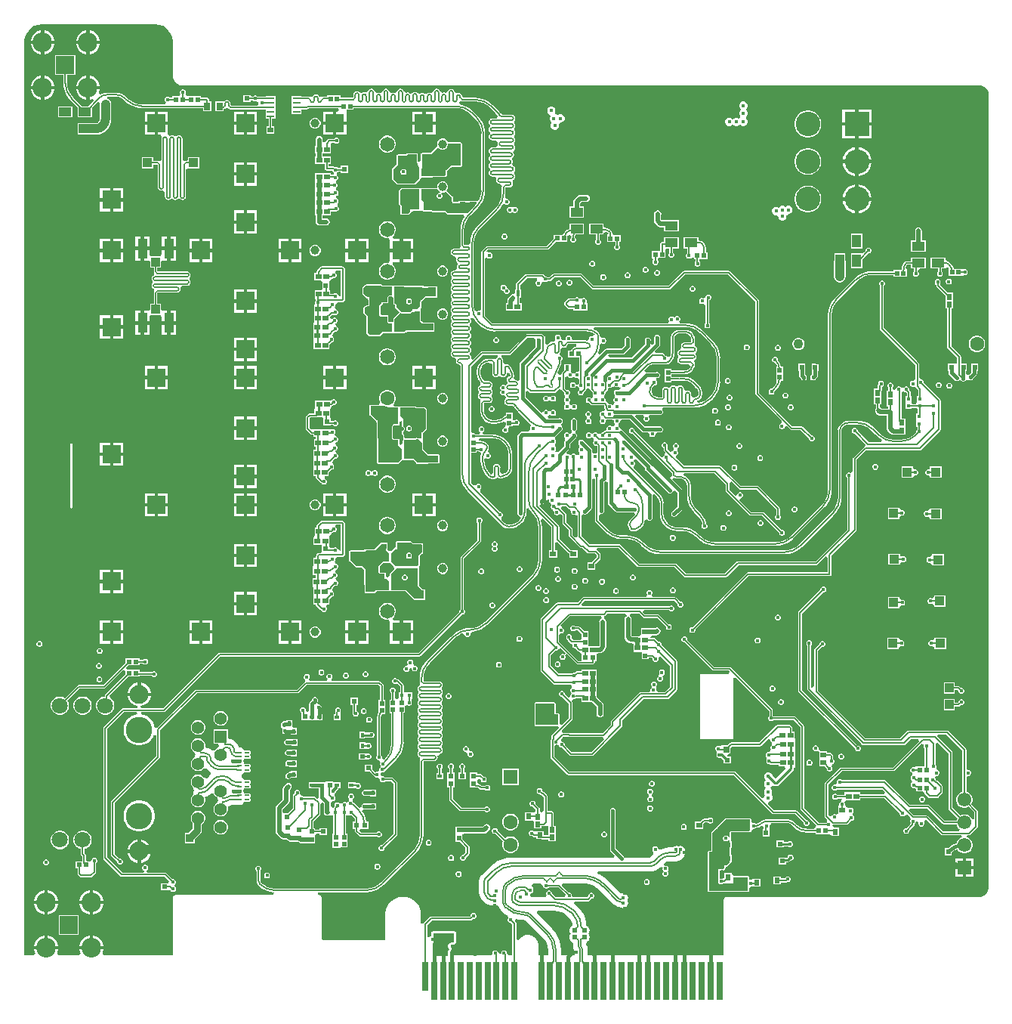
<source format=gbl>
G04*
G04 #@! TF.GenerationSoftware,Altium Limited,Altium Designer,24.4.1 (13)*
G04*
G04 Layer_Physical_Order=10*
G04 Layer_Color=16711680*
%FSLAX44Y44*%
%MOMM*%
G71*
G04*
G04 #@! TF.SameCoordinates,EFBD3F8D-071C-412C-B344-986AE508E9F6*
G04*
G04*
G04 #@! TF.FilePolarity,Positive*
G04*
G01*
G75*
%ADD14C,0.2540*%
%ADD15C,0.1270*%
%ADD16C,0.1524*%
%ADD20R,0.6000X0.6500*%
%ADD21R,0.5811X0.5121*%
%ADD22R,0.6500X0.6000*%
%ADD25R,0.5500X0.5000*%
%ADD26R,0.5121X0.5811*%
%ADD27R,0.7112X4.1910*%
%ADD31R,0.8500X0.2700*%
%ADD38R,0.5000X0.5500*%
%ADD46R,1.0500X2.2000*%
%ADD47R,1.0000X1.0500*%
%ADD51R,0.7500X0.9000*%
%ADD52R,0.4000X0.5000*%
%ADD56R,0.5500X0.5500*%
%ADD63R,0.4500X0.6750*%
%ADD68R,1.0500X1.0000*%
%ADD69R,2.2000X1.0500*%
%ADD77R,0.7154X0.6725*%
%ADD86R,1.4000X1.4000*%
%ADD87R,1.0000X1.4000*%
%ADD88R,0.5500X0.5500*%
%ADD110R,0.7000X0.9000*%
%ADD111R,0.7112X3.2004*%
%ADD173C,1.1000*%
%ADD174C,1.6000*%
%ADD176R,2.7500X2.7500*%
%ADD177C,2.7500*%
%ADD181C,0.5080*%
%ADD182C,0.1270*%
%ADD183C,0.3810*%
%ADD184C,0.1847*%
%ADD185C,0.1366*%
%ADD186R,1.6000X2.4000*%
%ADD187C,0.1397*%
%ADD188C,0.4572*%
%ADD189C,1.0160*%
%ADD190C,0.2032*%
%ADD191C,0.3048*%
%ADD192C,1.2500*%
%ADD193C,2.2000*%
%ADD194R,2.0000X2.0000*%
%ADD195C,2.9500*%
%ADD196C,1.8000*%
%ADD197C,2.1000*%
%ADD198C,1.4000*%
%ADD199R,2.1000X2.1000*%
%ADD200C,1.0000*%
%ADD201C,1.6500*%
%ADD202C,6.5000*%
%ADD203C,6.3500*%
%ADD204R,1.5500X1.5500*%
%ADD205C,1.5500*%
%ADD206R,1.6000X1.6000*%
%ADD207C,0.4064*%
%ADD208C,0.6600*%
%ADD210C,0.7620*%
%ADD211R,0.4500X0.4500*%
%ADD212R,0.5682X0.5725*%
%ADD213R,0.8500X0.9000*%
%ADD214R,1.4000X1.4000*%
%ADD215R,1.4000X1.0000*%
G04:AMPARAMS|DCode=216|XSize=0.2mm|YSize=0.565mm|CornerRadius=0.05mm|HoleSize=0mm|Usage=FLASHONLY|Rotation=270.000|XOffset=0mm|YOffset=0mm|HoleType=Round|Shape=RoundedRectangle|*
%AMROUNDEDRECTD216*
21,1,0.2000,0.4650,0,0,270.0*
21,1,0.1000,0.5650,0,0,270.0*
1,1,0.1000,-0.2325,-0.0500*
1,1,0.1000,-0.2325,0.0500*
1,1,0.1000,0.2325,0.0500*
1,1,0.1000,0.2325,-0.0500*
%
%ADD216ROUNDEDRECTD216*%
G04:AMPARAMS|DCode=217|XSize=0.4mm|YSize=0.565mm|CornerRadius=0.05mm|HoleSize=0mm|Usage=FLASHONLY|Rotation=270.000|XOffset=0mm|YOffset=0mm|HoleType=Round|Shape=RoundedRectangle|*
%AMROUNDEDRECTD217*
21,1,0.4000,0.4650,0,0,270.0*
21,1,0.3000,0.5650,0,0,270.0*
1,1,0.1000,-0.2325,-0.1500*
1,1,0.1000,-0.2325,0.1500*
1,1,0.1000,0.2325,0.1500*
1,1,0.1000,0.2325,-0.1500*
%
%ADD217ROUNDEDRECTD217*%
%ADD218R,0.4500X0.4500*%
%ADD219R,0.5725X0.5682*%
%ADD220R,0.5000X0.4000*%
%ADD221R,0.4682X0.4725*%
%ADD222R,1.1061X0.9582*%
%ADD223R,0.9000X1.0000*%
%ADD224R,0.9000X0.7500*%
%ADD225R,1.0000X0.9000*%
%ADD226R,0.5800X0.5400*%
G36*
X421207Y-34007D02*
X422793Y-34322D01*
Y-34282D01*
X437678D01*
X437763Y-34265D01*
X442234Y-34706D01*
X446615Y-36035D01*
X450653Y-38193D01*
X454126Y-41043D01*
X454174Y-41115D01*
X458616Y-45557D01*
X460376Y-47316D01*
X461955Y-49202D01*
X462861Y-50306D01*
X462924Y-50507D01*
X462950Y-50553D01*
X462991Y-50760D01*
X463002Y-50876D01*
X461586Y-53300D01*
X456843D01*
Y-53260D01*
X455257Y-53575D01*
X454599Y-54015D01*
X453913Y-54474D01*
X453015Y-55818D01*
X452699Y-57404D01*
X453015Y-58989D01*
X453913Y-60334D01*
Y-62602D01*
X453015Y-63946D01*
X452699Y-65532D01*
X453015Y-67117D01*
X453913Y-68462D01*
Y-70730D01*
X453015Y-72074D01*
X452699Y-73660D01*
X453015Y-75245D01*
X453913Y-76590D01*
X455257Y-77488D01*
X456843Y-77803D01*
Y-77764D01*
X461408D01*
X462824Y-80187D01*
X462813Y-80303D01*
X462518Y-81788D01*
X462813Y-83272D01*
X462824Y-83388D01*
X461408Y-85812D01*
X456843D01*
Y-85772D01*
X455257Y-86087D01*
X454599Y-86527D01*
X453913Y-86986D01*
X453015Y-88330D01*
X452699Y-89916D01*
X453015Y-91501D01*
X453913Y-92846D01*
Y-95114D01*
X453015Y-96458D01*
X452699Y-98044D01*
X453015Y-99629D01*
X453913Y-100974D01*
Y-103242D01*
X453015Y-104586D01*
X452699Y-106172D01*
X453015Y-107757D01*
X453913Y-109102D01*
Y-111370D01*
X453015Y-112714D01*
X452699Y-114300D01*
X453015Y-115885D01*
X453913Y-117230D01*
X455257Y-118128D01*
X456843Y-118443D01*
Y-118404D01*
X459850D01*
X461267Y-120827D01*
X461256Y-120943D01*
X460960Y-122428D01*
X461276Y-124013D01*
X462174Y-125358D01*
X463518Y-126256D01*
X465104Y-126571D01*
X465787Y-127136D01*
X466051Y-127421D01*
X467414Y-129315D01*
X467415Y-129317D01*
X467168Y-130556D01*
X467208D01*
X467208Y-131773D01*
Y-137012D01*
X467225Y-137097D01*
X466785Y-141568D01*
X465456Y-145949D01*
X463298Y-149986D01*
X460448Y-153459D01*
X460376Y-153507D01*
X439957Y-173926D01*
X439925Y-173894D01*
X437121Y-177177D01*
X434865Y-180859D01*
X433213Y-184848D01*
X432205Y-189047D01*
X431866Y-193351D01*
X429922Y-194789D01*
X429371Y-195148D01*
X428914Y-195057D01*
Y-195097D01*
X425153D01*
X425129Y-195040D01*
X425072Y-195016D01*
Y-178782D01*
X425055Y-178697D01*
X425495Y-174226D01*
X426824Y-169845D01*
X428982Y-165808D01*
X431833Y-162335D01*
X431904Y-162287D01*
X438848Y-155343D01*
X440676Y-153579D01*
X440676Y-153579D01*
X443480Y-150296D01*
X445736Y-146614D01*
X447389Y-142625D01*
X448397Y-138426D01*
X448735Y-134122D01*
X448690D01*
Y-70246D01*
X448735D01*
X448397Y-65941D01*
X447389Y-61743D01*
X445736Y-57753D01*
X443480Y-54072D01*
X440676Y-50788D01*
X440676Y-50788D01*
X438848Y-49024D01*
X435448Y-45624D01*
X435480Y-45592D01*
X432196Y-42788D01*
X428515Y-40532D01*
X424525Y-38879D01*
X420554Y-37926D01*
X420098Y-37275D01*
X419320Y-35244D01*
X420112Y-34099D01*
X421150Y-33968D01*
X421207Y-34007D01*
D02*
G37*
G36*
X77363Y52498D02*
X77396Y52505D01*
X77428Y52499D01*
X79485Y52541D01*
X83550Y51732D01*
X87409Y50134D01*
X90883Y47813D01*
X93837Y44859D01*
X96157Y41386D01*
X97756Y37526D01*
X98571Y33429D01*
Y31345D01*
X98522Y-4146D01*
X98481Y-4906D01*
X98514Y-5134D01*
X98490Y-5363D01*
X98646Y-7040D01*
X98734Y-7333D01*
X98762Y-7638D01*
X99242Y-9252D01*
X99385Y-9523D01*
X99473Y-9816D01*
X100259Y-11306D01*
X100452Y-11544D01*
X100595Y-11815D01*
X101656Y-13122D01*
X101892Y-13318D01*
X102085Y-13555D01*
X103381Y-14631D01*
X103650Y-14776D01*
X103886Y-14972D01*
X105367Y-15774D01*
X105660Y-15864D01*
X105929Y-16010D01*
X107538Y-16507D01*
X107767Y-16531D01*
X107984Y-16610D01*
X108817Y-16738D01*
X109055Y-16727D01*
X109289Y-16774D01*
X1004142Y-16774D01*
X1004171Y-16768D01*
X1004200Y-16773D01*
X1005040Y-16758D01*
X1006695Y-17055D01*
X1008261Y-17670D01*
X1009676Y-18579D01*
X1010887Y-19746D01*
X1011847Y-21127D01*
X1012519Y-22669D01*
X1012877Y-24312D01*
X1012892Y-25124D01*
X1012892Y-915694D01*
X1012892Y-916639D01*
X1012524Y-918492D01*
X1011801Y-920238D01*
X1010751Y-921809D01*
X1009415Y-923145D01*
X1007844Y-924195D01*
X1006098Y-924918D01*
X1004245Y-925286D01*
X1003300Y-925286D01*
X719230D01*
X718041Y-925523D01*
X717033Y-926197D01*
X716359Y-927205D01*
X716122Y-928394D01*
Y-990574D01*
X563653D01*
Y-984887D01*
X563617Y-984702D01*
X563241Y-981849D01*
X562068Y-979018D01*
X562001Y-978931D01*
X562572Y-976259D01*
X562780Y-976121D01*
X563778Y-975123D01*
X564249Y-974417D01*
X564795Y-973705D01*
X564910Y-973428D01*
X565051Y-973216D01*
X565101Y-972967D01*
X565460Y-972101D01*
X565686Y-970379D01*
X565742D01*
X565295Y-968131D01*
X565227Y-968029D01*
X564326Y-966681D01*
X565172Y-965415D01*
X565250Y-965299D01*
X565693Y-963069D01*
X565638D01*
X565413Y-961359D01*
X565055Y-960495D01*
X565006Y-960250D01*
X564868Y-960043D01*
X564753Y-959767D01*
X564210Y-959059D01*
X563743Y-958360D01*
X561985Y-956602D01*
X561768Y-953845D01*
X560739Y-949561D01*
X559053Y-945490D01*
X556751Y-941734D01*
X554027Y-938544D01*
X553908Y-938365D01*
X551529Y-935987D01*
X551499Y-935967D01*
X547954Y-932940D01*
X548703Y-930399D01*
X563989D01*
X564845Y-930229D01*
X565570Y-929744D01*
X567764Y-927551D01*
X568560D01*
X569774Y-927048D01*
X570703Y-926119D01*
X571205Y-924906D01*
Y-923592D01*
X570703Y-922378D01*
X569774Y-921450D01*
X568560Y-920947D01*
X567247D01*
X566033Y-921450D01*
X565104Y-922378D01*
X564602Y-923592D01*
Y-924388D01*
X563063Y-925927D01*
X548344D01*
X546146Y-924595D01*
Y-923281D01*
X545643Y-922067D01*
X544714Y-921139D01*
X543501Y-920636D01*
X542289D01*
X534534Y-912881D01*
X535586Y-910341D01*
X557760D01*
X558015Y-910290D01*
X562066Y-910609D01*
X566265Y-911617D01*
X570255Y-913270D01*
X573937Y-915526D01*
X577027Y-918165D01*
X577171Y-918381D01*
X592491Y-933701D01*
X592778Y-933893D01*
X594690Y-935359D01*
X597231Y-936412D01*
X598826Y-936622D01*
X599421Y-937078D01*
X601251Y-937837D01*
X603216Y-938095D01*
Y-938143D01*
X605465Y-937696D01*
X605563Y-937630D01*
X607371Y-936422D01*
X608644Y-934516D01*
X609092Y-932267D01*
X608644Y-930019D01*
X608365Y-929600D01*
X608644Y-929182D01*
X609092Y-926933D01*
X608644Y-924685D01*
X607371Y-922778D01*
X605563Y-921571D01*
X605465Y-921505D01*
X603216Y-921057D01*
Y-921105D01*
X601251Y-921364D01*
X600721Y-921583D01*
X588369Y-909231D01*
X586578Y-907430D01*
X586578Y-907430D01*
X581900Y-903434D01*
X576654Y-900219D01*
X574914Y-899498D01*
X575419Y-896958D01*
X633521D01*
X633879Y-896887D01*
X636602Y-896619D01*
X639564Y-895720D01*
X642294Y-894261D01*
X644409Y-892525D01*
X644712Y-892323D01*
X645622Y-891413D01*
X647775Y-892852D01*
X647615Y-893238D01*
Y-894552D01*
X648118Y-895766D01*
X648914Y-896562D01*
X648118Y-897359D01*
X647615Y-898572D01*
Y-899886D01*
X648118Y-901100D01*
X649046Y-902029D01*
X650260Y-902531D01*
X651574D01*
X652787Y-902029D01*
X653716Y-901100D01*
X654219Y-899886D01*
Y-898572D01*
X653716Y-897359D01*
X652920Y-896562D01*
X653716Y-895766D01*
X654219Y-894552D01*
Y-893238D01*
X653716Y-892025D01*
X652787Y-891096D01*
X651574Y-890593D01*
X650260D01*
X649042Y-888348D01*
X648959Y-888076D01*
X650884Y-886591D01*
X652773Y-885808D01*
X654822Y-885538D01*
X654999Y-885574D01*
X662028D01*
X662305Y-885519D01*
X664852Y-885183D01*
X667483Y-884093D01*
X669521Y-882529D01*
X669756Y-882373D01*
X670332Y-881797D01*
X670629Y-881352D01*
X671732Y-879915D01*
X672627Y-877752D01*
X672704Y-877326D01*
X673051Y-875404D01*
X673433Y-874277D01*
X673307D01*
X673082Y-874003D01*
X672638Y-871773D01*
X671375Y-869883D01*
X669485Y-868619D01*
X667255Y-868176D01*
X665236Y-868577D01*
X663218Y-868176D01*
X660988Y-868619D01*
X659097Y-869883D01*
X658945Y-870110D01*
X654992D01*
Y-870106D01*
X650311Y-870567D01*
X645811Y-871933D01*
X645145Y-872289D01*
X644294Y-872010D01*
X642371Y-870891D01*
X642102Y-870242D01*
X641173Y-869314D01*
X639959Y-868811D01*
X638646D01*
X637432Y-869314D01*
X636503Y-870242D01*
X636001Y-871456D01*
Y-872770D01*
X636503Y-873983D01*
X637116Y-874595D01*
X637443Y-875507D01*
X637483Y-877682D01*
X633783Y-881382D01*
X633769Y-881403D01*
X633538Y-881499D01*
X633513Y-881494D01*
X604561D01*
Y-881465D01*
X604058Y-880251D01*
X603130Y-879322D01*
X602973Y-879258D01*
X595063Y-871348D01*
Y-830254D01*
X595128Y-830098D01*
Y-828784D01*
X594625Y-827570D01*
X593697Y-826641D01*
X592483Y-826139D01*
X591169D01*
X589956Y-826641D01*
X589027Y-827570D01*
X588524Y-828784D01*
Y-830098D01*
X588589Y-830254D01*
Y-872689D01*
X588835Y-873928D01*
X589537Y-874978D01*
X593707Y-879147D01*
X592735Y-881494D01*
X478666D01*
X478631Y-881501D01*
X473195Y-881929D01*
X467859Y-883210D01*
X462789Y-885310D01*
X458109Y-888177D01*
X453963Y-891719D01*
X453933Y-891739D01*
X444657Y-901015D01*
X444657Y-901015D01*
X444657Y-901015D01*
X444406Y-901391D01*
X443152Y-903025D01*
X442193Y-905341D01*
X441924Y-907383D01*
X441836Y-907826D01*
X441836D01*
X441836Y-907826D01*
Y-920282D01*
X441890Y-920554D01*
X442227Y-923116D01*
X443321Y-925757D01*
X444354Y-927103D01*
X445301Y-928598D01*
X445434Y-928855D01*
X445439Y-928867D01*
X445588Y-929156D01*
X446479Y-930312D01*
X446480Y-930312D01*
X447671Y-931503D01*
X447671Y-931503D01*
X447908Y-931662D01*
X449938Y-933219D01*
X452563Y-934306D01*
X452612Y-934313D01*
X454982Y-934627D01*
X457360Y-935161D01*
X457590Y-935190D01*
X459662Y-935458D01*
X460842Y-935223D01*
X462089Y-935165D01*
X464026Y-936643D01*
X464538Y-937879D01*
X465755Y-939465D01*
X466233Y-940089D01*
X466234Y-940089D01*
X466355Y-940271D01*
X466355Y-940271D01*
X467405Y-941321D01*
X467405Y-941321D01*
X467464Y-941360D01*
X468189Y-941980D01*
X471455Y-944769D01*
X473878Y-946254D01*
X474352Y-949141D01*
X473849Y-950355D01*
Y-951669D01*
X474352Y-952882D01*
X475281Y-953811D01*
X476495Y-954314D01*
X477157D01*
X479129Y-956286D01*
Y-990574D01*
X476151D01*
X473696Y-990261D01*
X473526Y-989406D01*
X473205Y-988926D01*
Y-988048D01*
X472703Y-986835D01*
X471774Y-985906D01*
X470560Y-985403D01*
X469247D01*
X468033Y-985906D01*
X467104Y-986835D01*
X466601Y-988048D01*
Y-988232D01*
X466009Y-988795D01*
X465633Y-988872D01*
X463308Y-988048D01*
X462805Y-986835D01*
X461876Y-985906D01*
X460663Y-985403D01*
X459349D01*
X458135Y-985906D01*
X457207Y-986835D01*
X456704Y-988048D01*
Y-989362D01*
X455894Y-990574D01*
X409518D01*
Y-987657D01*
X409712Y-986678D01*
X410408Y-985636D01*
X410457Y-985517D01*
X410539Y-985418D01*
X410649Y-985054D01*
X410795Y-984702D01*
Y-984574D01*
X410832Y-984451D01*
X410873Y-984040D01*
X410860Y-983912D01*
X410885Y-983785D01*
X410811Y-983412D01*
X410774Y-983034D01*
X410713Y-982921D01*
X410688Y-982794D01*
X410477Y-982478D01*
X410298Y-982143D01*
X410284Y-980940D01*
X411864Y-978881D01*
X412363D01*
X412439Y-978912D01*
X412694D01*
X412944Y-978962D01*
X413194Y-978912D01*
X413449D01*
X413685Y-978814D01*
X413935Y-978765D01*
X414147Y-978623D01*
X414383Y-978525D01*
X415439Y-977820D01*
X415619Y-977639D01*
X415831Y-977498D01*
X415973Y-977286D01*
X416153Y-977105D01*
X416251Y-976870D01*
X416393Y-976658D01*
X416442Y-976407D01*
X416540Y-976172D01*
Y-975917D01*
X416590Y-975667D01*
Y-966724D01*
X416393Y-965733D01*
X415831Y-964893D01*
X414991Y-964331D01*
X414000Y-964134D01*
X390444D01*
X389453Y-964331D01*
X388613Y-964893D01*
X388051Y-965733D01*
X387854Y-966724D01*
Y-969314D01*
X387630Y-969516D01*
X387627Y-969517D01*
X387615Y-969529D01*
X386096Y-970888D01*
X383696Y-970313D01*
Y-956936D01*
X388830Y-951802D01*
X432551D01*
X433406Y-951632D01*
X434132Y-951147D01*
X435339Y-949940D01*
X436135D01*
X437349Y-949437D01*
X438278Y-948508D01*
X438781Y-947294D01*
Y-945981D01*
X438278Y-944767D01*
X437349Y-943838D01*
X436135Y-943336D01*
X434822D01*
X433608Y-943838D01*
X432679Y-944767D01*
X432177Y-945981D01*
Y-946777D01*
X431624Y-947330D01*
X387904D01*
X387048Y-947500D01*
X386323Y-947984D01*
X379879Y-954428D01*
X379394Y-955154D01*
X379337Y-955439D01*
X376797Y-955189D01*
Y-945382D01*
X376786Y-945328D01*
X376795Y-945274D01*
X376737Y-943600D01*
X376679Y-943355D01*
Y-943102D01*
X376029Y-939835D01*
X375912Y-939552D01*
X375853Y-939252D01*
X374578Y-936175D01*
X374408Y-935920D01*
X374291Y-935638D01*
X372440Y-932868D01*
X372224Y-932652D01*
X372054Y-932397D01*
X369698Y-930042D01*
X369444Y-929872D01*
X369227Y-929655D01*
X366458Y-927805D01*
X366175Y-927688D01*
X365920Y-927517D01*
X362843Y-926243D01*
X362543Y-926183D01*
X362260Y-926066D01*
X358993Y-925416D01*
X358687D01*
X358387Y-925356D01*
X355056D01*
X354756Y-925416D01*
X354450D01*
X351183Y-926066D01*
X350900Y-926183D01*
X350600Y-926243D01*
X347523Y-927517D01*
X347268Y-927688D01*
X346985Y-927805D01*
X344216Y-929655D01*
X343999Y-929872D01*
X343745Y-930042D01*
X341390Y-932397D01*
X341219Y-932652D01*
X341003Y-932868D01*
X339152Y-935638D01*
X339035Y-935920D01*
X338865Y-936175D01*
X337591Y-939252D01*
X337531Y-939552D01*
X337414Y-939835D01*
X336764Y-943102D01*
Y-943332D01*
X336708Y-943556D01*
X336626Y-945221D01*
X336637Y-945298D01*
X336622Y-945374D01*
Y-973749D01*
X267153D01*
X265357Y-971953D01*
X265378Y-927125D01*
X265348Y-926973D01*
X265363Y-926819D01*
X265338Y-926571D01*
X265206Y-926134D01*
X265117Y-925687D01*
X264927Y-925229D01*
X264927Y-925229D01*
X264616Y-924763D01*
X264254Y-924221D01*
X264253Y-924221D01*
X263903Y-923871D01*
X263903Y-923871D01*
X263903Y-923870D01*
X262895Y-923197D01*
X262895Y-923197D01*
X262895Y-923197D01*
X262437Y-923007D01*
X261989Y-922918D01*
X261552Y-922786D01*
X261492Y-922780D01*
X261616Y-920240D01*
X315339D01*
Y-920285D01*
X319644Y-919946D01*
X323842Y-918938D01*
X327831Y-917286D01*
X331513Y-915030D01*
X334796Y-912225D01*
X334765Y-912193D01*
X369753Y-877205D01*
X371581Y-875441D01*
X371581Y-875441D01*
X374385Y-872158D01*
X376641Y-868476D01*
X378293Y-864487D01*
X379301Y-860288D01*
X379640Y-855984D01*
X379595D01*
Y-776319D01*
Y-773522D01*
X379652Y-773498D01*
X379676Y-773441D01*
X391380D01*
Y-773481D01*
X392966Y-773165D01*
X393624Y-772725D01*
X394310Y-772267D01*
X395209Y-770922D01*
X395524Y-769337D01*
X395229Y-767853D01*
X395217Y-767736D01*
X395525Y-767210D01*
X397173Y-765352D01*
X398758Y-765037D01*
X399416Y-764597D01*
X400103Y-764139D01*
X401001Y-762794D01*
X401316Y-761209D01*
X401001Y-759623D01*
X400103Y-758279D01*
Y-756011D01*
X401001Y-754667D01*
X401316Y-753081D01*
X401001Y-751495D01*
X400103Y-750151D01*
Y-747883D01*
X401001Y-746538D01*
X401316Y-744953D01*
X401001Y-743367D01*
X400103Y-742023D01*
Y-739755D01*
X401001Y-738410D01*
X401316Y-736825D01*
X401001Y-735239D01*
X400103Y-733895D01*
Y-731627D01*
X401001Y-730283D01*
X401316Y-728697D01*
X401001Y-727111D01*
X400103Y-725767D01*
Y-723499D01*
X401001Y-722154D01*
X401316Y-720569D01*
X401001Y-718983D01*
X400103Y-717639D01*
Y-715371D01*
X401001Y-714026D01*
X401316Y-712441D01*
X401001Y-710855D01*
X400103Y-709511D01*
Y-707243D01*
X401001Y-705899D01*
X401316Y-704313D01*
X401001Y-702727D01*
X400103Y-701383D01*
Y-699115D01*
X401001Y-697770D01*
X401316Y-696185D01*
X401001Y-694599D01*
X400103Y-693255D01*
Y-690987D01*
X401001Y-689642D01*
X401316Y-688057D01*
X401001Y-686471D01*
X400103Y-685127D01*
X398758Y-684229D01*
X397173Y-683913D01*
Y-683953D01*
X379676D01*
X379652Y-683896D01*
X379595Y-683872D01*
Y-680300D01*
X379578Y-680215D01*
X380018Y-675744D01*
X381347Y-671363D01*
X383505Y-667325D01*
X386356Y-663852D01*
X386428Y-663804D01*
X414900Y-635331D01*
X414900Y-635331D01*
X416786Y-633751D01*
X418422Y-632409D01*
X422459Y-630251D01*
X423222Y-630020D01*
X425673Y-631547D01*
X426176Y-632761D01*
X427105Y-633690D01*
X428318Y-634193D01*
X429632D01*
X430846Y-633690D01*
X431775Y-632761D01*
X432277Y-631547D01*
X432277Y-630234D01*
X434244Y-628344D01*
X436008Y-628205D01*
X440206Y-627197D01*
X444196Y-625545D01*
X447877Y-623288D01*
X451161Y-620484D01*
X451129Y-620452D01*
X502685Y-568896D01*
X504513Y-567132D01*
X504512Y-567132D01*
X507317Y-563849D01*
X509573Y-560167D01*
X511225Y-556178D01*
X512233Y-551979D01*
X512572Y-547675D01*
X512527D01*
Y-511654D01*
X512572D01*
X512233Y-507349D01*
X511225Y-503151D01*
X511086Y-502814D01*
X513239Y-501375D01*
X522964Y-511100D01*
Y-537120D01*
X520451D01*
Y-545660D01*
X529491D01*
Y-537120D01*
X526978D01*
Y-528723D01*
X529518Y-527671D01*
X542037Y-540190D01*
X542688Y-540625D01*
X543135Y-540714D01*
Y-545261D01*
X552175D01*
Y-536721D01*
X544245D01*
X531787Y-524263D01*
Y-510894D01*
X531634Y-510126D01*
X531199Y-509474D01*
X509572Y-487848D01*
X510923Y-485827D01*
X511121Y-485740D01*
X511200Y-485772D01*
X512513D01*
X513727Y-485270D01*
X514656Y-484341D01*
X514768Y-484069D01*
X516437Y-482401D01*
X517139Y-481350D01*
X519636Y-479978D01*
X519871Y-479964D01*
X520069Y-480343D01*
Y-481657D01*
X520572Y-482870D01*
X521501Y-483799D01*
X521739Y-483898D01*
X522635Y-486218D01*
X522611Y-486799D01*
X522237Y-487702D01*
Y-489016D01*
X522740Y-490229D01*
X523669Y-491158D01*
X524310Y-491424D01*
X524949Y-491815D01*
X525834Y-493878D01*
Y-495191D01*
X526336Y-496405D01*
X527265Y-497334D01*
X528479Y-497837D01*
X529792D01*
X531006Y-497334D01*
X531935Y-496405D01*
X534432Y-497014D01*
X535496Y-498078D01*
Y-506697D01*
X535496Y-506697D01*
X535654Y-507490D01*
X536103Y-508162D01*
X542665Y-514724D01*
Y-521142D01*
X542665Y-521142D01*
X542823Y-521935D01*
X543272Y-522607D01*
X554664Y-533999D01*
X554664Y-533999D01*
X555336Y-534448D01*
X556129Y-534606D01*
X556129Y-534606D01*
X557974D01*
X563402Y-540034D01*
X563402Y-540034D01*
X564074Y-540483D01*
X564867Y-540640D01*
X571655D01*
X573516Y-542501D01*
Y-545322D01*
X568892Y-549945D01*
X568553Y-550453D01*
X563349D01*
Y-558993D01*
X572389D01*
Y-552685D01*
X572429Y-552485D01*
Y-552268D01*
X577532Y-547165D01*
X577532Y-547165D01*
X577981Y-546493D01*
X578139Y-545700D01*
Y-542123D01*
X578139Y-542123D01*
X577981Y-541330D01*
X577532Y-540658D01*
X577532Y-540658D01*
X574044Y-537170D01*
X574055Y-536886D01*
X574847Y-534630D01*
X598516D01*
X619316Y-555429D01*
X619316Y-555429D01*
X619988Y-555878D01*
X620781Y-556036D01*
X660897D01*
X671415Y-566554D01*
X671415Y-566554D01*
X672087Y-567003D01*
X672880Y-567161D01*
X672880Y-567161D01*
X718298D01*
X718298Y-567161D01*
X719091Y-567003D01*
X719763Y-566554D01*
X732732Y-553585D01*
X819873D01*
X819873Y-553585D01*
X820666Y-553428D01*
X821338Y-552978D01*
X830222Y-544094D01*
X832763Y-545146D01*
Y-561928D01*
X743288D01*
X742495Y-562086D01*
X741823Y-562535D01*
X741823Y-562535D01*
X681233Y-623125D01*
X680204D01*
X678990Y-623628D01*
X678062Y-624557D01*
X677559Y-625770D01*
Y-627084D01*
X678062Y-628297D01*
X678990Y-629226D01*
X680204Y-629729D01*
X681518D01*
X682731Y-629226D01*
X683660Y-628297D01*
X684163Y-627084D01*
Y-626055D01*
X744146Y-566072D01*
X834834D01*
X835627Y-565914D01*
X836299Y-565465D01*
X836748Y-564793D01*
X836906Y-564000D01*
Y-542974D01*
X864357Y-515523D01*
X864357Y-515523D01*
X864806Y-514851D01*
X864964Y-514058D01*
X864964Y-514058D01*
Y-435676D01*
X875569Y-425072D01*
X936062D01*
X936062Y-425072D01*
X936855Y-424914D01*
X937527Y-424465D01*
X958804Y-403187D01*
X959253Y-402515D01*
X959411Y-401722D01*
X959411Y-401722D01*
Y-369153D01*
X959411Y-369153D01*
X959253Y-368360D01*
X958804Y-367688D01*
X958804Y-367688D01*
X940473Y-349357D01*
Y-348328D01*
X939970Y-347114D01*
X939042Y-346185D01*
X937828Y-345683D01*
X936514D01*
X935179Y-343487D01*
Y-328451D01*
X935179Y-328451D01*
X935021Y-327658D01*
X934572Y-326986D01*
X934572Y-326986D01*
X933050Y-325464D01*
X932581Y-324763D01*
X895696Y-287877D01*
Y-240992D01*
X896587Y-240101D01*
X897089Y-238888D01*
Y-237574D01*
X896587Y-236360D01*
X895658Y-235431D01*
X894444Y-234929D01*
X893130D01*
X891917Y-235431D01*
X890988Y-236360D01*
X890485Y-237574D01*
Y-238888D01*
X890988Y-240101D01*
X891224Y-240337D01*
Y-288804D01*
X891394Y-289660D01*
X891879Y-290385D01*
X929419Y-327925D01*
X930120Y-328394D01*
X931035Y-329309D01*
Y-345663D01*
X928657Y-347314D01*
X927343D01*
X926130Y-347817D01*
X925201Y-348746D01*
X924698Y-349960D01*
Y-351273D01*
X925201Y-352487D01*
X926130Y-353416D01*
X927343Y-353918D01*
X928657D01*
X930889Y-354417D01*
X931642Y-355157D01*
X933928Y-357443D01*
Y-363955D01*
X932480D01*
X932480Y-370995D01*
X931765Y-373239D01*
X927735D01*
X927020Y-370995D01*
X927020Y-369415D01*
Y-363955D01*
X925736D01*
Y-360302D01*
X925736Y-360301D01*
X925566Y-359446D01*
X925081Y-358720D01*
X925081Y-358720D01*
X924057Y-357696D01*
X924081Y-357637D01*
Y-356324D01*
X923578Y-355110D01*
X922650Y-354181D01*
X921436Y-353679D01*
X920122D01*
X918909Y-354181D01*
X917980Y-355110D01*
X915299D01*
X914370Y-354181D01*
X913157Y-353679D01*
X911843D01*
X910630Y-354181D01*
X909701Y-355110D01*
X909198Y-356324D01*
X907352Y-357666D01*
X907126Y-357791D01*
X906376Y-357289D01*
X905907Y-354613D01*
X906410Y-353399D01*
Y-352086D01*
X905907Y-350872D01*
X904978Y-349943D01*
X903765Y-349441D01*
X902451D01*
X901237Y-349943D01*
X900308Y-350872D01*
X899806Y-352086D01*
Y-353399D01*
X900308Y-354613D01*
X900872Y-355176D01*
Y-358398D01*
X898838D01*
Y-367438D01*
Y-375938D01*
X900872D01*
Y-378535D01*
X893077D01*
X892457Y-377915D01*
X891236Y-377100D01*
Y-373659D01*
X893270D01*
Y-365159D01*
Y-358778D01*
X893313Y-358562D01*
X893313Y-358562D01*
Y-353854D01*
X894370Y-353416D01*
X895299Y-352487D01*
X895802Y-351273D01*
Y-349960D01*
X895299Y-348746D01*
X894370Y-347817D01*
X893157Y-347314D01*
X891843D01*
X890629Y-347817D01*
X889700Y-348746D01*
X889198Y-349960D01*
Y-351273D01*
X889257Y-351416D01*
X889011Y-351784D01*
X888840Y-352640D01*
Y-356119D01*
X884730D01*
Y-365159D01*
Y-373659D01*
X886764D01*
Y-378214D01*
X886121Y-379175D01*
X885826Y-380662D01*
X886121Y-382149D01*
X886963Y-383409D01*
X888721Y-385166D01*
X889981Y-386008D01*
X891468Y-386304D01*
X898867D01*
Y-400466D01*
X899163Y-401953D01*
X900005Y-403213D01*
X903361Y-406569D01*
X904621Y-407411D01*
X906108Y-407707D01*
X914551D01*
X916037Y-407411D01*
X916065Y-407393D01*
X919770D01*
Y-398893D01*
Y-389853D01*
X915660D01*
Y-359849D01*
X917179Y-359196D01*
X918200Y-359071D01*
X918909Y-359780D01*
X920122Y-360283D01*
X920319D01*
X921264Y-361228D01*
Y-363955D01*
X919980D01*
X919980Y-370995D01*
X919980Y-373535D01*
Y-378995D01*
X927020D01*
Y-377712D01*
X932480D01*
Y-378995D01*
X933514D01*
Y-383842D01*
X931980D01*
X931980Y-390882D01*
X931980Y-393422D01*
Y-398882D01*
X933428D01*
Y-401852D01*
X932701Y-402580D01*
X932198Y-403793D01*
Y-404822D01*
X930693Y-406327D01*
X930645Y-406399D01*
X927172Y-409249D01*
X923135Y-411408D01*
X918754Y-412736D01*
X914282Y-413177D01*
X914197Y-413160D01*
X907711D01*
X907626Y-413177D01*
X903155Y-412736D01*
X898774Y-411408D01*
X894736Y-409249D01*
X893101Y-407907D01*
X891215Y-406327D01*
X891215Y-406327D01*
X885084Y-400196D01*
X885116Y-400164D01*
X881832Y-397360D01*
X878151Y-395104D01*
X874162Y-393451D01*
X869963Y-392443D01*
X865658Y-392105D01*
Y-392150D01*
X856464D01*
Y-392072D01*
X852912Y-392540D01*
X849601Y-393911D01*
X846758Y-396092D01*
X846787Y-396121D01*
X845367Y-397972D01*
X844516Y-400028D01*
X844474Y-400127D01*
X844170Y-402441D01*
X844207D01*
Y-477351D01*
X844223Y-477436D01*
X843783Y-481907D01*
X842454Y-486288D01*
X840296Y-490326D01*
X838954Y-491961D01*
X837374Y-493847D01*
X800718Y-530502D01*
X800670Y-530574D01*
X797197Y-533425D01*
X793160Y-535583D01*
X788779Y-536912D01*
X784308Y-537352D01*
X784223Y-537335D01*
X644903D01*
X644819Y-537352D01*
X640347Y-536912D01*
X635966Y-535583D01*
X631929Y-533425D01*
X630294Y-532082D01*
X628408Y-530502D01*
X626396Y-528491D01*
Y-528427D01*
Y-528427D01*
X623113Y-525623D01*
X619432Y-523367D01*
X615442Y-521715D01*
X611244Y-520707D01*
X610186Y-520623D01*
X610155Y-520617D01*
X610142Y-520620D01*
X606939Y-520368D01*
Y-520413D01*
X602419D01*
X600014Y-520353D01*
D01*
X597549Y-519935D01*
X594021Y-518865D01*
X589983Y-516707D01*
X588348Y-515365D01*
X586462Y-513785D01*
X584703Y-512026D01*
X575859Y-503181D01*
Y-498061D01*
X578305Y-496477D01*
X579619D01*
X580832Y-495975D01*
X581761Y-495046D01*
X582264Y-493832D01*
Y-492519D01*
X582199Y-492362D01*
Y-461036D01*
X583845Y-459612D01*
X586165Y-460626D01*
Y-483920D01*
X586411Y-485159D01*
X587113Y-486209D01*
X594475Y-493571D01*
X595525Y-494273D01*
X596764Y-494519D01*
X615517D01*
X615595Y-494551D01*
X615681Y-494594D01*
X616371Y-495511D01*
X616770Y-497124D01*
X610951Y-502944D01*
X610931Y-502924D01*
X609685Y-504549D01*
X609540Y-504899D01*
X608901Y-506441D01*
X608634Y-508471D01*
X608624D01*
X608930Y-510794D01*
X608964Y-510875D01*
X609792Y-512875D01*
X609826Y-512958D01*
X611252Y-514816D01*
X611262Y-514806D01*
X612322Y-515514D01*
X613571Y-515763D01*
Y-515773D01*
X616517Y-515482D01*
X619350Y-514623D01*
X621961Y-513228D01*
X624249Y-511349D01*
X624271Y-511371D01*
X626184Y-508878D01*
X627386Y-505975D01*
X627770Y-503057D01*
X628110Y-502786D01*
X630012Y-502413D01*
X630273Y-502407D01*
X631164Y-503298D01*
X632377Y-503801D01*
X633691D01*
X634905Y-503298D01*
X635834Y-502369D01*
X636336Y-501156D01*
Y-499842D01*
X636272Y-499686D01*
Y-475641D01*
X638030Y-474644D01*
X638747Y-474524D01*
X639830Y-475607D01*
X641623Y-477407D01*
X643145Y-479392D01*
X644102Y-481702D01*
X644429Y-484182D01*
X644434D01*
Y-495670D01*
X644378D01*
X644761Y-499557D01*
X645895Y-503295D01*
X647736Y-506740D01*
X650214Y-509760D01*
X650212Y-509762D01*
X653335Y-512326D01*
X656899Y-514230D01*
X660765Y-515403D01*
X664786Y-515799D01*
Y-515740D01*
X670713D01*
X670736Y-515735D01*
X674528Y-516109D01*
X678196Y-517221D01*
X681577Y-519028D01*
X684522Y-521445D01*
X684535Y-521465D01*
X685224Y-522154D01*
X686988Y-523982D01*
X686988Y-523982D01*
X690271Y-526786D01*
X693953Y-529042D01*
X697942Y-530694D01*
X702141Y-531702D01*
X706445Y-532041D01*
Y-531996D01*
X774745D01*
Y-532041D01*
X779050Y-531702D01*
X783248Y-530694D01*
X787238Y-529042D01*
X790919Y-526786D01*
X794203Y-523982D01*
X794171Y-523950D01*
X827230Y-490891D01*
X829057Y-489127D01*
X829057Y-489127D01*
X831862Y-485843D01*
X834118Y-482162D01*
X835770Y-478173D01*
X836778Y-473974D01*
X837117Y-469669D01*
X837072D01*
Y-273842D01*
X837055Y-273757D01*
X837495Y-269286D01*
X838824Y-264905D01*
X840982Y-260868D01*
X843832Y-257395D01*
X843904Y-257347D01*
X863811Y-237440D01*
X865570Y-235681D01*
X867456Y-234101D01*
X869091Y-232759D01*
X873129Y-230601D01*
X877510Y-229272D01*
X881981Y-228832D01*
X882066Y-228848D01*
X906230D01*
Y-230547D01*
X921770D01*
Y-223007D01*
X921770D01*
X920532Y-220979D01*
X920323Y-220467D01*
X921056Y-218699D01*
X922047Y-217407D01*
X926230D01*
Y-221605D01*
X928894D01*
X929488Y-222283D01*
X929512Y-224823D01*
X928823Y-225511D01*
X928320Y-226725D01*
Y-228039D01*
X928823Y-229252D01*
X929752Y-230181D01*
X930965Y-230684D01*
X932279D01*
X933493Y-230181D01*
X934421Y-229252D01*
X934924Y-228039D01*
Y-226725D01*
X934421Y-225511D01*
X933727Y-224817D01*
X933724Y-224112D01*
X935976Y-221605D01*
X942770D01*
Y-209065D01*
X926230D01*
Y-213263D01*
X921037D01*
X920244Y-213421D01*
X919572Y-213870D01*
X919519Y-213817D01*
X917395Y-216586D01*
X916059Y-219809D01*
X915638Y-223007D01*
X906230D01*
Y-224705D01*
X882066D01*
Y-224660D01*
X877761Y-224999D01*
X873562Y-226007D01*
X869573Y-227659D01*
X865892Y-229915D01*
X862608Y-232719D01*
X862608Y-232719D01*
X860844Y-234547D01*
X840975Y-254417D01*
X840943Y-254385D01*
X838138Y-257668D01*
X835882Y-261350D01*
X834230Y-265339D01*
X833222Y-269538D01*
X832883Y-273842D01*
X832928D01*
Y-469669D01*
X832945Y-469754D01*
X832505Y-474225D01*
X831176Y-478606D01*
X829018Y-482644D01*
X827675Y-484279D01*
X826096Y-486165D01*
X824336Y-487924D01*
X791241Y-521020D01*
X791193Y-521092D01*
X787720Y-523942D01*
X783682Y-526100D01*
X779301Y-527429D01*
X774830Y-527869D01*
X774745Y-527852D01*
X706445D01*
X706360Y-527869D01*
X701889Y-527429D01*
X697508Y-526100D01*
X693471Y-523942D01*
X691835Y-522600D01*
X689950Y-521020D01*
X689950Y-521020D01*
X687465Y-518535D01*
X687518Y-518482D01*
X683916Y-515527D01*
X679808Y-513330D01*
X675349Y-511978D01*
X670713Y-511521D01*
Y-511596D01*
X664786D01*
Y-511588D01*
X661587Y-511273D01*
X658510Y-510340D01*
X655675Y-508824D01*
X653192Y-506786D01*
X653192Y-506782D01*
X653192Y-506782D01*
X653192D01*
X651238Y-504401D01*
X649785Y-501684D01*
X648891Y-498736D01*
X648589Y-495670D01*
X648577D01*
Y-484182D01*
X648656D01*
X648185Y-480608D01*
X646806Y-477278D01*
X644612Y-474418D01*
X644612Y-474418D01*
X642760Y-472677D01*
X615514Y-445431D01*
X615296Y-442772D01*
X616225Y-441843D01*
X616727Y-440629D01*
Y-439316D01*
X616225Y-438102D01*
X615754Y-437631D01*
X615491Y-437226D01*
X615952Y-435446D01*
X618576Y-435050D01*
X628019Y-444494D01*
Y-445861D01*
X628266Y-447100D01*
X628968Y-448150D01*
X652835Y-472018D01*
X652900Y-472174D01*
X653829Y-473103D01*
X655042Y-473606D01*
X656356D01*
X657570Y-473103D01*
X658499Y-472174D01*
X658908Y-471185D01*
X659987Y-470676D01*
X661541Y-470226D01*
X664089Y-472774D01*
Y-488154D01*
X658712Y-493531D01*
X658556Y-493596D01*
X657627Y-494524D01*
X657124Y-495738D01*
Y-497052D01*
X657627Y-498265D01*
X658556Y-499194D01*
X659770Y-499697D01*
X661083D01*
X662297Y-499194D01*
X663226Y-498265D01*
X663291Y-498109D01*
X669615Y-491784D01*
X670317Y-490734D01*
X670564Y-489495D01*
Y-471433D01*
X670317Y-470194D01*
X669615Y-469144D01*
X658014Y-457542D01*
X658322Y-457191D01*
X658322Y-457191D01*
X659692Y-455629D01*
X659881Y-455774D01*
X660126Y-455961D01*
X660547Y-456136D01*
X661522Y-456540D01*
X661943Y-456714D01*
X663893Y-456971D01*
Y-456946D01*
X668079D01*
X668162Y-456930D01*
X670473Y-457389D01*
X670500Y-457407D01*
X672473Y-458776D01*
X673913Y-460653D01*
X674819Y-462839D01*
X675128Y-465185D01*
X675137D01*
Y-475665D01*
X675094D01*
X675425Y-479868D01*
X676409Y-483968D01*
X678023Y-487863D01*
X680225Y-491457D01*
X682963Y-494663D01*
X682994Y-494633D01*
X688166Y-499805D01*
X688166Y-499805D01*
X689680Y-501718D01*
X690504Y-502791D01*
X691957Y-506299D01*
X692146Y-507736D01*
X691688Y-508194D01*
X691185Y-509408D01*
Y-510721D01*
X691688Y-511935D01*
X692617Y-512864D01*
X693830Y-513366D01*
X695144D01*
X696358Y-512864D01*
X697287Y-511935D01*
X697789Y-510721D01*
Y-509408D01*
X697287Y-508194D01*
X696358Y-507265D01*
X696333Y-507255D01*
X696250Y-506415D01*
X695186Y-502907D01*
X693457Y-499674D01*
X691131Y-496839D01*
X691131Y-496839D01*
X689300Y-495079D01*
X685924Y-491703D01*
X685861Y-491661D01*
X683085Y-488278D01*
X680987Y-484353D01*
X679695Y-480094D01*
X679266Y-475740D01*
X679281Y-475665D01*
Y-465185D01*
X679355D01*
X678902Y-461745D01*
X677574Y-458540D01*
X675462Y-455787D01*
X675445Y-455804D01*
X673287Y-454149D01*
X671302Y-453327D01*
X671808Y-450787D01*
X706142D01*
X718342Y-462987D01*
Y-470506D01*
X718342Y-470506D01*
X718500Y-471299D01*
X718949Y-471971D01*
X744838Y-497860D01*
X744838Y-497860D01*
X745510Y-498309D01*
X746303Y-498467D01*
X746303Y-498467D01*
X759342D01*
X778141Y-517267D01*
Y-518295D01*
X778644Y-519509D01*
X779573Y-520438D01*
X780787Y-520941D01*
X782100D01*
X783314Y-520438D01*
X784243Y-519509D01*
X784745Y-518295D01*
Y-516982D01*
X784243Y-515768D01*
X783314Y-514839D01*
X782100Y-514337D01*
X781071D01*
X761665Y-494930D01*
X760993Y-494481D01*
X760200Y-494323D01*
X760200Y-494323D01*
X747161D01*
X734068Y-481230D01*
X735120Y-478690D01*
X735250D01*
X736464Y-478187D01*
X737393Y-477258D01*
X737896Y-476045D01*
Y-474731D01*
X737393Y-473517D01*
X736464Y-472588D01*
X735250Y-472086D01*
X733937D01*
X732723Y-472588D01*
X731794Y-473517D01*
X731292Y-474731D01*
Y-474861D01*
X728752Y-475914D01*
X722486Y-469648D01*
Y-462129D01*
X722357Y-461483D01*
X722467Y-461325D01*
X724813Y-460347D01*
X732796Y-468330D01*
X732796Y-468330D01*
X733469Y-468779D01*
X734261Y-468936D01*
X734261Y-468936D01*
X752750D01*
X774928Y-491115D01*
Y-497549D01*
X774201Y-498277D01*
X773698Y-499490D01*
Y-500804D01*
X774201Y-502018D01*
X775130Y-502946D01*
X776343Y-503449D01*
X777657D01*
X778870Y-502946D01*
X779799Y-502018D01*
X780302Y-500804D01*
Y-499490D01*
X779799Y-498277D01*
X779072Y-497549D01*
Y-490256D01*
X779072Y-490256D01*
X778914Y-489464D01*
X778465Y-488791D01*
X755073Y-465400D01*
X754401Y-464950D01*
X753608Y-464793D01*
X753608Y-464793D01*
X735120D01*
X713486Y-443159D01*
X712814Y-442710D01*
X712021Y-442552D01*
X712021Y-442552D01*
X671689D01*
X662480Y-433343D01*
X662452Y-433091D01*
X663224Y-430495D01*
X663420Y-430414D01*
X664349Y-429485D01*
X664852Y-428272D01*
Y-426958D01*
X664349Y-425745D01*
X664322Y-425718D01*
X664295Y-423226D01*
X664598Y-422675D01*
X665221Y-422052D01*
X665724Y-420838D01*
Y-419525D01*
X665221Y-418311D01*
X664293Y-417382D01*
X663079Y-416880D01*
X661765D01*
X660552Y-417382D01*
X659623Y-418311D01*
X659120Y-419525D01*
Y-420838D01*
X659623Y-422052D01*
X659650Y-422079D01*
X659677Y-424571D01*
X659374Y-425121D01*
X658750Y-425745D01*
X658669Y-425940D01*
X656074Y-426713D01*
X655821Y-426684D01*
X653158Y-424021D01*
Y-421384D01*
X653158Y-421384D01*
X653000Y-420591D01*
X652946Y-420510D01*
X653122Y-420087D01*
Y-418773D01*
X652619Y-417560D01*
X651690Y-416631D01*
X650477Y-416128D01*
X649163D01*
X647949Y-416631D01*
X647020Y-417560D01*
X646518Y-418773D01*
Y-420087D01*
X647020Y-421301D01*
X647949Y-422229D01*
X649015Y-422671D01*
Y-424879D01*
X649015Y-424879D01*
X649172Y-425672D01*
X649621Y-426344D01*
X650726Y-427449D01*
X650101Y-430286D01*
X650041Y-430356D01*
X649170Y-431227D01*
X648667Y-432441D01*
X646127Y-433267D01*
X616370Y-403510D01*
Y-402481D01*
X615867Y-401267D01*
X614938Y-400338D01*
X613725Y-399836D01*
X612411D01*
X611197Y-400338D01*
X610269Y-401267D01*
X609766Y-402481D01*
Y-403794D01*
X610269Y-405008D01*
X611197Y-405937D01*
X612411Y-406440D01*
X613440D01*
X657975Y-450975D01*
Y-453281D01*
X658133Y-454074D01*
X656152Y-455680D01*
X602830Y-402359D01*
X601780Y-401657D01*
X600541Y-401411D01*
X599520Y-399927D01*
X599018Y-398713D01*
X598372Y-398068D01*
X598274Y-396351D01*
X598426Y-395175D01*
X599148Y-394453D01*
X599650Y-393240D01*
Y-391926D01*
X601845Y-390588D01*
X610583D01*
X624123Y-404127D01*
X625173Y-404829D01*
X626412Y-405075D01*
X630514D01*
X632719Y-406388D01*
Y-407702D01*
X633222Y-408915D01*
X634151Y-409844D01*
X635365Y-410347D01*
X636678D01*
X637892Y-409844D01*
X638821Y-408915D01*
X639323Y-407702D01*
Y-406388D01*
X641529Y-405075D01*
X643707D01*
X643864Y-405140D01*
X645177D01*
X646391Y-404637D01*
X647320Y-403708D01*
X647822Y-402495D01*
Y-401181D01*
X647320Y-399968D01*
X646391Y-399039D01*
X645177Y-398536D01*
X643864D01*
X643707Y-398601D01*
X627753D01*
X616711Y-387559D01*
X617683Y-385212D01*
X625895D01*
X626897Y-387752D01*
X626677Y-387973D01*
X626174Y-389186D01*
Y-390500D01*
X626677Y-391713D01*
X627606Y-392642D01*
X628819Y-393145D01*
X630133D01*
X631346Y-392642D01*
X632275Y-391713D01*
X632778Y-390500D01*
Y-389186D01*
X632275Y-387973D01*
X632055Y-387752D01*
X633057Y-385212D01*
X644632D01*
X644730Y-385193D01*
X644814Y-385210D01*
X644906Y-385191D01*
X645554D01*
X646768Y-384689D01*
X647697Y-383760D01*
X648199Y-382546D01*
Y-381233D01*
X647697Y-380019D01*
X647345Y-379667D01*
X648160Y-377127D01*
X682789D01*
Y-377172D01*
X687094Y-376833D01*
X691292Y-375825D01*
X695282Y-374173D01*
X698963Y-371917D01*
X702246Y-369113D01*
X702246Y-369113D01*
X704042Y-367316D01*
X704060Y-367299D01*
X704060Y-367299D01*
X706864Y-364016D01*
X709120Y-360334D01*
X710772Y-356345D01*
X711780Y-352147D01*
X712119Y-347842D01*
X712074D01*
Y-321883D01*
X712119D01*
X711780Y-317579D01*
X710772Y-313380D01*
X709120Y-309391D01*
X706864Y-305709D01*
X704060Y-302426D01*
X704060Y-302426D01*
X702232Y-300662D01*
X692464Y-290894D01*
X692496Y-290862D01*
X689212Y-288058D01*
X685531Y-285802D01*
X681542Y-284149D01*
X677343Y-283141D01*
X673039Y-282803D01*
Y-282848D01*
X667006D01*
X666563Y-281998D01*
X666227Y-280308D01*
X666799Y-279736D01*
X667301Y-278522D01*
Y-277209D01*
X666799Y-275995D01*
X665870Y-275066D01*
X664656Y-274564D01*
X663343D01*
X662129Y-275066D01*
X661200Y-275995D01*
X659621Y-275716D01*
X658408Y-275213D01*
X657094D01*
X655880Y-275716D01*
X654951Y-276645D01*
X654449Y-277858D01*
Y-279172D01*
X654951Y-280385D01*
X653821Y-282848D01*
X456540D01*
X448690Y-274997D01*
Y-209967D01*
X450013Y-209364D01*
X451230Y-209188D01*
X451899Y-209857D01*
X453113Y-210359D01*
X454426D01*
X455640Y-209857D01*
X456569Y-208928D01*
X457072Y-207714D01*
Y-206401D01*
X456569Y-205187D01*
X455640Y-204258D01*
X454426Y-203755D01*
X453113D01*
X450659Y-202815D01*
X450289Y-202385D01*
X450323Y-202101D01*
X451970Y-200453D01*
X518318D01*
X518318Y-200453D01*
X519111Y-200296D01*
X519784Y-199846D01*
X528361Y-191269D01*
X540971D01*
Y-185350D01*
X541014Y-184809D01*
X543184Y-183691D01*
X545318Y-186060D01*
X545276Y-186486D01*
X544555Y-187207D01*
X544053Y-188421D01*
Y-189734D01*
X544555Y-190948D01*
X545484Y-191877D01*
X546698Y-192380D01*
X548011D01*
X549225Y-191877D01*
X550154Y-190948D01*
X550657Y-189734D01*
Y-188421D01*
X550154Y-187207D01*
X549451Y-186505D01*
X549805Y-183822D01*
X549930Y-183520D01*
X559570D01*
Y-170980D01*
X543030D01*
Y-176882D01*
X541047Y-177704D01*
X538180Y-179903D01*
X538180Y-179903D01*
X537804Y-180324D01*
X537804Y-180324D01*
X536191Y-182426D01*
X535651Y-183729D01*
X525431D01*
Y-188339D01*
X517460Y-196310D01*
X451112D01*
X451112Y-196310D01*
X450319Y-196467D01*
X449647Y-196917D01*
X449647Y-196917D01*
X445154Y-201410D01*
X444704Y-202082D01*
X444547Y-202875D01*
X444547Y-202875D01*
Y-267014D01*
X442221Y-268718D01*
X440907D01*
X439693Y-269221D01*
X439600Y-269314D01*
X436787Y-268790D01*
X436478Y-267771D01*
X436038Y-263300D01*
X436055Y-263215D01*
Y-193351D01*
X436038Y-193266D01*
X436478Y-188795D01*
X437807Y-184414D01*
X439965Y-180377D01*
X442815Y-176904D01*
X442887Y-176856D01*
X463306Y-156437D01*
X463337Y-156469D01*
X466142Y-153186D01*
X468165Y-149885D01*
X468214Y-149853D01*
X469612Y-149513D01*
X471123Y-149524D01*
X472337Y-150027D01*
X473650D01*
X474864Y-149524D01*
X475793Y-148596D01*
X476296Y-147382D01*
Y-146068D01*
X475793Y-144855D01*
X474864Y-143926D01*
X473650Y-143423D01*
X473164D01*
X471243Y-141621D01*
X471058Y-141316D01*
X471397Y-137012D01*
X471352D01*
Y-130677D01*
X471409Y-130653D01*
X471433Y-130596D01*
X475563D01*
Y-130635D01*
X477149Y-130320D01*
X477807Y-129880D01*
X478493Y-129422D01*
X479392Y-128077D01*
X479707Y-126492D01*
X479392Y-124906D01*
X479362Y-124862D01*
X479745Y-122347D01*
X480205Y-121900D01*
X481113Y-121294D01*
X482012Y-119949D01*
X482327Y-118364D01*
X482012Y-116778D01*
X481113Y-115434D01*
Y-113166D01*
X482012Y-111821D01*
X482327Y-110236D01*
X482012Y-108650D01*
X481113Y-107306D01*
X480122Y-106643D01*
X479749Y-106300D01*
X479256Y-103716D01*
X479271Y-103693D01*
X479586Y-102108D01*
X479271Y-100522D01*
X479076Y-100229D01*
X478686Y-98658D01*
X479685Y-97000D01*
X479820Y-96910D01*
X480718Y-95565D01*
X481033Y-93980D01*
X480718Y-92394D01*
X480475Y-92030D01*
X480054Y-90627D01*
X481055Y-88820D01*
X481113Y-88782D01*
X482012Y-87437D01*
X482327Y-85852D01*
X482012Y-84266D01*
X481113Y-82922D01*
Y-80654D01*
X482012Y-79309D01*
X482327Y-77724D01*
X482012Y-76138D01*
X481113Y-74794D01*
Y-72526D01*
X482012Y-71181D01*
X482327Y-69596D01*
X482012Y-68010D01*
X481113Y-66666D01*
Y-64398D01*
X482012Y-63053D01*
X482327Y-61468D01*
X482012Y-59882D01*
X481113Y-58538D01*
Y-56270D01*
X482012Y-54925D01*
X482327Y-53340D01*
X482012Y-51754D01*
X481113Y-50410D01*
X479769Y-49511D01*
X478183Y-49196D01*
Y-49236D01*
X468465D01*
X466415Y-48085D01*
X466142Y-47638D01*
X465818Y-47260D01*
X465818Y-47259D01*
X464859Y-46136D01*
X463337Y-44355D01*
X463337Y-44355D01*
X461510Y-42590D01*
X457104Y-38185D01*
X457136Y-38153D01*
X453852Y-35349D01*
X450171Y-33093D01*
X446182Y-31440D01*
X441983Y-30432D01*
X437678Y-30094D01*
Y-30138D01*
X424910D01*
X422873Y-28925D01*
X422557Y-27340D01*
X422117Y-26682D01*
X421659Y-25996D01*
X420314Y-25097D01*
X418729Y-24782D01*
X417245Y-25077D01*
X417119Y-25089D01*
X416348Y-24834D01*
X414631Y-23721D01*
X414429Y-22705D01*
X413989Y-22047D01*
X413531Y-21361D01*
X412187Y-20463D01*
X410601Y-20147D01*
X409015Y-20463D01*
X407671Y-21361D01*
X406773Y-22705D01*
X406643Y-23355D01*
X404357Y-24635D01*
X404098Y-24676D01*
X403957Y-24662D01*
X402473Y-24367D01*
X400989Y-24662D01*
X400848Y-24676D01*
X400589Y-24635D01*
X398302Y-23355D01*
X398173Y-22705D01*
X397733Y-22047D01*
X397275Y-21361D01*
X395930Y-20463D01*
X394345Y-20147D01*
X392759Y-20463D01*
X391415Y-21361D01*
X390517Y-22705D01*
X390387Y-23355D01*
X388101Y-24635D01*
X387842Y-24676D01*
X387701Y-24662D01*
X386217Y-24367D01*
X384631Y-24683D01*
X383287Y-25581D01*
X381019Y-25996D01*
X379674Y-25097D01*
X378089Y-24782D01*
X376503Y-25097D01*
X376137Y-25342D01*
X374740Y-25764D01*
X372928Y-24762D01*
X372891Y-24707D01*
X371547Y-23808D01*
X369961Y-23493D01*
X368375Y-23808D01*
X367031Y-24707D01*
X364954Y-25507D01*
X363976Y-25055D01*
X363419Y-24683D01*
X361833Y-24367D01*
X360349Y-24662D01*
X360208Y-24676D01*
X359949Y-24635D01*
X357662Y-23355D01*
X357533Y-22705D01*
X357093Y-22047D01*
X356635Y-21361D01*
X355290Y-20463D01*
X353705Y-20147D01*
X352119Y-20463D01*
X350775Y-21361D01*
X349877Y-22705D01*
X349747Y-23355D01*
X347461Y-24635D01*
X347202Y-24676D01*
X347061Y-24662D01*
X345577Y-24367D01*
X344093Y-24662D01*
X343952Y-24676D01*
X343693Y-24635D01*
X341406Y-23355D01*
X341277Y-22705D01*
X340837Y-22047D01*
X340379Y-21361D01*
X339035Y-20463D01*
X337449Y-20147D01*
X335863Y-20463D01*
X334519Y-21361D01*
X333621Y-22705D01*
X333491Y-23355D01*
X331205Y-24635D01*
X330946Y-24676D01*
X330805Y-24662D01*
X329321Y-24367D01*
X327837Y-24662D01*
X327696Y-24676D01*
X327437Y-24635D01*
X325150Y-23355D01*
X325021Y-22705D01*
X324581Y-22047D01*
X324123Y-21361D01*
X322779Y-20463D01*
X321193Y-20147D01*
X319607Y-20463D01*
X318263Y-21361D01*
X317365Y-22705D01*
X317308Y-22989D01*
X314669Y-24261D01*
X314566Y-24251D01*
X313065Y-23952D01*
X311479Y-24268D01*
X311044Y-24558D01*
X309805Y-25000D01*
X307867Y-24027D01*
X306523Y-23128D01*
X304937Y-22813D01*
X303351Y-23128D01*
X302007Y-24027D01*
X301108Y-25371D01*
X300793Y-26957D01*
X300833D01*
Y-30057D01*
X300776Y-30081D01*
X300752Y-30138D01*
X286742D01*
Y-27605D01*
X271202D01*
Y-28928D01*
X267082D01*
Y-28888D01*
X265496Y-29204D01*
X265407Y-29264D01*
X263065Y-29107D01*
X262370Y-28471D01*
X261884Y-27744D01*
X260540Y-26845D01*
X258954Y-26530D01*
X257368Y-26845D01*
X256024Y-27744D01*
X255538Y-28471D01*
X254843Y-29107D01*
X252501Y-29264D01*
X252412Y-29204D01*
X250826Y-28888D01*
Y-28928D01*
X243020D01*
Y-28380D01*
X231980D01*
Y-38620D01*
Y-48620D01*
X243020D01*
Y-43072D01*
X247848D01*
Y-43152D01*
X250247Y-42675D01*
X251674Y-41721D01*
X283880D01*
X284487Y-42247D01*
X284956Y-43120D01*
X283571Y-45660D01*
X281905D01*
Y-56795D01*
X293040D01*
Y-45960D01*
X293040Y-45660D01*
X293764Y-43419D01*
X301381D01*
Y-41721D01*
X416022D01*
X416107Y-41705D01*
X420578Y-42145D01*
X424959Y-43474D01*
X428997Y-45632D01*
X432470Y-48482D01*
X432518Y-48554D01*
X437714Y-53750D01*
X437714Y-53750D01*
X439294Y-55636D01*
X440636Y-57271D01*
X442794Y-61309D01*
X444123Y-65690D01*
X444564Y-70161D01*
X444547Y-70246D01*
Y-134122D01*
X444564Y-134206D01*
X444123Y-138678D01*
X442794Y-143059D01*
X441866Y-144795D01*
X439652Y-145913D01*
X439171Y-145721D01*
X438692Y-145522D01*
X431054D01*
X431054Y-145522D01*
X430081Y-145925D01*
X427735Y-145954D01*
X427706Y-145925D01*
X426734Y-145522D01*
X426734Y-145522D01*
X420059D01*
X419087Y-145925D01*
X418707Y-146843D01*
X413061D01*
X412748Y-146089D01*
Y-140556D01*
X411686D01*
X405498Y-134369D01*
X406315Y-133552D01*
X407270Y-131247D01*
Y-128753D01*
X406315Y-126448D01*
X404552Y-124684D01*
X402247Y-123730D01*
X399753D01*
X397448Y-124684D01*
X395685Y-126448D01*
X394730Y-128753D01*
Y-131173D01*
X377046D01*
X376670Y-131329D01*
X375355D01*
X375102Y-131224D01*
X355220D01*
X355220Y-131224D01*
X354248Y-131627D01*
X354248Y-131627D01*
X352424Y-133452D01*
X352021Y-134424D01*
X352021Y-134424D01*
Y-149423D01*
X352021Y-149424D01*
X352424Y-150395D01*
X353521Y-151493D01*
Y-159923D01*
X353625Y-160176D01*
Y-161193D01*
X354642D01*
X354895Y-161298D01*
X362395D01*
X362648Y-161193D01*
X363665D01*
Y-160597D01*
X364511Y-159751D01*
X364548Y-159662D01*
X364637Y-159625D01*
X365781Y-158481D01*
X366184Y-157509D01*
X368530Y-156798D01*
X374809D01*
X375062Y-156693D01*
X376079D01*
X376079Y-156693D01*
X378457Y-157084D01*
X378621Y-157152D01*
Y-157410D01*
X379244D01*
X379373Y-157464D01*
X388804D01*
X389219Y-157879D01*
X390191Y-158282D01*
X390191Y-158281D01*
X403761D01*
X406165Y-160685D01*
X407137Y-161088D01*
X407137Y-161088D01*
X424239D01*
X425513Y-163628D01*
X423882Y-166290D01*
X422230Y-170279D01*
X421222Y-174478D01*
X420883Y-178782D01*
X420928D01*
Y-193920D01*
X420928Y-195137D01*
X420888D01*
X421135Y-196377D01*
X420177Y-198459D01*
X420002Y-198779D01*
X419778Y-199161D01*
X414068D01*
Y-199121D01*
X412483Y-199437D01*
X411825Y-199876D01*
X411138Y-200335D01*
X410240Y-201679D01*
X409925Y-203265D01*
X410240Y-204851D01*
X411138Y-206195D01*
X412483Y-207093D01*
X414068Y-207409D01*
X415910Y-209095D01*
X416318Y-209792D01*
X416306Y-209909D01*
X416011Y-211393D01*
X416327Y-212979D01*
X417225Y-214323D01*
X418132Y-216319D01*
X417682Y-217450D01*
X417358Y-217935D01*
X417042Y-219521D01*
X417337Y-221005D01*
X417349Y-221122D01*
X416338Y-222852D01*
X414068Y-223505D01*
X412483Y-223821D01*
X411825Y-224261D01*
X411138Y-224719D01*
X410240Y-226063D01*
X409925Y-227649D01*
X410240Y-229235D01*
X411138Y-230579D01*
Y-232847D01*
X410240Y-234191D01*
X409925Y-235777D01*
X410240Y-237363D01*
X411138Y-238707D01*
Y-240975D01*
X410240Y-242319D01*
X409925Y-243905D01*
X410240Y-245491D01*
X411138Y-246835D01*
Y-249103D01*
X410240Y-250447D01*
X409925Y-252033D01*
X410240Y-253619D01*
X411138Y-254963D01*
Y-257231D01*
X410240Y-258575D01*
X409925Y-260161D01*
X410240Y-261747D01*
X411138Y-263091D01*
Y-265359D01*
X410240Y-266703D01*
X409925Y-268289D01*
X410240Y-269875D01*
X411138Y-271219D01*
Y-273487D01*
X410240Y-274831D01*
X409925Y-276417D01*
X410240Y-278003D01*
X411138Y-279347D01*
Y-281615D01*
X410240Y-282959D01*
X409925Y-284545D01*
X410240Y-286131D01*
X411138Y-287475D01*
Y-289743D01*
X410240Y-291087D01*
X409925Y-292673D01*
X410240Y-294259D01*
X411138Y-295603D01*
Y-297871D01*
X410240Y-299215D01*
X409925Y-300801D01*
X410240Y-302387D01*
X411138Y-303731D01*
Y-305999D01*
X410240Y-307343D01*
X409925Y-308929D01*
X410240Y-310515D01*
X411138Y-311859D01*
Y-314127D01*
X410240Y-315471D01*
X409925Y-317057D01*
X410240Y-318643D01*
X411138Y-319987D01*
X412483Y-320885D01*
X414068Y-321201D01*
X415831Y-323011D01*
X416166Y-323584D01*
X416155Y-323701D01*
X415859Y-325185D01*
X416175Y-326771D01*
X417073Y-328115D01*
X418417Y-329013D01*
X420003Y-329329D01*
X420928Y-331485D01*
Y-378212D01*
Y-451450D01*
X420883D01*
X421222Y-455754D01*
X422230Y-459953D01*
X423882Y-463942D01*
X426138Y-467624D01*
X428943Y-470907D01*
X428974Y-470875D01*
X466023Y-507924D01*
X467785Y-509755D01*
X467785Y-509755D01*
X469943Y-511411D01*
X472456Y-512452D01*
X475153Y-512807D01*
Y-512818D01*
X479212Y-512419D01*
X483115Y-511235D01*
X486712Y-509312D01*
X489864Y-506725D01*
X489853Y-506713D01*
X492016Y-504077D01*
X493624Y-501069D01*
X494613Y-497806D01*
X494948Y-494412D01*
X494904D01*
Y-490157D01*
X497444Y-489521D01*
X498707Y-491885D01*
X499878Y-493311D01*
X500991Y-494667D01*
X502588Y-496396D01*
X503131Y-497044D01*
X504473Y-498679D01*
X506631Y-502717D01*
X507960Y-507098D01*
X508400Y-511569D01*
X508383Y-511654D01*
Y-547675D01*
X508400Y-547760D01*
X507960Y-552231D01*
X506631Y-556612D01*
X504473Y-560649D01*
X503131Y-562285D01*
X501551Y-564170D01*
X499792Y-565930D01*
X448199Y-617522D01*
X448151Y-617594D01*
X444678Y-620445D01*
X440640Y-622603D01*
X436259Y-623932D01*
X433876Y-624166D01*
X431396Y-624310D01*
Y-624310D01*
X427091Y-624649D01*
X422893Y-625657D01*
X418904Y-627309D01*
X415222Y-629565D01*
X411939Y-632370D01*
X411939Y-632369D01*
X410174Y-634197D01*
X383498Y-660874D01*
X383466Y-660842D01*
X380662Y-664126D01*
X378405Y-667807D01*
X376753Y-671796D01*
X375745Y-675995D01*
X375406Y-680300D01*
X375451D01*
Y-683993D01*
X375411D01*
X375727Y-685579D01*
X375765Y-685636D01*
X375453Y-688102D01*
X374938Y-688621D01*
X374085Y-689191D01*
X373187Y-690535D01*
X372872Y-692121D01*
X373187Y-693707D01*
X374085Y-695051D01*
Y-697319D01*
X373187Y-698663D01*
X372872Y-700249D01*
X373187Y-701834D01*
X374085Y-703179D01*
Y-705447D01*
X373187Y-706791D01*
X372872Y-708377D01*
X373187Y-709962D01*
X374085Y-711307D01*
Y-713575D01*
X373187Y-714919D01*
X372872Y-716505D01*
X373187Y-718091D01*
X374085Y-719435D01*
Y-721703D01*
X373187Y-723047D01*
X372872Y-724633D01*
X373187Y-726218D01*
X374085Y-727563D01*
Y-729831D01*
X373187Y-731175D01*
X372872Y-732761D01*
X373187Y-734346D01*
X374085Y-735691D01*
Y-737959D01*
X373187Y-739303D01*
X372872Y-740889D01*
X373187Y-742475D01*
X374085Y-743819D01*
Y-746087D01*
X373187Y-747431D01*
X372872Y-749017D01*
X373187Y-750602D01*
X374085Y-751947D01*
Y-754215D01*
X373187Y-755559D01*
X372872Y-757145D01*
X373187Y-758730D01*
X374085Y-760075D01*
Y-762343D01*
X373187Y-763687D01*
X372872Y-765273D01*
X373187Y-766859D01*
X374085Y-768203D01*
X374938Y-768773D01*
X375453Y-769292D01*
X375765Y-771758D01*
X375727Y-771815D01*
X375411Y-773401D01*
X375451D01*
Y-776319D01*
Y-855984D01*
X375468Y-856069D01*
X375028Y-860540D01*
X373699Y-864921D01*
X371541Y-868958D01*
X370199Y-870594D01*
X368619Y-872479D01*
X366860Y-874238D01*
X331834Y-909263D01*
X331786Y-909335D01*
X328313Y-912186D01*
X324276Y-914344D01*
X319895Y-915673D01*
X315424Y-916113D01*
X315339Y-916096D01*
X213040D01*
X212980Y-916108D01*
X208786Y-915695D01*
X204695Y-914454D01*
X200925Y-912439D01*
X199526Y-911291D01*
X197643Y-909704D01*
X196817Y-908469D01*
X196528Y-907012D01*
X196514D01*
Y-896476D01*
X197241Y-895749D01*
X197744Y-894535D01*
Y-893221D01*
X197241Y-892008D01*
X196312Y-891079D01*
X195098Y-890576D01*
X193785D01*
X192571Y-891079D01*
X191642Y-892008D01*
X191140Y-893221D01*
Y-894535D01*
X191642Y-895749D01*
X192370Y-896476D01*
Y-907012D01*
X192341D01*
X192614Y-909081D01*
X192745Y-909397D01*
X193412Y-911009D01*
X194682Y-912664D01*
X194642Y-912704D01*
X198585Y-915940D01*
X203083Y-918345D01*
X207964Y-919825D01*
X211833Y-920206D01*
X211708Y-922746D01*
X102900Y-922746D01*
X102748Y-922776D01*
X102595Y-922761D01*
X102347Y-922786D01*
X101910Y-922918D01*
X101463Y-923007D01*
X101005Y-923197D01*
X101005Y-923197D01*
X99997Y-923871D01*
X99647Y-924221D01*
X99646Y-924221D01*
X99311Y-924724D01*
X98973Y-925229D01*
X98973Y-925229D01*
X98783Y-925687D01*
X98694Y-926135D01*
X98562Y-926572D01*
X98537Y-926820D01*
X98552Y-926973D01*
X98522Y-927124D01*
X98522Y-990574D01*
X20855D01*
X19585Y-988374D01*
X20017Y-987626D01*
X20907Y-984305D01*
X7400D01*
X-6107D01*
X-5217Y-987626D01*
X-4785Y-988374D01*
X-6055Y-990574D01*
X-29945D01*
X-31215Y-988374D01*
X-30783Y-987626D01*
X-29893Y-984305D01*
X-43400D01*
X-56907D01*
X-56017Y-987626D01*
X-55585Y-988374D01*
X-56855Y-990574D01*
X-68122D01*
X-68122Y31340D01*
X-68129Y31372D01*
X-68123Y31404D01*
X-68165Y33461D01*
X-67356Y37526D01*
X-65758Y41385D01*
X-63437Y44859D01*
X-60483Y47813D01*
X-57010Y50134D01*
X-53150Y51732D01*
X-49053Y52547D01*
X-46966D01*
X77363Y52498D01*
D02*
G37*
G36*
X395685Y-133552D02*
X397448Y-135315D01*
X398057Y-135567D01*
X397804Y-136837D01*
X396874D01*
X395660Y-137340D01*
X394731Y-138269D01*
X394228Y-139483D01*
Y-140796D01*
X394731Y-142010D01*
X395660Y-142939D01*
X396874Y-143441D01*
X398187D01*
X399401Y-142939D01*
X400330Y-142010D01*
X400832Y-140796D01*
Y-139483D01*
X400330Y-138269D01*
X399504Y-137443D01*
X399529Y-137324D01*
X399716Y-136768D01*
X399990Y-136270D01*
X402247D01*
X404516Y-135330D01*
X410961Y-141775D01*
Y-146897D01*
X411708D01*
Y-148218D01*
X420059D01*
Y-146897D01*
X426734D01*
X427023Y-147186D01*
X428237Y-147689D01*
X429550D01*
X430764Y-147186D01*
X431054Y-146897D01*
X438692D01*
X438722Y-149429D01*
X438516Y-149679D01*
X437714Y-150617D01*
X437714Y-150617D01*
X428974Y-159357D01*
X428943Y-159325D01*
X428611Y-159713D01*
X407137D01*
X404330Y-156907D01*
X390191D01*
X389373Y-156089D01*
X379373D01*
Y-147089D01*
X377046Y-144762D01*
Y-132548D01*
X395269D01*
X395685Y-133552D01*
D02*
G37*
G36*
X375102Y-146130D02*
X374809Y-146423D01*
Y-155423D01*
X364809D01*
Y-157509D01*
X363665Y-158653D01*
X363539D01*
Y-158779D01*
X362395Y-159923D01*
X354895D01*
Y-150923D01*
X353396Y-149424D01*
Y-134424D01*
X355220Y-132599D01*
X375102D01*
Y-146130D01*
D02*
G37*
G36*
X435935Y-277453D02*
X437121Y-279389D01*
X439682Y-282387D01*
X439925Y-282672D01*
X441449Y-284191D01*
X441451Y-284194D01*
X441735Y-284436D01*
X444624Y-286904D01*
X448183Y-289085D01*
X452039Y-290682D01*
X456097Y-291656D01*
X460257Y-291984D01*
Y-291942D01*
X562382D01*
Y-291956D01*
X565338Y-292247D01*
X568180Y-293109D01*
X570799Y-294509D01*
X571592Y-295160D01*
X571478Y-295722D01*
X568942Y-297216D01*
X567629D01*
X566415Y-297719D01*
X565486Y-298648D01*
X564983Y-299862D01*
Y-300360D01*
X563805Y-301620D01*
X563378Y-301953D01*
X562693Y-302284D01*
X561088Y-302073D01*
Y-302101D01*
X547607D01*
X545568Y-300386D01*
Y-299072D01*
X545065Y-297859D01*
X544137Y-296930D01*
X542923Y-296427D01*
X541609D01*
X540396Y-296930D01*
X539467Y-297859D01*
X538964Y-299072D01*
Y-300386D01*
X539137Y-300980D01*
X538257Y-301742D01*
X535930Y-302084D01*
X534585Y-301186D01*
X533519Y-299575D01*
X533519Y-298262D01*
X533017Y-297048D01*
X532088Y-296119D01*
X530874Y-295616D01*
X529561D01*
X528347Y-296119D01*
X527418Y-297048D01*
X526915Y-298262D01*
Y-299575D01*
X527418Y-300789D01*
X527505Y-300875D01*
X527462Y-301441D01*
X527435Y-301501D01*
X525138Y-303372D01*
X524872Y-303319D01*
X524240Y-303444D01*
X524025Y-303447D01*
X523786Y-303497D01*
X523610Y-303573D01*
X523421Y-303610D01*
X523292Y-303696D01*
X523147Y-303749D01*
X519740Y-305796D01*
X519062Y-306359D01*
X518581Y-306745D01*
X518580Y-306745D01*
X518534Y-306785D01*
X516338Y-305929D01*
X516046Y-305667D01*
Y-298623D01*
X516046Y-298623D01*
X515888Y-297830D01*
X515439Y-297158D01*
X515439Y-297158D01*
X513689Y-295409D01*
X513017Y-294960D01*
X512225Y-294802D01*
X512224Y-294802D01*
X495347D01*
X495347Y-294802D01*
X494554Y-294960D01*
X493882Y-295409D01*
X475162Y-314129D01*
X445297D01*
X445297Y-314129D01*
X444504Y-314286D01*
X443832Y-314736D01*
X443832Y-314736D01*
X434970Y-323597D01*
X432860Y-322115D01*
X433058Y-321121D01*
X432743Y-319535D01*
X431844Y-318191D01*
Y-315923D01*
X432743Y-314579D01*
X433058Y-312993D01*
X432743Y-311407D01*
X431844Y-310063D01*
Y-307795D01*
X432743Y-306451D01*
X433058Y-304865D01*
X432743Y-303279D01*
X431844Y-301935D01*
Y-299667D01*
X432743Y-298323D01*
X433058Y-296737D01*
X432743Y-295151D01*
X431844Y-293807D01*
Y-291539D01*
X432743Y-290195D01*
X433058Y-288609D01*
X432743Y-287023D01*
X431844Y-285679D01*
Y-283411D01*
X432743Y-282067D01*
X433058Y-280481D01*
X432743Y-278895D01*
X431981Y-277754D01*
X432091Y-277346D01*
X432672Y-276863D01*
X435935Y-277453D01*
D02*
G37*
G36*
X666246Y-294431D02*
X673236D01*
Y-294461D01*
X674954Y-294687D01*
X676554Y-295350D01*
X677928Y-296404D01*
D01*
X679204Y-298416D01*
X679560Y-300203D01*
X679551Y-300248D01*
Y-303957D01*
X679493Y-303980D01*
X679470Y-304038D01*
X672365D01*
Y-303998D01*
X670779Y-304313D01*
X670121Y-304753D01*
X669435Y-305212D01*
X668537Y-306556D01*
X668221Y-308142D01*
X668517Y-309626D01*
X668532Y-309780D01*
X668522Y-309887D01*
X667229Y-312342D01*
X666729Y-312441D01*
X666070Y-312881D01*
X665384Y-313340D01*
X664486Y-314684D01*
X664171Y-316270D01*
X664486Y-317855D01*
X665384Y-319200D01*
Y-321468D01*
X664486Y-322812D01*
X664171Y-324398D01*
X664486Y-325983D01*
X665384Y-327328D01*
X666729Y-328226D01*
X668314Y-328541D01*
Y-328501D01*
X677251D01*
X679207Y-331041D01*
X679203Y-331063D01*
X677940Y-333079D01*
D01*
X676173Y-334435D01*
X674115Y-335287D01*
X671907Y-335578D01*
Y-335592D01*
X657477D01*
Y-333644D01*
X649937D01*
Y-341684D01*
Y-349184D01*
X657477D01*
Y-347236D01*
X666055D01*
Y-347252D01*
X667160Y-347032D01*
X667205Y-347002D01*
X671381D01*
X671482Y-346982D01*
X675029Y-347449D01*
X678429Y-348857D01*
X681267Y-351035D01*
X681324Y-351120D01*
X684027Y-353823D01*
X685801Y-355641D01*
X686846Y-357003D01*
X687503Y-358588D01*
X687727Y-360289D01*
X687757D01*
Y-362897D01*
X687722Y-362933D01*
X686574Y-364997D01*
X685442Y-365492D01*
X683841Y-365800D01*
X682357Y-366096D01*
X682241Y-366107D01*
X680054Y-364828D01*
X679857Y-362370D01*
X679542Y-360784D01*
X679102Y-360126D01*
X678643Y-359440D01*
X677299Y-358542D01*
X675714Y-358226D01*
X674229Y-358521D01*
X674113Y-358533D01*
X673620Y-358245D01*
X671729Y-356677D01*
X671414Y-355092D01*
X670974Y-354434D01*
X670516Y-353747D01*
X669171Y-352849D01*
X667586Y-352534D01*
X666000Y-352849D01*
X664656Y-353747D01*
X662387D01*
X661043Y-352849D01*
X659458Y-352534D01*
X657872Y-352849D01*
X656528Y-353747D01*
X656361Y-353996D01*
X654920Y-354968D01*
X653126Y-354656D01*
X652915Y-354515D01*
X651330Y-354200D01*
X649744Y-354515D01*
X648400Y-355414D01*
X647501Y-356758D01*
X647186Y-358344D01*
X647226D01*
Y-365759D01*
X647168Y-365783D01*
X647145Y-365840D01*
X644023D01*
X644004Y-365844D01*
X641199Y-365475D01*
X638568Y-364385D01*
X638242Y-364134D01*
X636321Y-362638D01*
X635956Y-362091D01*
X635177Y-359874D01*
X635476Y-357458D01*
X635532Y-357030D01*
X636630Y-354380D01*
X637942Y-352669D01*
X638849D01*
X640063Y-352166D01*
X640992Y-351237D01*
X641495Y-350024D01*
Y-348710D01*
X640992Y-347496D01*
X640202Y-346707D01*
X640271Y-345817D01*
X640711Y-344231D01*
X642024D01*
X643238Y-343729D01*
X644167Y-342800D01*
X644669Y-341586D01*
Y-340273D01*
X644167Y-339059D01*
X643238Y-338130D01*
X642024Y-337627D01*
X640711D01*
X640554Y-337692D01*
X629342D01*
X628573Y-337845D01*
X627433Y-336512D01*
X627075Y-335750D01*
X632150Y-330675D01*
X632150Y-330675D01*
X632152Y-330674D01*
X632152Y-330674D01*
X632178Y-330635D01*
X633919Y-329472D01*
X635975Y-329063D01*
X636021Y-329072D01*
X651746D01*
Y-329159D01*
X654273Y-328656D01*
X656415Y-327225D01*
X656379Y-327190D01*
X658366Y-324769D01*
X659842Y-322007D01*
X660751Y-319011D01*
X661058Y-315894D01*
X661021D01*
Y-298515D01*
X661052Y-298484D01*
X662003Y-296338D01*
X663854Y-294958D01*
X664017Y-294849D01*
X666184Y-294418D01*
X666246Y-294431D01*
D02*
G37*
G36*
X551081Y-308784D02*
X549818Y-308951D01*
X549273Y-309177D01*
X548131Y-309649D01*
X546683Y-310761D01*
X546165Y-311265D01*
X544876Y-312945D01*
X544758Y-313230D01*
X541871D01*
Y-320770D01*
X553934D01*
Y-335309D01*
X552599Y-337505D01*
X551285D01*
X550072Y-338008D01*
X549354Y-338726D01*
X547918Y-338839D01*
X546481Y-338726D01*
X545763Y-338008D01*
X544585Y-337520D01*
Y-328784D01*
X537546D01*
Y-335144D01*
X534947Y-337743D01*
X534498Y-338415D01*
X534364Y-339089D01*
X534305Y-339262D01*
X533615Y-340331D01*
X531781Y-340503D01*
X529998Y-338339D01*
X533955Y-328787D01*
X534113Y-327994D01*
Y-324863D01*
X534840Y-324136D01*
X535343Y-322922D01*
Y-321608D01*
X534840Y-320395D01*
X533911Y-319466D01*
X533281Y-319205D01*
X532900Y-318638D01*
X532463Y-317398D01*
X532317Y-316423D01*
X532764Y-315754D01*
X533079Y-314168D01*
X533039D01*
Y-311458D01*
X535463Y-310042D01*
X535579Y-310053D01*
X537064Y-310348D01*
X538649Y-310033D01*
X539994Y-309135D01*
X540892Y-307790D01*
X541185Y-306318D01*
X541225Y-306302D01*
X541249Y-306244D01*
X550915D01*
X551081Y-308784D01*
D02*
G37*
G36*
X505241Y-301421D02*
Y-302735D01*
X505306Y-302891D01*
Y-309090D01*
X488269Y-326128D01*
X487567Y-327178D01*
X487321Y-328417D01*
Y-346029D01*
X487099Y-346225D01*
X484781Y-347154D01*
X484156Y-346736D01*
X482570Y-346421D01*
X481176Y-344458D01*
X480930Y-344037D01*
X480942Y-343921D01*
X481237Y-342437D01*
X481151Y-342007D01*
X481159Y-341880D01*
X480785Y-339148D01*
X480698Y-338897D01*
X480695Y-338881D01*
X480695Y-338881D01*
X480419Y-337874D01*
X480366Y-337794D01*
X479861Y-336129D01*
X478332Y-333269D01*
X477850Y-332367D01*
X477850Y-332367D01*
X477653Y-331999D01*
X476979Y-331178D01*
X476908Y-331091D01*
X476886Y-331051D01*
X476653Y-330780D01*
X475852Y-329805D01*
X474508Y-328907D01*
X472922Y-328591D01*
X471438Y-328886D01*
X471322Y-328898D01*
X468898Y-327481D01*
Y-324411D01*
X468938D01*
X468622Y-322826D01*
X468183Y-322168D01*
X467724Y-321481D01*
X466723Y-320812D01*
X466760Y-319435D01*
X467145Y-318272D01*
X476020D01*
X476020Y-318272D01*
X476813Y-318115D01*
X477485Y-317666D01*
X496205Y-298945D01*
X503688D01*
X505241Y-301421D01*
D02*
G37*
G36*
X462828Y-319435D02*
X462865Y-320812D01*
X461864Y-321481D01*
X461295Y-322334D01*
X460775Y-322850D01*
X458309Y-323161D01*
X458252Y-323123D01*
X456666Y-322808D01*
Y-322847D01*
X453003D01*
X452532Y-322829D01*
X451840Y-322904D01*
X451642Y-322944D01*
X451641Y-322944D01*
X451609Y-322950D01*
X449355Y-323247D01*
X445956Y-324655D01*
X443037Y-326894D01*
X443045Y-326902D01*
X441002Y-329564D01*
X439718Y-332663D01*
X439280Y-335990D01*
X439351D01*
Y-339083D01*
X439286D01*
X439702Y-342249D01*
X440924Y-345199D01*
X441161Y-345508D01*
X441899Y-346527D01*
X442176Y-346846D01*
X442453Y-347211D01*
X443421Y-349425D01*
X443457Y-349479D01*
X443127Y-351958D01*
X442625Y-352459D01*
X441759Y-353038D01*
X440860Y-354382D01*
X440545Y-355968D01*
X440860Y-357553D01*
X441759Y-358898D01*
Y-361166D01*
X440860Y-362510D01*
X440545Y-364096D01*
X440860Y-365681D01*
X441759Y-367026D01*
X442611Y-367595D01*
X443127Y-368115D01*
X443439Y-370580D01*
X443400Y-370638D01*
X443085Y-372224D01*
X443125D01*
Y-380270D01*
X443156Y-380427D01*
X443149Y-380587D01*
X443468Y-382640D01*
X443792Y-384733D01*
X443891Y-385035D01*
X444291Y-386315D01*
X445751Y-389047D01*
X447716Y-391441D01*
X447689Y-391468D01*
X450456Y-393591D01*
X453678Y-394926D01*
X457136Y-395381D01*
Y-395307D01*
X460442D01*
Y-395351D01*
X463858Y-395015D01*
X467142Y-394018D01*
X469190Y-392924D01*
X471730Y-394198D01*
Y-396800D01*
X470914Y-398959D01*
X469655Y-399639D01*
X469630Y-399650D01*
X468701Y-400579D01*
X468198Y-401792D01*
Y-403106D01*
X468701Y-404319D01*
X469630Y-405248D01*
X470843Y-405751D01*
X472157D01*
X473371Y-405248D01*
X474299Y-404319D01*
X474802Y-403106D01*
Y-401792D01*
X474498Y-401058D01*
X475207Y-399357D01*
X475831Y-398518D01*
X479270D01*
Y-397561D01*
X481810Y-396980D01*
X481851Y-397021D01*
X483064Y-397523D01*
X484378D01*
X485592Y-397021D01*
X486521Y-396092D01*
X487023Y-394878D01*
Y-393565D01*
X486521Y-392351D01*
X485592Y-391422D01*
X484378Y-390919D01*
X483064D01*
X481851Y-391422D01*
X481810Y-391463D01*
X480653Y-391260D01*
X479270Y-390411D01*
Y-382978D01*
X471730D01*
Y-385873D01*
X471498Y-385970D01*
X469841Y-387241D01*
X467935Y-388773D01*
X467116Y-389402D01*
X463897Y-390735D01*
X460524Y-391179D01*
X460442Y-391163D01*
X457136D01*
Y-391154D01*
X454772Y-390843D01*
X452570Y-389930D01*
X450678Y-388479D01*
X449179Y-386560D01*
X448814Y-386085D01*
X447857Y-383775D01*
Y-383774D01*
X447857D01*
X447451Y-381286D01*
X447268Y-380110D01*
Y-372345D01*
X447326Y-372321D01*
X447350Y-372263D01*
X453030D01*
Y-372303D01*
X454616Y-371988D01*
X455274Y-371548D01*
X455960Y-371090D01*
X456858Y-369745D01*
X457174Y-368160D01*
X456858Y-366574D01*
X455960Y-365230D01*
Y-362962D01*
X456858Y-361617D01*
X457174Y-360032D01*
X456858Y-358446D01*
X455960Y-357102D01*
Y-354834D01*
X456858Y-353489D01*
X457174Y-351904D01*
X456858Y-350318D01*
X455960Y-348974D01*
X454616Y-348075D01*
X453030Y-347760D01*
Y-347800D01*
X447368D01*
X447366Y-347791D01*
X447346Y-347742D01*
X447330Y-347736D01*
X447289Y-347673D01*
X446486Y-345867D01*
X446324Y-345503D01*
X446324Y-345502D01*
X446293Y-345429D01*
X446293Y-345428D01*
X446108Y-345151D01*
X445942Y-344862D01*
X445184Y-343866D01*
X444051Y-341796D01*
X443786Y-341155D01*
X443513Y-339083D01*
X443494D01*
Y-335990D01*
X443507D01*
X443801Y-333758D01*
X444597Y-331836D01*
X446034Y-329891D01*
X447909Y-328439D01*
X448069Y-328316D01*
X450283Y-327399D01*
X452673Y-327037D01*
X454942Y-327644D01*
X456626Y-328928D01*
Y-339109D01*
X456586D01*
X456902Y-340694D01*
X457342Y-341352D01*
X457800Y-342039D01*
X459144Y-342937D01*
X460730Y-343252D01*
X462316Y-342937D01*
X463660Y-342039D01*
X465928D01*
X467272Y-342937D01*
X468858Y-343252D01*
X470444Y-342937D01*
X471788Y-342039D01*
X472686Y-340694D01*
X473002Y-339109D01*
X473468Y-338448D01*
X473762Y-338365D01*
X476303Y-338838D01*
X476630Y-339917D01*
X476727Y-340738D01*
X476884Y-342399D01*
X475507Y-342672D01*
X474163Y-343571D01*
X473265Y-344915D01*
X472949Y-346501D01*
X473265Y-348086D01*
X473367Y-348239D01*
X473482Y-350303D01*
X472643Y-351380D01*
X472166Y-351699D01*
X471930Y-352051D01*
X470870Y-352155D01*
X469657Y-351653D01*
X468343D01*
X467129Y-352155D01*
X466200Y-353084D01*
X465698Y-354298D01*
Y-355612D01*
X466200Y-356825D01*
X466997Y-357622D01*
X466200Y-358418D01*
X465698Y-359632D01*
Y-360946D01*
X466200Y-362159D01*
X467129Y-363088D01*
X468343Y-363591D01*
X469657D01*
X471268Y-364342D01*
X471695Y-364982D01*
X472133Y-365793D01*
X471471Y-367955D01*
X470573Y-369299D01*
X470257Y-370885D01*
X470573Y-372470D01*
X471471Y-373815D01*
X472815Y-374713D01*
X474401Y-375028D01*
Y-374988D01*
X478548D01*
X480799Y-375937D01*
X481134Y-376504D01*
X481282Y-376725D01*
X482670Y-378990D01*
X485474Y-382274D01*
X485506Y-382242D01*
X494769Y-391504D01*
X496533Y-393332D01*
X496533Y-393332D01*
X499390Y-395773D01*
X499535Y-396074D01*
X499697Y-397335D01*
X499537Y-398945D01*
X499535Y-398947D01*
X499032Y-400161D01*
Y-401474D01*
X499123Y-401694D01*
X497861Y-404051D01*
X497635Y-404235D01*
X490167D01*
X488928Y-404481D01*
X487878Y-405183D01*
X485646Y-407415D01*
X484945Y-408465D01*
X484698Y-409703D01*
Y-494687D01*
X484633Y-494843D01*
Y-496157D01*
X485136Y-497370D01*
X486065Y-498299D01*
X487200Y-498769D01*
X487289Y-498815D01*
X488682Y-500605D01*
X488858Y-501232D01*
X488397Y-501833D01*
X486886Y-503747D01*
X484372Y-505811D01*
X481503Y-507344D01*
X478390Y-508288D01*
X475153Y-508607D01*
X475153Y-508607D01*
Y-508607D01*
X475153Y-508607D01*
X472791Y-508177D01*
X472757Y-508171D01*
X472726Y-508150D01*
X470750Y-506790D01*
X470750Y-506790D01*
X466897Y-502938D01*
X467270Y-500088D01*
X468199Y-499160D01*
X468702Y-497946D01*
Y-496632D01*
X468199Y-495419D01*
X467270Y-494490D01*
X466056Y-493987D01*
X465027D01*
X442859Y-471819D01*
X443103Y-468969D01*
X444032Y-468041D01*
X444535Y-466827D01*
Y-465513D01*
X444032Y-464300D01*
X443103Y-463371D01*
X441890Y-462868D01*
X440576D01*
X439362Y-463371D01*
X438683Y-464050D01*
X438130Y-464326D01*
X435584Y-464544D01*
X432786Y-461746D01*
Y-428081D01*
X439017D01*
Y-426003D01*
X441702D01*
X442559Y-426860D01*
X442695Y-426916D01*
X443900Y-428027D01*
X444258Y-429903D01*
X443693Y-431764D01*
X443584Y-432876D01*
X443379Y-434956D01*
X443373Y-435328D01*
X443373D01*
X443538Y-437430D01*
X443712Y-439633D01*
X444720Y-443832D01*
X446372Y-447821D01*
X448628Y-451502D01*
X451432Y-454786D01*
X451433Y-454785D01*
X453465Y-456344D01*
X454841Y-456914D01*
X454974Y-457003D01*
X455371Y-457134D01*
X455831Y-457324D01*
X456028Y-457350D01*
X456279Y-457376D01*
X457050Y-457469D01*
X457154Y-457461D01*
X457545Y-457539D01*
X459130Y-457224D01*
X460475Y-456325D01*
X462579Y-455568D01*
X463503Y-456017D01*
X464087Y-456407D01*
X465673Y-456722D01*
X466595Y-456539D01*
X466818Y-456520D01*
X472761Y-454793D01*
X472863Y-454740D01*
X472976Y-454717D01*
X473301Y-454565D01*
X473711Y-454346D01*
X474149Y-453987D01*
X474149Y-453986D01*
X474796Y-453455D01*
X474796D01*
X475275Y-453062D01*
X476699Y-451894D01*
X476684Y-451879D01*
X478048Y-450101D01*
X478831Y-448209D01*
X478906Y-448030D01*
X479198Y-445807D01*
X479165D01*
Y-430240D01*
X479235D01*
X478794Y-425756D01*
X477486Y-421443D01*
X475361Y-417469D01*
X472502Y-413985D01*
X472504Y-413984D01*
X468962Y-411077D01*
X464922Y-408918D01*
X460538Y-407588D01*
X455978Y-407139D01*
Y-407211D01*
X446318D01*
X445813Y-404672D01*
X446430Y-404416D01*
X447359Y-403487D01*
X447861Y-402273D01*
Y-400960D01*
X447359Y-399746D01*
X446430Y-398817D01*
X445216Y-398315D01*
X443902D01*
X442689Y-398817D01*
X441760Y-399746D01*
X441257Y-400960D01*
Y-402273D01*
X441760Y-403487D01*
X442689Y-404416D01*
X443306Y-404672D01*
X442800Y-407211D01*
X437845D01*
X437117Y-406484D01*
X435904Y-405981D01*
X434590D01*
X432786Y-403979D01*
Y-331641D01*
X446155Y-318272D01*
X462443D01*
X462828Y-319435D01*
D02*
G37*
G36*
X677595Y-287415D02*
X681975Y-288744D01*
X686013Y-290902D01*
X689486Y-293752D01*
X689534Y-293824D01*
X701098Y-305387D01*
X701098Y-305388D01*
X702678Y-307273D01*
X704020Y-308909D01*
X706178Y-312946D01*
X707507Y-317327D01*
X707947Y-321798D01*
X707931Y-321883D01*
Y-347842D01*
X707947Y-347927D01*
X707507Y-352398D01*
X706178Y-356779D01*
X704020Y-360816D01*
X702678Y-362452D01*
X701098Y-364338D01*
X699285Y-366151D01*
X699237Y-366223D01*
X695764Y-369073D01*
X691726Y-371231D01*
X688310Y-372267D01*
X686590Y-370925D01*
X686322Y-370108D01*
X686541Y-369758D01*
X686656Y-369706D01*
X686974Y-369575D01*
X687928Y-369179D01*
X688352Y-369004D01*
X689904Y-367813D01*
X689901Y-367809D01*
X690996Y-366381D01*
X691450Y-365286D01*
X691685Y-364718D01*
X691920Y-362933D01*
X691901D01*
Y-360289D01*
X691954D01*
X691586Y-357494D01*
X690507Y-354889D01*
X688791Y-352652D01*
X688753Y-352690D01*
X684254Y-348190D01*
X684288Y-348156D01*
X681522Y-345886D01*
X678366Y-344199D01*
X674942Y-343161D01*
X671381Y-342810D01*
Y-342858D01*
X666621D01*
X666132Y-342956D01*
X666056Y-342893D01*
Y-342893D01*
X665574Y-343092D01*
X657477D01*
Y-339736D01*
X671907D01*
Y-339805D01*
X675209Y-339370D01*
X678286Y-338096D01*
X680929Y-336068D01*
X680910Y-336049D01*
X682444Y-334050D01*
X683408Y-331722D01*
X683737Y-329224D01*
X683737D01*
X683734Y-328462D01*
X683419Y-326876D01*
X683313Y-326717D01*
X683176Y-324679D01*
X684031Y-323568D01*
X684486Y-323264D01*
X685384Y-321919D01*
X685700Y-320334D01*
X685384Y-318748D01*
X684919Y-318052D01*
X684500Y-317349D01*
X685061Y-315136D01*
X685959Y-313791D01*
X686274Y-312206D01*
X685959Y-310620D01*
X685061Y-309276D01*
X684208Y-308706D01*
X683692Y-308187D01*
X683380Y-305721D01*
X683419Y-305663D01*
X683734Y-304077D01*
X683694D01*
Y-300248D01*
X683737D01*
X683408Y-297750D01*
X682444Y-295422D01*
X680910Y-293423D01*
X680917Y-293415D01*
X678668Y-291689D01*
X676048Y-290604D01*
X673236Y-290234D01*
Y-290287D01*
X666246D01*
Y-290241D01*
X664023Y-290534D01*
X663661Y-290582D01*
X661251Y-291580D01*
X659184Y-293166D01*
X659184Y-293166D01*
X659184Y-293166D01*
X659183Y-293167D01*
X658946Y-293439D01*
X657815Y-294912D01*
X657812Y-294916D01*
X657745Y-295079D01*
X657599Y-295430D01*
X657099Y-296637D01*
X656856Y-298484D01*
X656878D01*
Y-315894D01*
X656886Y-315936D01*
X656489Y-318950D01*
X655795Y-320627D01*
X653094D01*
X653032Y-320594D01*
X652991Y-320495D01*
X652062Y-319566D01*
X650848Y-319064D01*
X650507D01*
X650071Y-318628D01*
X650063Y-318586D01*
X649614Y-317914D01*
X649614Y-317914D01*
X648536Y-316837D01*
X647864Y-316388D01*
X647071Y-316230D01*
X647071Y-316230D01*
X639969D01*
X638917Y-313690D01*
X643931Y-308675D01*
X644633Y-307625D01*
X644879Y-306386D01*
Y-299732D01*
X644944Y-299575D01*
Y-298262D01*
X644441Y-297048D01*
X643512Y-296119D01*
X642299Y-295616D01*
X640985D01*
X639771Y-296119D01*
X638843Y-297048D01*
X638340Y-298262D01*
Y-299575D01*
X638405Y-299732D01*
Y-305045D01*
X636724Y-306726D01*
X634184Y-305674D01*
Y-302880D01*
X634249Y-302723D01*
Y-301409D01*
X633746Y-300196D01*
X632817Y-299267D01*
X631603Y-298764D01*
X630290D01*
X629076Y-299267D01*
X628147Y-300196D01*
X627645Y-301409D01*
Y-302723D01*
X627709Y-302880D01*
Y-306177D01*
X612545Y-321341D01*
X587967D01*
X586698Y-318801D01*
X587496Y-317737D01*
X602636D01*
X603875Y-317491D01*
X604925Y-316789D01*
X610650Y-311065D01*
X611351Y-310015D01*
X611598Y-308776D01*
Y-301611D01*
X611663Y-301455D01*
Y-300141D01*
X611160Y-298927D01*
X610231Y-297999D01*
X609017Y-297496D01*
X607704D01*
X606490Y-297999D01*
X605561Y-298927D01*
X605059Y-300141D01*
Y-301455D01*
X605123Y-301611D01*
Y-307435D01*
X601295Y-311263D01*
X584965D01*
X583726Y-311509D01*
X582676Y-312211D01*
X577112Y-317775D01*
X575049Y-316245D01*
X575658Y-315105D01*
X576886Y-311059D01*
X577301Y-306850D01*
X579267Y-305465D01*
X579776Y-305260D01*
X580573Y-305590D01*
X581887D01*
X583100Y-305087D01*
X584029Y-304158D01*
X584532Y-302945D01*
Y-301631D01*
X584029Y-300417D01*
X583100Y-299489D01*
X581887Y-298986D01*
X580573D01*
X580363Y-299073D01*
X577826Y-297948D01*
X577276Y-296354D01*
X576961Y-294769D01*
X576521Y-294111D01*
X576063Y-293425D01*
X576073Y-293415D01*
X573139Y-291007D01*
X570377Y-289531D01*
X571013Y-286991D01*
X673039D01*
X673123Y-286974D01*
X677595Y-287415D01*
D02*
G37*
G36*
X541094Y-342678D02*
X542023Y-343606D01*
X543236Y-344109D01*
X544550D01*
X545763Y-343606D01*
X546481Y-342889D01*
X547918Y-342775D01*
X549354Y-342889D01*
X550072Y-343606D01*
X551285Y-344109D01*
X552599D01*
X553934Y-346305D01*
Y-349860D01*
X553207Y-350588D01*
X552989Y-351113D01*
X552881Y-351292D01*
X551380Y-351391D01*
X550358Y-351245D01*
X549941Y-350240D01*
X549012Y-349311D01*
X547799Y-348808D01*
X546485D01*
X545271Y-349311D01*
X544342Y-350240D01*
X543840Y-351453D01*
Y-352767D01*
X544342Y-353981D01*
X545271Y-354910D01*
X546485Y-355412D01*
X547799D01*
X549012Y-354910D01*
X549941Y-353981D01*
X550159Y-353455D01*
X550267Y-353276D01*
X551768Y-353177D01*
X552790Y-353323D01*
X553207Y-354329D01*
X553856Y-354978D01*
X553959Y-356668D01*
X553808Y-357871D01*
X553090Y-358589D01*
X552587Y-359803D01*
Y-361116D01*
X553090Y-362330D01*
X554019Y-363259D01*
X555233Y-363761D01*
X556546D01*
X557760Y-363259D01*
X558689Y-362330D01*
X559191Y-361116D01*
Y-360483D01*
X561316Y-358357D01*
X561317Y-358357D01*
X561738Y-357727D01*
X561862Y-357102D01*
X561917Y-356941D01*
X562556Y-356061D01*
X565527Y-355951D01*
X566436Y-356984D01*
X566491Y-357259D01*
X566912Y-357889D01*
X569046Y-360024D01*
Y-361236D01*
X569549Y-362449D01*
X569613Y-362513D01*
X569528Y-365403D01*
X568015Y-366568D01*
X567023Y-366484D01*
X566687Y-366147D01*
X565473Y-365645D01*
X564160D01*
X562946Y-366147D01*
X562017Y-367076D01*
X561514Y-368290D01*
Y-369604D01*
X562017Y-370817D01*
X562946Y-371746D01*
X564160Y-372249D01*
X565281D01*
X565825Y-372793D01*
X565846Y-372825D01*
X566912Y-373890D01*
X566912Y-373890D01*
X567542Y-374311D01*
X568285Y-374459D01*
X582133D01*
Y-374870D01*
X582281Y-375614D01*
X582469Y-375894D01*
Y-378212D01*
X582617Y-378955D01*
X583038Y-379585D01*
X581328Y-381467D01*
X580875Y-381280D01*
X579562D01*
X578348Y-381782D01*
X577419Y-382711D01*
X576917Y-383925D01*
Y-385239D01*
X577419Y-386452D01*
X578141Y-387174D01*
X578293Y-388350D01*
X578195Y-390067D01*
X577549Y-390712D01*
X577046Y-391926D01*
Y-393240D01*
X577549Y-394453D01*
X578478Y-395382D01*
X579692Y-395885D01*
X581005D01*
X582219Y-395382D01*
X583148Y-394453D01*
X583650Y-393240D01*
Y-392950D01*
X583892Y-391761D01*
X585793Y-390461D01*
X590904D01*
X592754Y-391726D01*
X593046Y-392932D01*
Y-393240D01*
X593549Y-394453D01*
X593796Y-394700D01*
X593624Y-397403D01*
X591850Y-398510D01*
X590810Y-398376D01*
X590219Y-397785D01*
X589005Y-397282D01*
X587691D01*
X586478Y-397785D01*
X585549Y-398713D01*
X585046Y-399927D01*
Y-401241D01*
X583412Y-402853D01*
X582782Y-403274D01*
X580774Y-405283D01*
X579562D01*
X578348Y-405785D01*
X577757Y-406377D01*
X576283Y-406567D01*
X574810Y-406377D01*
X574219Y-405785D01*
X573005Y-405283D01*
X571692D01*
X570478Y-405785D01*
X570167Y-406096D01*
X568566Y-406463D01*
X567063Y-406078D01*
X566727Y-405742D01*
X565514Y-405240D01*
X564200D01*
X562986Y-405742D01*
X562058Y-406671D01*
X561555Y-407885D01*
Y-409198D01*
X562058Y-410412D01*
X562986Y-411341D01*
X564200Y-411844D01*
X565514D01*
X566727Y-411341D01*
X567038Y-411031D01*
X568599Y-410673D01*
X570210Y-411842D01*
X570358Y-414488D01*
X570125Y-414722D01*
X569622Y-415936D01*
Y-417249D01*
X570125Y-418463D01*
X571053Y-419392D01*
X572267Y-419894D01*
X573479D01*
X574125Y-420540D01*
Y-426783D01*
X572673Y-428931D01*
X571359D01*
X571019Y-429072D01*
X568807Y-427949D01*
X568479Y-427584D01*
Y-425349D01*
X568232Y-424111D01*
X567531Y-423060D01*
X559342Y-414872D01*
X559277Y-414715D01*
X558349Y-413787D01*
X557135Y-413284D01*
X555821D01*
X554608Y-413787D01*
X553679Y-414715D01*
X553176Y-415929D01*
Y-417243D01*
X553679Y-418456D01*
X554324Y-419102D01*
X554474Y-421713D01*
X554469Y-421797D01*
X553549Y-422716D01*
X553046Y-423930D01*
Y-425244D01*
X553549Y-426457D01*
X553898Y-426806D01*
X553815Y-429508D01*
X553161Y-430010D01*
X550547Y-430036D01*
X549618Y-429107D01*
X548405Y-428605D01*
X547091D01*
X545877Y-429107D01*
X545367Y-429618D01*
X544576Y-430010D01*
X542277Y-429847D01*
X542219Y-429789D01*
X541005Y-429286D01*
X540071Y-426746D01*
X542719Y-424098D01*
X543420Y-423048D01*
X543667Y-421809D01*
Y-417975D01*
X550459Y-411183D01*
X550799Y-410674D01*
X551018Y-410455D01*
X551136Y-410169D01*
X551161Y-410133D01*
X551169Y-410089D01*
X551521Y-409242D01*
Y-407928D01*
X551018Y-406714D01*
X550334Y-406031D01*
X550200Y-404584D01*
X550334Y-403138D01*
X551018Y-402454D01*
X551521Y-401241D01*
Y-400712D01*
X551586Y-400385D01*
Y-393396D01*
X551650Y-393240D01*
Y-391926D01*
X551148Y-390712D01*
X550219Y-389784D01*
X549005Y-389281D01*
X547691D01*
X546478Y-389784D01*
X545549Y-390712D01*
X545046Y-391926D01*
Y-393240D01*
X545111Y-393396D01*
Y-399457D01*
X544917Y-399927D01*
Y-401241D01*
X545419Y-402454D01*
X545652Y-402687D01*
X545493Y-405425D01*
X543795Y-406512D01*
X542824Y-406390D01*
X542219Y-405785D01*
X541005Y-405283D01*
X539692D01*
X538478Y-405785D01*
X537549Y-406714D01*
X537046Y-407928D01*
Y-409242D01*
X537549Y-410455D01*
X538469Y-411375D01*
X538474Y-411459D01*
X538324Y-414070D01*
X537679Y-414715D01*
X537176Y-415929D01*
Y-417243D01*
X537192Y-417282D01*
Y-420468D01*
X530941Y-426720D01*
X527621Y-426699D01*
X526892Y-425894D01*
X526898Y-425820D01*
X527569Y-425148D01*
X528072Y-423935D01*
Y-422621D01*
X527569Y-421407D01*
X526898Y-420736D01*
X526773Y-419204D01*
X526915Y-417843D01*
X527610Y-417147D01*
X528113Y-415934D01*
Y-414620D01*
X527610Y-413406D01*
X527121Y-412917D01*
X526996Y-412363D01*
X527061Y-410922D01*
X527291Y-409981D01*
X527620Y-409761D01*
X533933Y-403448D01*
X534089Y-403383D01*
X535018Y-402454D01*
X535521Y-401241D01*
Y-399927D01*
X535018Y-398713D01*
X534372Y-398068D01*
X534274Y-396351D01*
X534426Y-395175D01*
X535148Y-394453D01*
X535650Y-393240D01*
Y-391926D01*
X535148Y-390712D01*
X534219Y-389784D01*
X533005Y-389281D01*
X531692D01*
X531535Y-389346D01*
X519913D01*
X519344Y-388547D01*
X518941Y-387040D01*
X520091Y-385281D01*
X520855Y-385229D01*
X522284Y-385326D01*
X523029Y-386072D01*
X524243Y-386575D01*
X525557D01*
X526770Y-386072D01*
X527699Y-385143D01*
X528202Y-383930D01*
Y-382616D01*
X527699Y-381402D01*
X526770Y-380474D01*
X525557Y-379971D01*
X524243D01*
X523029Y-380474D01*
X522284Y-381219D01*
X520855Y-381317D01*
X519427Y-381219D01*
X518681Y-380474D01*
X517468Y-379971D01*
X516154D01*
X514940Y-380474D01*
X514012Y-381402D01*
X513852Y-381788D01*
X511578Y-382551D01*
X511004Y-382532D01*
X493795Y-365323D01*
Y-359348D01*
X496335Y-358296D01*
X498252Y-360213D01*
X498252Y-360213D01*
X498924Y-360662D01*
X499717Y-360820D01*
X499717Y-360820D01*
X526521D01*
X526521Y-360820D01*
X527313Y-360662D01*
X527986Y-360213D01*
X531676Y-356523D01*
X532313Y-356521D01*
X534362Y-357305D01*
X534415Y-357375D01*
X534819Y-357980D01*
X537046Y-360207D01*
Y-361236D01*
X537549Y-362449D01*
X538271Y-363171D01*
X538423Y-364347D01*
X538324Y-366064D01*
X537679Y-366709D01*
X537176Y-367923D01*
Y-369237D01*
X537679Y-370450D01*
X538324Y-371096D01*
X538423Y-372813D01*
X538271Y-373989D01*
X537549Y-374710D01*
X537046Y-375924D01*
Y-377238D01*
X537549Y-378451D01*
X538478Y-379380D01*
X539692Y-379883D01*
X541005D01*
X542219Y-379380D01*
X542971Y-378628D01*
X544432Y-378538D01*
X545822Y-378633D01*
X546582Y-379393D01*
X547795Y-379895D01*
X549109D01*
X550323Y-379393D01*
X551251Y-378464D01*
X551754Y-377250D01*
Y-375937D01*
X551251Y-374723D01*
X550323Y-373794D01*
X549109Y-373291D01*
X547795D01*
X546582Y-373794D01*
X545829Y-374547D01*
X544797Y-374610D01*
X543119Y-373479D01*
X542864Y-370863D01*
X543277Y-370450D01*
X543780Y-369237D01*
Y-367923D01*
X543277Y-366709D01*
X542556Y-365988D01*
X542404Y-364812D01*
X542502Y-363095D01*
X543148Y-362449D01*
X543650Y-361236D01*
Y-359922D01*
X543148Y-358708D01*
X542219Y-357780D01*
X541005Y-357277D01*
X539976D01*
X538356Y-355657D01*
Y-347325D01*
X538484Y-346681D01*
X538484Y-346681D01*
Y-343015D01*
X541024Y-342510D01*
X541094Y-342678D01*
D02*
G37*
G36*
X594164Y-354070D02*
X595378Y-354573D01*
X596691D01*
X597905Y-354070D01*
X600606Y-354628D01*
X600702Y-354802D01*
X599201Y-357342D01*
X597032D01*
X596875Y-357277D01*
X595562D01*
X594348Y-357780D01*
X593419Y-358708D01*
X592916Y-359922D01*
Y-361236D01*
X593419Y-362449D01*
X593905Y-362935D01*
X593962Y-365001D01*
X593752Y-365881D01*
X593051Y-366582D01*
X592548Y-367796D01*
Y-369110D01*
X593051Y-370323D01*
X593573Y-370845D01*
X593245Y-373488D01*
X591742Y-374493D01*
X590810Y-374373D01*
X590219Y-373782D01*
X589005Y-373279D01*
X587691D01*
X585870Y-371773D01*
X585449Y-371143D01*
X584819Y-370722D01*
X583650Y-369237D01*
Y-367923D01*
X583148Y-366709D01*
X582426Y-365988D01*
X582274Y-364812D01*
X582372Y-363095D01*
X583018Y-362449D01*
X583521Y-361236D01*
Y-360024D01*
X585529Y-358015D01*
X585950Y-357385D01*
X587551Y-355365D01*
X588865D01*
X590078Y-354862D01*
X591007Y-353933D01*
X591071Y-353910D01*
X593836Y-353742D01*
X594164Y-354070D01*
D02*
G37*
G36*
X870214Y-396717D02*
X874595Y-398046D01*
X878633Y-400204D01*
X882106Y-403054D01*
X882154Y-403126D01*
X886489Y-407461D01*
X888253Y-409289D01*
X888253Y-409289D01*
X891537Y-412093D01*
X893687Y-413411D01*
X892970Y-415951D01*
X878724D01*
X866194Y-403421D01*
Y-402625D01*
X865692Y-401411D01*
X864763Y-400482D01*
X863549Y-399980D01*
X862235D01*
X861022Y-400482D01*
X860093Y-401411D01*
X859590Y-402625D01*
Y-403938D01*
X860093Y-405152D01*
X861022Y-406081D01*
X862235Y-406584D01*
X863032D01*
X874836Y-418388D01*
X874798Y-419168D01*
X873938Y-421082D01*
X873918Y-421086D01*
X873246Y-421535D01*
X861427Y-433353D01*
X860978Y-434025D01*
X860820Y-434818D01*
X860820Y-434818D01*
Y-449376D01*
X858335Y-450482D01*
X857121Y-449979D01*
X855807D01*
X854594Y-450482D01*
X853665Y-451411D01*
X853162Y-452625D01*
Y-453938D01*
X853665Y-455152D01*
X854392Y-455879D01*
Y-514064D01*
X819015Y-549442D01*
X731874D01*
X731874Y-549442D01*
X731081Y-549599D01*
X730409Y-550048D01*
X730409Y-550048D01*
X717440Y-563017D01*
X673738D01*
X663220Y-552499D01*
X662548Y-552050D01*
X661755Y-551892D01*
X661755Y-551893D01*
X621639D01*
X600839Y-531093D01*
X600167Y-530644D01*
X599374Y-530486D01*
X599374Y-530486D01*
X565949D01*
X556583Y-521120D01*
Y-497940D01*
X557360Y-497336D01*
X559123Y-496584D01*
X559817Y-496871D01*
X561130D01*
X562344Y-496368D01*
X563273Y-495439D01*
X563337Y-495283D01*
X567531Y-491090D01*
X568232Y-490039D01*
X568479Y-488800D01*
Y-457840D01*
X571019Y-456592D01*
X571691Y-457111D01*
X571716Y-457169D01*
Y-504040D01*
X571716Y-504040D01*
X571873Y-504833D01*
X572322Y-505505D01*
X581736Y-514919D01*
X583501Y-516746D01*
X583501Y-516746D01*
X586784Y-519551D01*
X590465Y-521807D01*
X594455Y-523459D01*
X597025Y-524076D01*
X598653Y-524467D01*
X599480Y-524532D01*
X599742Y-524557D01*
X606939D01*
X607024Y-524540D01*
X611495Y-524980D01*
X615876Y-526309D01*
X619914Y-528467D01*
X623387Y-531317D01*
X623435Y-531389D01*
X623682Y-531636D01*
X625446Y-533464D01*
X625446Y-533464D01*
X628730Y-536269D01*
X632411Y-538525D01*
X636400Y-540177D01*
X640599Y-541185D01*
X644903Y-541524D01*
Y-541479D01*
X784223D01*
Y-541524D01*
X788528Y-541185D01*
X792726Y-540177D01*
X796715Y-538525D01*
X800397Y-536269D01*
X803680Y-533464D01*
X803648Y-533432D01*
X838508Y-498573D01*
X840336Y-496809D01*
X840336Y-496809D01*
X843140Y-493525D01*
X845396Y-489844D01*
X847048Y-485855D01*
X848056Y-481656D01*
X848395Y-477351D01*
X848350D01*
Y-402440D01*
X848348Y-402430D01*
X848603Y-401147D01*
X849748Y-399081D01*
X851715Y-397572D01*
X854006Y-396623D01*
X856464Y-396299D01*
Y-396293D01*
X865658D01*
X865743Y-396276D01*
X870214Y-396717D01*
D02*
G37*
G36*
X459716Y-411718D02*
X463310Y-412808D01*
X466623Y-414579D01*
X469513Y-416951D01*
X469522Y-416965D01*
X469532Y-416971D01*
X471860Y-419808D01*
X473595Y-423055D01*
X474664Y-426577D01*
X475023Y-430229D01*
X475021Y-430240D01*
Y-445807D01*
X475019D01*
X474815Y-446829D01*
X473721Y-448916D01*
X471371Y-450845D01*
X471219Y-450926D01*
X468252Y-451788D01*
X465712Y-449881D01*
Y-444703D01*
X465752D01*
X465437Y-443117D01*
X464997Y-442459D01*
X464539Y-441773D01*
X463194Y-440875D01*
X461609Y-440559D01*
X460023Y-440875D01*
X458679Y-441773D01*
X457780Y-443117D01*
X457465Y-444703D01*
X457505D01*
Y-450730D01*
X457425Y-450915D01*
X454965Y-452230D01*
X454424Y-451869D01*
X454394Y-451824D01*
X454322Y-451776D01*
X451472Y-448303D01*
X449314Y-444265D01*
X447985Y-439884D01*
X447545Y-435413D01*
X447561Y-435328D01*
Y-435040D01*
X447823Y-434795D01*
X449816Y-433990D01*
X450233Y-433995D01*
X451235Y-434410D01*
X452548D01*
X453762Y-433907D01*
X454691Y-432978D01*
X455194Y-431765D01*
Y-430451D01*
X454691Y-429238D01*
X453762Y-428309D01*
X453041Y-428010D01*
X452981Y-427958D01*
X452161Y-426231D01*
X451923Y-425266D01*
X452330Y-424657D01*
X452737Y-422614D01*
X452674D01*
Y-420000D01*
X452516Y-419207D01*
X452067Y-418535D01*
X452123Y-418479D01*
X449246Y-416271D01*
X445895Y-414883D01*
X442299Y-414410D01*
X440775Y-413344D01*
X442510Y-411355D01*
X455978D01*
X455995Y-411352D01*
X459716Y-411718D01*
D02*
G37*
G36*
X542110Y-490633D02*
X542110Y-490633D01*
X542783Y-491082D01*
X543446Y-491214D01*
X543658Y-491383D01*
X544996Y-493693D01*
Y-495007D01*
X545499Y-496221D01*
X546428Y-497150D01*
X547641Y-497652D01*
X548955D01*
X549900Y-497261D01*
X551157Y-497724D01*
X552440Y-498471D01*
Y-521978D01*
X552440Y-521978D01*
X550004Y-522754D01*
X549341Y-522816D01*
X546809Y-520284D01*
Y-513866D01*
X546809Y-513866D01*
X546651Y-513073D01*
X546202Y-512401D01*
X546202Y-512401D01*
X539640Y-505839D01*
Y-497220D01*
X539482Y-496427D01*
X539033Y-495755D01*
X539033Y-495755D01*
X533970Y-490692D01*
X533614Y-489785D01*
X534995Y-487600D01*
X539077D01*
X542110Y-490633D01*
D02*
G37*
G36*
X511964Y-911921D02*
X513576Y-913158D01*
X513962Y-913318D01*
Y-913414D01*
X514465Y-914628D01*
X515394Y-915556D01*
X516607Y-916059D01*
X517921D01*
X519135Y-915556D01*
X519992Y-914699D01*
X530859D01*
X538535Y-922375D01*
X538241Y-925384D01*
X537345Y-925927D01*
X528968D01*
X527671Y-925825D01*
X523652Y-921806D01*
Y-921009D01*
X523149Y-919796D01*
X522220Y-918867D01*
X521007Y-918364D01*
X519693D01*
X518479Y-918867D01*
X517551Y-919796D01*
X517048Y-921009D01*
Y-922323D01*
X517417Y-923214D01*
X516885Y-924610D01*
X516176Y-925754D01*
X500151D01*
X498938Y-923214D01*
X499444Y-922457D01*
X501156Y-921313D01*
X502419Y-919423D01*
X502862Y-917193D01*
X502419Y-914963D01*
X501156Y-913073D01*
X501120Y-912712D01*
X501203Y-912628D01*
X502235Y-910341D01*
X510751D01*
X511964Y-911921D01*
D02*
G37*
G36*
X414000Y-975667D02*
X412944Y-976372D01*
X412748Y-976291D01*
X410929D01*
X409249Y-976987D01*
X407963Y-978273D01*
X407267Y-979954D01*
Y-981772D01*
X407963Y-983453D01*
X408296Y-983785D01*
X408255Y-984197D01*
X407273Y-985667D01*
X406928Y-987402D01*
Y-992000D01*
X390444D01*
Y-966724D01*
X414000D01*
Y-975667D01*
D02*
G37*
G36*
X526799Y-941218D02*
X526810Y-941218D01*
X526824Y-941218D01*
X526824Y-941218D01*
X526824Y-941218D01*
X529296Y-941382D01*
X530639Y-941514D01*
X534307Y-942627D01*
X537687Y-944434D01*
X538741Y-945298D01*
X540604Y-946930D01*
X540606Y-946934D01*
X540608Y-946935D01*
X540612Y-946939D01*
X540615Y-946942D01*
X540615Y-946943D01*
X540621Y-946948D01*
X540621Y-946948D01*
X540621Y-946948D01*
X542954Y-949281D01*
X544522Y-951171D01*
X545055Y-951865D01*
X546333Y-954952D01*
X546583Y-956845D01*
X545068Y-958360D01*
X544601Y-959059D01*
X544058Y-959767D01*
X543943Y-960043D01*
X543805Y-960250D01*
X543756Y-960495D01*
X543398Y-961359D01*
X543173Y-963069D01*
X543117D01*
X543561Y-965299D01*
X543639Y-965415D01*
X544484Y-966681D01*
X543583Y-968029D01*
X543516Y-968131D01*
X543068Y-970379D01*
X543124D01*
X543351Y-972101D01*
X543710Y-972967D01*
X543759Y-973216D01*
X543901Y-973428D01*
X544016Y-973705D01*
X544561Y-974417D01*
X545033Y-975123D01*
X546031Y-976121D01*
X546031Y-976121D01*
X546032Y-976121D01*
X546593Y-976496D01*
X547211Y-976971D01*
Y-979951D01*
X547303Y-980414D01*
X547568Y-982427D01*
X548524Y-984733D01*
X549266Y-985700D01*
Y-990574D01*
X533653D01*
Y-984850D01*
X533639Y-984780D01*
X533228Y-979551D01*
X531987Y-974381D01*
X529953Y-969470D01*
X527175Y-964937D01*
X523768Y-960948D01*
X523728Y-960889D01*
X523728Y-960889D01*
X523728Y-960889D01*
X506597Y-943758D01*
X507649Y-941218D01*
X526799D01*
D02*
G37*
G36*
X486073Y-950824D02*
X491305Y-951236D01*
X491375Y-951250D01*
Y-951250D01*
X491821D01*
X492013Y-951211D01*
X493625Y-951532D01*
X494991Y-952445D01*
X495100Y-952608D01*
X513547Y-971055D01*
X513776Y-971208D01*
X516042Y-973969D01*
X517854Y-977359D01*
X518969Y-981036D01*
X519319Y-984591D01*
X519266Y-984861D01*
Y-990574D01*
X508563D01*
X508563Y-980119D01*
X508543Y-980018D01*
X508557Y-979916D01*
X508480Y-978743D01*
X508401Y-978447D01*
X508381Y-978141D01*
X507773Y-975874D01*
X507593Y-975510D01*
X507463Y-975125D01*
X506289Y-973092D01*
X506021Y-972786D01*
X505795Y-972448D01*
X504135Y-970788D01*
X503797Y-970563D01*
X503492Y-970294D01*
X501459Y-969121D01*
X501074Y-968990D01*
X500709Y-968810D01*
X498442Y-968203D01*
X498036Y-968176D01*
X497638Y-968097D01*
X495290D01*
X494892Y-968176D01*
X494486Y-968203D01*
X492219Y-968810D01*
X491854Y-968990D01*
X491469Y-969121D01*
X489436Y-970294D01*
X489131Y-970563D01*
X488793Y-970788D01*
X487133Y-972448D01*
X486907Y-972786D01*
X486639Y-973092D01*
X486330Y-973626D01*
X483790Y-972946D01*
Y-955320D01*
X483613Y-954428D01*
X483108Y-953672D01*
X481861Y-952425D01*
X483150Y-950122D01*
X486073Y-950824D01*
D02*
G37*
%LPC*%
G36*
X5305Y45429D02*
Y33827D01*
X16907D01*
X16017Y37148D01*
X14235Y40236D01*
X11714Y42757D01*
X8626Y44539D01*
X5305Y45429D01*
D02*
G37*
G36*
X-45495D02*
Y33827D01*
X-33893D01*
X-34783Y37148D01*
X-36565Y40236D01*
X-39086Y42757D01*
X-42174Y44539D01*
X-45495Y45429D01*
D02*
G37*
G36*
X1495Y45429D02*
X-1826Y44539D01*
X-4914Y42757D01*
X-7435Y40236D01*
X-9217Y37148D01*
X-10107Y33827D01*
X1495D01*
Y45429D01*
D02*
G37*
G36*
X-49305D02*
X-52626Y44539D01*
X-55714Y42757D01*
X-58235Y40236D01*
X-60017Y37148D01*
X-60907Y33827D01*
X-49305D01*
Y45429D01*
D02*
G37*
G36*
X1495Y30017D02*
X-10107D01*
X-9217Y26696D01*
X-7435Y23608D01*
X-4914Y21088D01*
X-1826Y19305D01*
X1495Y18415D01*
Y30017D01*
D02*
G37*
G36*
X-49305D02*
X-60907D01*
X-60017Y26696D01*
X-58235Y23608D01*
X-55714Y21088D01*
X-52626Y19305D01*
X-49305Y18415D01*
Y30017D01*
D02*
G37*
G36*
X16907D02*
X5305D01*
Y18415D01*
X8626Y19305D01*
X11714Y21088D01*
X14235Y23608D01*
X16017Y26696D01*
X16907Y30017D01*
D02*
G37*
G36*
X-33893D02*
X-45495D01*
Y18415D01*
X-42174Y19305D01*
X-39086Y21088D01*
X-36565Y23608D01*
X-34783Y26696D01*
X-33893Y30017D01*
D02*
G37*
G36*
X5305Y-5371D02*
Y-16973D01*
X16907D01*
X16017Y-13652D01*
X14235Y-10564D01*
X11714Y-8043D01*
X8626Y-6261D01*
X5305Y-5371D01*
D02*
G37*
G36*
X-45495D02*
Y-16973D01*
X-33893D01*
X-34783Y-13652D01*
X-36565Y-10564D01*
X-39086Y-8043D01*
X-42174Y-6261D01*
X-45495Y-5371D01*
D02*
G37*
G36*
X1495Y-5371D02*
X-1826Y-6261D01*
X-4914Y-8043D01*
X-7435Y-10564D01*
X-9217Y-13652D01*
X-10107Y-16973D01*
X1495D01*
Y-5371D01*
D02*
G37*
G36*
X-49305D02*
X-52626Y-6261D01*
X-55714Y-8043D01*
X-58235Y-10564D01*
X-60017Y-13652D01*
X-60907Y-16973D01*
X-49305D01*
Y-5371D01*
D02*
G37*
G36*
X1495Y-20783D02*
X-10107D01*
X-9217Y-24104D01*
X-7435Y-27192D01*
X-4914Y-29713D01*
X-1826Y-31495D01*
X1495Y-32385D01*
Y-20783D01*
D02*
G37*
G36*
X-49305D02*
X-60907D01*
X-60017Y-24104D01*
X-58235Y-27192D01*
X-55714Y-29713D01*
X-52626Y-31495D01*
X-49305Y-32385D01*
Y-20783D01*
D02*
G37*
G36*
X-33893D02*
X-45495D01*
Y-32385D01*
X-42174Y-31495D01*
X-39086Y-29713D01*
X-36565Y-27192D01*
X-34783Y-24104D01*
X-33893Y-20783D01*
D02*
G37*
G36*
X185830Y-27169D02*
X177480D01*
Y-34831D01*
X185830D01*
Y-33599D01*
X188370Y-33290D01*
X188880Y-33799D01*
X190093Y-34302D01*
X191407D01*
X192010Y-34052D01*
X194058Y-35207D01*
X194436Y-37243D01*
X193131Y-38928D01*
X164249D01*
X163339Y-36765D01*
X163023Y-35180D01*
X162584Y-34522D01*
X162125Y-33835D01*
X160781Y-32937D01*
X159195Y-32622D01*
X157609Y-32937D01*
X155770Y-33880D01*
X146230D01*
Y-45420D01*
X155770D01*
Y-42984D01*
X156717Y-42796D01*
X158061Y-41898D01*
X160329D01*
X161673Y-42796D01*
X163259Y-43112D01*
Y-43072D01*
X202480D01*
Y-53620D01*
X205993D01*
Y-61855D01*
X203480D01*
Y-70395D01*
X212520D01*
Y-61855D01*
X210007D01*
Y-53620D01*
X213520D01*
Y-48620D01*
Y-38620D01*
Y-28380D01*
X202480D01*
Y-28928D01*
X193348D01*
X192620Y-28201D01*
X191407Y-27698D01*
X190093D01*
X188880Y-28201D01*
X188370Y-28710D01*
X185830Y-28401D01*
Y-27169D01*
D02*
G37*
G36*
X-10730Y17792D02*
X-33270D01*
Y-4748D01*
X-24072D01*
Y-13479D01*
X-24117D01*
X-23778Y-17784D01*
X-22770Y-21982D01*
X-21118Y-25971D01*
X-18862Y-29653D01*
X-16057Y-32936D01*
X-16026Y-32905D01*
X-8270Y-40660D01*
Y-52270D01*
X8270D01*
Y-41221D01*
X14556Y-34934D01*
X16897Y-36185D01*
X16666Y-37350D01*
Y-53212D01*
X16723Y-53498D01*
X16318Y-55534D01*
X15165Y-57260D01*
X14922Y-57422D01*
X14820Y-57574D01*
X13727Y-58305D01*
X12436Y-58561D01*
X12257Y-58526D01*
X0D01*
X-1028Y-58730D01*
X-8270D01*
Y-71270D01*
X-1028D01*
X0Y-71474D01*
X12257D01*
X12697Y-71387D01*
X15510Y-71110D01*
X18638Y-70161D01*
X21520Y-68620D01*
X23706Y-66827D01*
X24078Y-66578D01*
X24267Y-66295D01*
X26401Y-63695D01*
X28145Y-60433D01*
X29218Y-56893D01*
X29548Y-53546D01*
X29615Y-53212D01*
Y-37350D01*
X29122Y-34872D01*
X27718Y-32772D01*
X25618Y-31368D01*
X25227Y-31291D01*
X25260Y-28838D01*
X25280Y-28728D01*
X34513D01*
X34580Y-28714D01*
X37821Y-29141D01*
X40904Y-30418D01*
X42901Y-31951D01*
X44714Y-33707D01*
X44714Y-33707D01*
X47997Y-36511D01*
X51679Y-38767D01*
X55668Y-40420D01*
X59866Y-41428D01*
X64171Y-41767D01*
Y-41722D01*
X132230D01*
Y-45420D01*
X141770D01*
Y-33880D01*
X139072D01*
Y-32211D01*
X138914Y-31418D01*
X138465Y-30745D01*
X137793Y-30296D01*
X137000Y-30139D01*
X130345D01*
Y-28440D01*
X114805D01*
Y-28440D01*
X113770D01*
X112814Y-26297D01*
X112660Y-25947D01*
X113163Y-24733D01*
Y-23420D01*
X112660Y-22206D01*
X111731Y-21277D01*
X110517Y-20775D01*
X109204D01*
X107990Y-21277D01*
X107061Y-22206D01*
X106559Y-23420D01*
Y-24733D01*
X107061Y-25947D01*
X106076Y-28440D01*
X98230D01*
Y-30139D01*
X95171D01*
X94443Y-29411D01*
X93230Y-28908D01*
X91916D01*
X90702Y-29411D01*
X89774Y-30340D01*
X89271Y-31553D01*
Y-32867D01*
X89774Y-34081D01*
X90702Y-35010D01*
X90771Y-35038D01*
X90266Y-37578D01*
X64171D01*
X64086Y-37595D01*
X59615Y-37155D01*
X55234Y-35826D01*
X51196Y-33668D01*
X49561Y-32325D01*
X48152Y-31145D01*
X46495Y-29505D01*
X45863Y-28988D01*
X43927Y-27398D01*
X40997Y-25832D01*
X37819Y-24868D01*
X34513Y-24542D01*
Y-24584D01*
X25280D01*
Y-24551D01*
X22338Y-24841D01*
X19509Y-25699D01*
X17369Y-26843D01*
X16013Y-25858D01*
X15454Y-25080D01*
X16017Y-24104D01*
X16907Y-20783D01*
X5305D01*
Y-32385D01*
X8626Y-31495D01*
X9990Y-33641D01*
X3901Y-39730D01*
X-3340D01*
X-13096Y-29975D01*
X-13168Y-29926D01*
X-16018Y-26453D01*
X-18176Y-22416D01*
X-19505Y-18035D01*
X-19945Y-13564D01*
X-19928Y-13479D01*
Y-4748D01*
X-10730D01*
Y17792D01*
D02*
G37*
G36*
X-13730Y-39730D02*
X-30270D01*
Y-52270D01*
X-13730D01*
Y-39730D01*
D02*
G37*
G36*
X739180Y-34322D02*
X737361D01*
X735680Y-35018D01*
X734394Y-36304D01*
X733698Y-37984D01*
Y-39803D01*
X734394Y-41484D01*
X735454Y-43120D01*
X734394Y-44756D01*
X733698Y-46436D01*
Y-48255D01*
X734394Y-49935D01*
X734452Y-49993D01*
X734120Y-52849D01*
X733195Y-53235D01*
X732744Y-53232D01*
X731293Y-52632D01*
X729474D01*
X727794Y-53328D01*
X726322Y-54469D01*
X724849Y-53328D01*
X723169Y-52632D01*
X721350D01*
X719670Y-53328D01*
X718383Y-54614D01*
X717688Y-56294D01*
Y-58113D01*
X718383Y-59794D01*
X719670Y-61080D01*
X721350Y-61776D01*
X723169D01*
X724849Y-61080D01*
X726322Y-59938D01*
X727794Y-61080D01*
X729474Y-61776D01*
X731293D01*
X732974Y-61080D01*
X734327Y-59854D01*
X735680Y-61080D01*
X737361Y-61776D01*
X739180D01*
X740860Y-61080D01*
X742146Y-59794D01*
X742842Y-58113D01*
Y-56294D01*
X742146Y-54614D01*
X741314Y-53782D01*
X741047Y-52274D01*
X741314Y-50767D01*
X742146Y-49935D01*
X742842Y-48255D01*
Y-46436D01*
X742146Y-44756D01*
X741087Y-43120D01*
X742146Y-41484D01*
X742842Y-39803D01*
Y-37984D01*
X742146Y-36304D01*
X740860Y-35018D01*
X739180Y-34322D01*
D02*
G37*
G36*
X393040Y-45660D02*
X381905D01*
Y-56795D01*
X393040D01*
Y-45660D01*
D02*
G37*
G36*
X193040D02*
X181905D01*
Y-56795D01*
X193040D01*
Y-45660D01*
D02*
G37*
G36*
X93040D02*
X81905D01*
Y-56795D01*
X93040D01*
Y-45660D01*
D02*
G37*
G36*
X378095D02*
X366960D01*
Y-56795D01*
X378095D01*
Y-45660D01*
D02*
G37*
G36*
X278095D02*
X266960D01*
Y-56795D01*
X278095D01*
Y-45660D01*
D02*
G37*
G36*
X178095D02*
X166960D01*
Y-56795D01*
X178095D01*
Y-45660D01*
D02*
G37*
G36*
X78095D02*
X66960D01*
Y-56795D01*
X78095D01*
Y-45660D01*
D02*
G37*
G36*
X881804Y-43339D02*
X867419D01*
Y-57724D01*
X881804D01*
Y-43339D01*
D02*
G37*
G36*
X863609D02*
X849224D01*
Y-57724D01*
X863609D01*
Y-43339D01*
D02*
G37*
G36*
X259247Y-52430D02*
X256753D01*
X254448Y-53384D01*
X252685Y-55148D01*
X251730Y-57453D01*
Y-59947D01*
X252685Y-62252D01*
X254448Y-64015D01*
X256753Y-64970D01*
X259247D01*
X261552Y-64015D01*
X263315Y-62252D01*
X264270Y-59947D01*
Y-57453D01*
X263315Y-55148D01*
X261552Y-53384D01*
X259247Y-52430D01*
D02*
G37*
G36*
X523790Y-39896D02*
X521971D01*
X520291Y-40592D01*
X519005Y-41878D01*
X518308Y-43559D01*
Y-45377D01*
X519005Y-47058D01*
X520291Y-48344D01*
X520562Y-48456D01*
X521771Y-50407D01*
X521621Y-51435D01*
X521240Y-52354D01*
Y-54173D01*
X521936Y-55853D01*
X523222Y-57140D01*
X522890Y-58998D01*
X522194Y-60678D01*
Y-62497D01*
X522890Y-64177D01*
X524176Y-65463D01*
X525856Y-66160D01*
X527675D01*
X529356Y-65463D01*
X530642Y-64177D01*
X531338Y-62497D01*
Y-60678D01*
X531110Y-60128D01*
X531505Y-59306D01*
X532798Y-57836D01*
X534032D01*
X535713Y-57140D01*
X536999Y-55853D01*
X537695Y-54173D01*
Y-52354D01*
X536999Y-50674D01*
X535713Y-49388D01*
X534032Y-48692D01*
X532214D01*
X530533Y-49388D01*
X530528Y-49392D01*
X527719Y-48610D01*
X526922Y-47324D01*
X527072Y-46297D01*
X527453Y-45377D01*
Y-43559D01*
X526757Y-41878D01*
X525470Y-40592D01*
X523790Y-39896D01*
D02*
G37*
G36*
X393040Y-60605D02*
X381905D01*
Y-71740D01*
X393040D01*
Y-60605D01*
D02*
G37*
G36*
X378095D02*
X366960D01*
Y-71740D01*
X378095D01*
Y-60605D01*
D02*
G37*
G36*
X293040D02*
X281905D01*
Y-71740D01*
X293040D01*
Y-60605D01*
D02*
G37*
G36*
X278095D02*
X266960D01*
Y-71740D01*
X278095D01*
Y-60605D01*
D02*
G37*
G36*
X193040D02*
X181905D01*
Y-71740D01*
X193040D01*
Y-60605D01*
D02*
G37*
G36*
X178095D02*
X166960D01*
Y-71740D01*
X178095D01*
Y-60605D01*
D02*
G37*
G36*
X78095D02*
X66960D01*
Y-71740D01*
X78095D01*
Y-60605D01*
D02*
G37*
G36*
X811993Y-44609D02*
X809035D01*
X806133Y-45186D01*
X803399Y-46318D01*
X800939Y-47962D01*
X798847Y-50054D01*
X797203Y-52514D01*
X796071Y-55248D01*
X795494Y-58149D01*
Y-61108D01*
X796071Y-64010D01*
X797203Y-66743D01*
X798847Y-69203D01*
X800939Y-71295D01*
X803399Y-72939D01*
X806133Y-74071D01*
X809035Y-74649D01*
X811993D01*
X814895Y-74071D01*
X817629Y-72939D01*
X820089Y-71295D01*
X822181Y-69203D01*
X823824Y-66743D01*
X824957Y-64010D01*
X825534Y-61108D01*
Y-58149D01*
X824957Y-55248D01*
X823824Y-52514D01*
X822181Y-50054D01*
X820089Y-47962D01*
X817629Y-46318D01*
X814895Y-45186D01*
X811993Y-44609D01*
D02*
G37*
G36*
X881804Y-61534D02*
X867419D01*
Y-75919D01*
X881804D01*
Y-61534D01*
D02*
G37*
G36*
X863609D02*
X849224D01*
Y-75919D01*
X863609D01*
Y-61534D01*
D02*
G37*
G36*
X262699Y-73115D02*
X261213Y-73411D01*
X259953Y-74253D01*
X259794Y-74412D01*
X258952Y-75672D01*
X258656Y-77158D01*
Y-83980D01*
X258021D01*
Y-92520D01*
X258656D01*
Y-95730D01*
X258021D01*
Y-104270D01*
X268823D01*
Y-109439D01*
X268993Y-110295D01*
X269478Y-111021D01*
X270204Y-111505D01*
X271059Y-111676D01*
X277738D01*
X278230Y-112865D01*
X279159Y-113794D01*
X279444Y-113912D01*
X279440Y-113976D01*
X278746Y-116428D01*
X278746Y-116428D01*
X275561D01*
Y-114230D01*
X258021D01*
Y-121197D01*
X258021Y-122770D01*
X258021D01*
X258039Y-123730D01*
X258039D01*
Y-132269D01*
X258039D01*
Y-134230D01*
X258039D01*
Y-142770D01*
X258039D01*
X258021Y-143117D01*
X258021D01*
X258021Y-145302D01*
Y-150637D01*
X258021Y-151657D01*
X258021D01*
X258039Y-153170D01*
X258039D01*
Y-161710D01*
X258674D01*
Y-169264D01*
X258970Y-170751D01*
X259812Y-172011D01*
X261073Y-172853D01*
X262559Y-173149D01*
X270590D01*
X272076Y-172853D01*
X273337Y-172011D01*
X274179Y-170751D01*
X274475Y-169264D01*
X274179Y-167778D01*
X273337Y-166518D01*
X272076Y-165675D01*
X270590Y-165380D01*
X266444D01*
Y-161710D01*
X275579D01*
Y-157599D01*
X279411D01*
X280126Y-157457D01*
X280647Y-157673D01*
X281960D01*
X283174Y-157170D01*
X284103Y-156242D01*
X284606Y-155028D01*
Y-153714D01*
X284103Y-152501D01*
X283174Y-151572D01*
X283023Y-150132D01*
X283084Y-148785D01*
X283830Y-148040D01*
X284332Y-146826D01*
Y-145513D01*
X283830Y-144299D01*
X282901Y-143370D01*
X282792Y-143325D01*
X281786Y-141330D01*
X281701Y-140942D01*
X281954Y-140195D01*
X282992Y-139765D01*
X283920Y-138836D01*
X284423Y-137622D01*
Y-136309D01*
X283920Y-135095D01*
X282992Y-134166D01*
X281916Y-133721D01*
X281737Y-133203D01*
X281636Y-132086D01*
X281636Y-132086D01*
X281549Y-131124D01*
X281807Y-131017D01*
X282736Y-130088D01*
X283239Y-128874D01*
Y-127560D01*
X282736Y-126347D01*
X281807Y-125418D01*
X281500Y-125291D01*
X281418Y-124551D01*
X281583Y-123615D01*
Y-123615D01*
X283101Y-121704D01*
X283374Y-121431D01*
X283877Y-120217D01*
Y-118904D01*
X283374Y-117690D01*
X282445Y-116761D01*
X282160Y-116643D01*
X282409Y-113997D01*
X282900Y-113794D01*
X283738Y-112956D01*
X286841D01*
Y-114317D01*
X294881D01*
Y-106277D01*
X286841D01*
Y-108813D01*
X283518D01*
X282900Y-108195D01*
X281687Y-107692D01*
X280373D01*
X280221Y-107755D01*
X279650Y-107373D01*
X278794Y-107203D01*
X273296D01*
Y-104270D01*
X275561D01*
Y-95730D01*
X266425D01*
Y-92520D01*
X275561D01*
Y-83980D01*
X275561D01*
X275597Y-81454D01*
X276299Y-80526D01*
X279492D01*
X280165Y-81199D01*
X281378Y-81702D01*
X282692D01*
X283906Y-81199D01*
X284834Y-80270D01*
X285337Y-79057D01*
Y-77743D01*
X284834Y-76529D01*
X283906Y-75600D01*
X282692Y-75098D01*
X281378D01*
X280165Y-75600D01*
X279711Y-76054D01*
X273932D01*
X273076Y-76224D01*
X272350Y-76708D01*
X269459Y-79599D01*
X269145Y-80070D01*
X268008Y-80041D01*
X266615Y-79633D01*
X266453Y-77660D01*
X266584Y-77000D01*
X266288Y-75513D01*
X265446Y-74253D01*
X264186Y-73411D01*
X262699Y-73115D01*
D02*
G37*
G36*
X340253Y-72480D02*
X337747D01*
X335325Y-73129D01*
X333155Y-74382D01*
X331382Y-76154D01*
X330129Y-78325D01*
X329480Y-80746D01*
Y-83253D01*
X330129Y-85674D01*
X331382Y-87845D01*
X333155Y-89618D01*
X335325Y-90871D01*
X337747Y-91520D01*
X340253D01*
X342675Y-90871D01*
X344845Y-89618D01*
X346618Y-87845D01*
X347871Y-85674D01*
X348520Y-83253D01*
Y-80746D01*
X347871Y-78325D01*
X346618Y-76154D01*
X344845Y-74382D01*
X342675Y-73129D01*
X340253Y-72480D01*
D02*
G37*
G36*
X867419Y-85398D02*
Y-99724D01*
X881744D01*
X881178Y-96877D01*
X879950Y-93912D01*
X878167Y-91244D01*
X875898Y-88975D01*
X873230Y-87193D01*
X870266Y-85965D01*
X867419Y-85398D01*
D02*
G37*
G36*
X863609D02*
X860762Y-85965D01*
X857798Y-87193D01*
X855130Y-88975D01*
X852861Y-91244D01*
X851078Y-93912D01*
X849850Y-96877D01*
X849284Y-99724D01*
X863609D01*
Y-85398D01*
D02*
G37*
G36*
X93040Y-60605D02*
X81905D01*
Y-71740D01*
X84992D01*
X86186Y-74280D01*
X85937Y-74652D01*
X85632Y-76188D01*
X85670D01*
Y-99783D01*
X83383Y-101213D01*
X83130Y-101224D01*
X81772Y-100954D01*
Y-100993D01*
X76660D01*
Y-96730D01*
X63620D01*
Y-109270D01*
X76660D01*
Y-105007D01*
X81650D01*
X81674Y-105065D01*
X81733Y-105090D01*
Y-130366D01*
X81694D01*
X82000Y-131902D01*
X82870Y-133204D01*
X84173Y-134074D01*
X85709Y-134380D01*
X87067Y-134110D01*
X87320Y-134121D01*
X89607Y-135551D01*
Y-140771D01*
X89569D01*
X89874Y-142307D01*
X90744Y-143610D01*
X92047Y-144480D01*
X93583Y-144785D01*
X95119Y-144480D01*
X96421Y-143610D01*
X98618D01*
X99921Y-144480D01*
X101457Y-144785D01*
X102993Y-144480D01*
X104295Y-143610D01*
X106492D01*
X107795Y-144480D01*
X109331Y-144785D01*
X110867Y-144480D01*
X112169Y-143610D01*
X113039Y-142307D01*
X113345Y-140771D01*
X113306D01*
Y-110475D01*
X115347Y-109270D01*
X128387D01*
Y-96730D01*
X115347D01*
Y-99842D01*
X113268Y-100954D01*
X111909Y-101224D01*
X111656Y-101213D01*
X109369Y-99783D01*
Y-76188D01*
X109408D01*
X109102Y-74652D01*
X108232Y-73349D01*
X106930Y-72479D01*
X105394Y-72174D01*
X103858Y-72479D01*
X102555Y-73349D01*
X100358D01*
X99056Y-72479D01*
X97520Y-72174D01*
X95984Y-72479D01*
X95002Y-73135D01*
X93040Y-71582D01*
X93040Y-70666D01*
Y-60605D01*
D02*
G37*
G36*
X402247Y-75730D02*
X399753D01*
X397448Y-76684D01*
X395685Y-78448D01*
X394730Y-80753D01*
Y-83247D01*
X395284Y-84585D01*
X394884Y-84751D01*
X394884Y-84751D01*
X387768Y-91867D01*
X378338D01*
X377366Y-92270D01*
X377221Y-92620D01*
X376513D01*
Y-100950D01*
X373973Y-102042D01*
X373274Y-101377D01*
Y-93817D01*
X373079Y-93348D01*
Y-92870D01*
X372881D01*
X372871Y-92845D01*
X371899Y-92443D01*
X361899D01*
X360927Y-92845D01*
X360927Y-92845D01*
X360902Y-92870D01*
X360539D01*
Y-93233D01*
X359969Y-93803D01*
X350882D01*
X349910Y-94205D01*
X349900Y-94230D01*
X349522D01*
Y-95141D01*
X349507Y-95177D01*
Y-104335D01*
X344716Y-109127D01*
X344706Y-109151D01*
X344328Y-109151D01*
X344313Y-110099D01*
X344314Y-110099D01*
X344314Y-111685D01*
Y-121281D01*
X344314Y-121281D01*
X344716Y-122253D01*
X349467Y-127004D01*
X350439Y-127407D01*
X350439Y-127407D01*
X369609D01*
X369609Y-127407D01*
X370581Y-127004D01*
X370581Y-127004D01*
X375791Y-121794D01*
X376194Y-120822D01*
X378142Y-119451D01*
X389521D01*
Y-118908D01*
X397017D01*
Y-119221D01*
X405367D01*
Y-118111D01*
X405702Y-117303D01*
Y-112757D01*
X406246Y-112531D01*
X406246Y-112531D01*
X409744Y-109033D01*
X411874Y-108042D01*
X421914D01*
Y-107202D01*
X422170Y-107096D01*
X422573Y-106124D01*
Y-81277D01*
X422170Y-80304D01*
X421198Y-79902D01*
X407270D01*
X406969Y-80027D01*
X406315Y-78448D01*
X404552Y-76684D01*
X402247Y-75730D01*
D02*
G37*
G36*
X193040Y-102460D02*
X181905D01*
Y-113595D01*
X193040D01*
Y-102460D01*
D02*
G37*
G36*
X178095D02*
X166960D01*
Y-113595D01*
X178095D01*
Y-102460D01*
D02*
G37*
G36*
X811993Y-86609D02*
X809035D01*
X806133Y-87186D01*
X803399Y-88318D01*
X800939Y-89962D01*
X798847Y-92054D01*
X797203Y-94514D01*
X796071Y-97247D01*
X795494Y-100149D01*
Y-103108D01*
X796071Y-106010D01*
X797203Y-108743D01*
X798847Y-111203D01*
X800939Y-113295D01*
X803399Y-114939D01*
X806133Y-116071D01*
X809035Y-116649D01*
X811993D01*
X814895Y-116071D01*
X817629Y-114939D01*
X820089Y-113295D01*
X822181Y-111203D01*
X823824Y-108743D01*
X824957Y-106010D01*
X825534Y-103108D01*
Y-100149D01*
X824957Y-97247D01*
X823824Y-94514D01*
X822181Y-92054D01*
X820089Y-89962D01*
X817629Y-88318D01*
X814895Y-87186D01*
X811993Y-86609D01*
D02*
G37*
G36*
X881744Y-103534D02*
X867419D01*
Y-117859D01*
X870266Y-117293D01*
X873230Y-116065D01*
X875898Y-114282D01*
X878167Y-112013D01*
X879950Y-109345D01*
X881178Y-106380D01*
X881744Y-103534D01*
D02*
G37*
G36*
X863609D02*
X849284D01*
X849850Y-106380D01*
X851078Y-109345D01*
X852861Y-112013D01*
X855130Y-114282D01*
X857798Y-116065D01*
X860762Y-117293D01*
X863609Y-117859D01*
Y-103534D01*
D02*
G37*
G36*
X193040Y-117405D02*
X181905D01*
Y-128540D01*
X193040D01*
Y-117405D01*
D02*
G37*
G36*
X178095D02*
X166960D01*
Y-128540D01*
X178095D01*
Y-117405D01*
D02*
G37*
G36*
X867419Y-127398D02*
Y-141724D01*
X881744D01*
X881178Y-138877D01*
X879950Y-135912D01*
X878167Y-133244D01*
X875898Y-130975D01*
X873230Y-129193D01*
X870266Y-127965D01*
X867419Y-127398D01*
D02*
G37*
G36*
X863609D02*
X860762Y-127965D01*
X857798Y-129193D01*
X855130Y-130975D01*
X852861Y-133244D01*
X851078Y-135912D01*
X849850Y-138877D01*
X849284Y-141724D01*
X863609D01*
Y-127398D01*
D02*
G37*
G36*
X43040Y-131460D02*
X31905D01*
Y-142595D01*
X43040D01*
Y-131460D01*
D02*
G37*
G36*
X28095D02*
X16960D01*
Y-142595D01*
X28095D01*
Y-131460D01*
D02*
G37*
G36*
X789652Y-151138D02*
X787833D01*
X786152Y-151834D01*
X785294Y-152692D01*
X784542Y-151940D01*
X782862Y-151244D01*
X781043D01*
X779362Y-151940D01*
X778076Y-153226D01*
X775698Y-152662D01*
X773880D01*
X772199Y-153358D01*
X770913Y-154644D01*
X770217Y-156324D01*
Y-158143D01*
X770913Y-159824D01*
X772199Y-161110D01*
X773880Y-161806D01*
X775033D01*
X775843Y-161982D01*
X777380Y-163859D01*
Y-164135D01*
X778076Y-165816D01*
X779362Y-167102D01*
X781043Y-167798D01*
X782862D01*
X784542Y-167102D01*
X785828Y-165816D01*
X786524Y-164135D01*
Y-162316D01*
X786645Y-162128D01*
X788431Y-160282D01*
X789652D01*
X791332Y-159586D01*
X792618Y-158300D01*
X793314Y-156619D01*
Y-154800D01*
X792618Y-153120D01*
X791332Y-151834D01*
X789652Y-151138D01*
D02*
G37*
G36*
X482551Y-152502D02*
X481237D01*
X480024Y-153005D01*
X479227Y-153802D01*
X478431Y-153005D01*
X477217Y-152502D01*
X475903D01*
X474690Y-153005D01*
X473761Y-153934D01*
X473258Y-155148D01*
Y-156461D01*
X473761Y-157675D01*
X474690Y-158604D01*
X475903Y-159107D01*
X477217D01*
X478431Y-158604D01*
X479227Y-157807D01*
X480024Y-158604D01*
X481237Y-159107D01*
X482551D01*
X483765Y-158604D01*
X484693Y-157675D01*
X485196Y-156461D01*
Y-155148D01*
X484693Y-153934D01*
X483765Y-153005D01*
X482551Y-152502D01*
D02*
G37*
G36*
X43040Y-146405D02*
X31905D01*
Y-157540D01*
X43040D01*
Y-146405D01*
D02*
G37*
G36*
X28095D02*
X16960D01*
Y-157540D01*
X28095D01*
Y-146405D01*
D02*
G37*
G36*
X811993Y-128609D02*
X809035D01*
X806133Y-129186D01*
X803399Y-130318D01*
X800939Y-131962D01*
X798847Y-134054D01*
X797203Y-136514D01*
X796071Y-139247D01*
X795494Y-142149D01*
Y-145108D01*
X796071Y-148010D01*
X797203Y-150743D01*
X798847Y-153203D01*
X800939Y-155295D01*
X803399Y-156939D01*
X806133Y-158071D01*
X809035Y-158649D01*
X811993D01*
X814895Y-158071D01*
X817629Y-156939D01*
X820089Y-155295D01*
X822181Y-153203D01*
X823824Y-150743D01*
X824957Y-148010D01*
X825534Y-145108D01*
Y-142149D01*
X824957Y-139247D01*
X823824Y-136514D01*
X822181Y-134054D01*
X820089Y-131962D01*
X817629Y-130318D01*
X814895Y-129186D01*
X811993Y-128609D01*
D02*
G37*
G36*
X881744Y-145534D02*
X867419D01*
Y-159859D01*
X870266Y-159293D01*
X873230Y-158065D01*
X875898Y-156282D01*
X878167Y-154013D01*
X879950Y-151345D01*
X881178Y-148380D01*
X881744Y-145534D01*
D02*
G37*
G36*
X863609D02*
X849284D01*
X849850Y-148380D01*
X851078Y-151345D01*
X852861Y-154013D01*
X855130Y-156282D01*
X857798Y-158065D01*
X860762Y-159293D01*
X863609Y-159859D01*
Y-145534D01*
D02*
G37*
G36*
X562238Y-139054D02*
X554949D01*
X553463Y-139350D01*
X552203Y-140192D01*
X548553Y-143841D01*
X547711Y-145101D01*
X547415Y-146588D01*
Y-151980D01*
X543030D01*
Y-164520D01*
X559570D01*
Y-151980D01*
X555185D01*
Y-148197D01*
X556558Y-146823D01*
X562238D01*
X563724Y-146528D01*
X564985Y-145686D01*
X565827Y-144425D01*
X566123Y-142939D01*
X565827Y-141452D01*
X564985Y-140192D01*
X563724Y-139350D01*
X562238Y-139054D01*
D02*
G37*
G36*
X193040Y-156460D02*
X181905D01*
Y-167595D01*
X193040D01*
Y-156460D01*
D02*
G37*
G36*
X178095D02*
X166960D01*
Y-167595D01*
X178095D01*
Y-156460D01*
D02*
G37*
G36*
X642190Y-156365D02*
X640704Y-156661D01*
X639444Y-157503D01*
X639277Y-157670D01*
X638435Y-158930D01*
X638139Y-160417D01*
Y-168314D01*
X638435Y-169801D01*
X639277Y-171061D01*
X642253Y-174037D01*
X643513Y-174879D01*
X644999Y-175175D01*
X649145D01*
Y-180020D01*
X665685D01*
Y-167480D01*
X655330D01*
X654955Y-167405D01*
X646609D01*
X645908Y-166705D01*
Y-161088D01*
X646075Y-160250D01*
X645779Y-158763D01*
X644937Y-157503D01*
X643677Y-156661D01*
X642190Y-156365D01*
D02*
G37*
G36*
X193040Y-171405D02*
X181905D01*
Y-182540D01*
X193040D01*
Y-171405D01*
D02*
G37*
G36*
X178095D02*
X166960D01*
Y-182540D01*
X178095D01*
Y-171405D01*
D02*
G37*
G36*
X471139Y-182186D02*
X469825D01*
X468611Y-182689D01*
X467683Y-183617D01*
X467180Y-184831D01*
Y-186145D01*
X467683Y-187358D01*
X468611Y-188287D01*
X469825Y-188790D01*
X471139D01*
X472352Y-188287D01*
X473281Y-187358D01*
X473784Y-186145D01*
Y-184831D01*
X473281Y-183617D01*
X472352Y-182689D01*
X471139Y-182186D01*
D02*
G37*
G36*
X665685Y-186480D02*
X649145D01*
Y-191678D01*
X647244D01*
X646451Y-191836D01*
X645863Y-192228D01*
X645779Y-192285D01*
X645766Y-192273D01*
X645122Y-193237D01*
X644896Y-194375D01*
X644913Y-194375D01*
X644913Y-194466D01*
Y-202129D01*
X635465D01*
Y-209669D01*
X635859D01*
X636769Y-212209D01*
X636685Y-212293D01*
X636183Y-213506D01*
Y-214820D01*
X636685Y-216034D01*
X637614Y-216963D01*
X638828Y-217465D01*
X640142D01*
X641355Y-216963D01*
X642284Y-216034D01*
X642787Y-214820D01*
Y-213506D01*
X642284Y-212293D01*
X642200Y-212209D01*
X643111Y-209669D01*
X651005D01*
Y-202129D01*
X651005D01*
X650583Y-201560D01*
X651863Y-199020D01*
X655303D01*
Y-203512D01*
X654575Y-204239D01*
X654073Y-205453D01*
Y-206766D01*
X654575Y-207980D01*
X655504Y-208909D01*
X656718Y-209412D01*
X658031D01*
X659245Y-208909D01*
X660174Y-207980D01*
X660677Y-206766D01*
Y-205453D01*
X660174Y-204239D01*
X659446Y-203512D01*
Y-199020D01*
X665685D01*
Y-186480D01*
D02*
G37*
G36*
X72332Y-185396D02*
X66447D01*
Y-197031D01*
X72332D01*
Y-185396D01*
D02*
G37*
G36*
X62637D02*
X56752D01*
Y-197031D01*
X62637D01*
Y-185396D01*
D02*
G37*
G36*
X101832D02*
X95947D01*
Y-197031D01*
X101832D01*
Y-185396D01*
D02*
G37*
G36*
X92137D02*
X86252D01*
Y-197031D01*
X92137D01*
Y-185396D01*
D02*
G37*
G36*
X871548Y-182629D02*
X859008D01*
Y-199169D01*
X871548D01*
Y-182629D01*
D02*
G37*
G36*
X243040Y-188160D02*
X231905D01*
Y-199295D01*
X243040D01*
Y-188160D01*
D02*
G37*
G36*
X143040D02*
X131905D01*
Y-199295D01*
X143040D01*
Y-188160D01*
D02*
G37*
G36*
X43040D02*
X31905D01*
Y-199295D01*
X43040D01*
Y-188160D01*
D02*
G37*
G36*
X228095D02*
X216960D01*
Y-199295D01*
X228095D01*
Y-188160D01*
D02*
G37*
G36*
X128095D02*
X116960D01*
Y-199295D01*
X128095D01*
Y-188160D01*
D02*
G37*
G36*
X28095D02*
X16960D01*
Y-199295D01*
X28095D01*
Y-188160D01*
D02*
G37*
G36*
X368040D02*
X356905D01*
Y-199295D01*
X368040D01*
Y-188160D01*
D02*
G37*
G36*
X318040D02*
X306905D01*
Y-199295D01*
X318040D01*
Y-188160D01*
D02*
G37*
G36*
X340253Y-168480D02*
X337747D01*
X335325Y-169129D01*
X333155Y-170382D01*
X331382Y-172154D01*
X330129Y-174325D01*
X329480Y-176747D01*
Y-179253D01*
X330129Y-181674D01*
X331382Y-183845D01*
X333155Y-185618D01*
X335325Y-186871D01*
X337747Y-187520D01*
X339685D01*
X340415Y-187725D01*
X341960Y-189692D01*
Y-199295D01*
X353095D01*
Y-188160D01*
X345522D01*
X344842Y-185620D01*
X344845Y-185618D01*
X346618Y-183845D01*
X347871Y-181674D01*
X348520Y-179253D01*
Y-176747D01*
X347871Y-174325D01*
X346618Y-172154D01*
X344845Y-170382D01*
X342675Y-169129D01*
X340253Y-168480D01*
D02*
G37*
G36*
X303095Y-188160D02*
X291960D01*
Y-199295D01*
X303095D01*
Y-188160D01*
D02*
G37*
G36*
X581570Y-170980D02*
X565030D01*
Y-183520D01*
X573093D01*
Y-188807D01*
X572365Y-189535D01*
X571863Y-190748D01*
Y-192062D01*
X572365Y-193276D01*
X573294Y-194205D01*
X574508Y-194707D01*
X575821D01*
X577035Y-194205D01*
X577964Y-193276D01*
X578467Y-192062D01*
Y-190748D01*
X577964Y-189535D01*
X577237Y-188807D01*
Y-183520D01*
X581570D01*
Y-181713D01*
X584110Y-180222D01*
X584823Y-180364D01*
X586861Y-181577D01*
X586903Y-181678D01*
X585882Y-184218D01*
X585158D01*
Y-191758D01*
X594606D01*
Y-195004D01*
X593878Y-195731D01*
X593376Y-196945D01*
Y-198258D01*
X593878Y-199472D01*
X594807Y-200401D01*
X596021Y-200904D01*
X597335D01*
X598548Y-200401D01*
X599477Y-199472D01*
X599980Y-198258D01*
Y-196945D01*
X599477Y-195731D01*
X598750Y-195004D01*
Y-191758D01*
X600698D01*
Y-184218D01*
X592304D01*
X591305Y-182092D01*
X591018Y-180649D01*
X590928Y-180194D01*
X589852Y-178585D01*
X589841Y-178596D01*
X587926Y-177127D01*
X585697Y-176204D01*
X583304Y-175889D01*
X581570Y-174067D01*
Y-170980D01*
D02*
G37*
G36*
X934500Y-175403D02*
X933013Y-175699D01*
X931753Y-176541D01*
X930911Y-177801D01*
X930615Y-179288D01*
Y-190065D01*
X926230D01*
Y-202605D01*
X942770D01*
Y-190065D01*
X938384D01*
Y-179288D01*
X938089Y-177801D01*
X937247Y-176541D01*
X935986Y-175699D01*
X934500Y-175403D01*
D02*
G37*
G36*
X259247Y-194930D02*
X256753D01*
X254448Y-195884D01*
X252685Y-197648D01*
X251730Y-199953D01*
Y-202447D01*
X252685Y-204751D01*
X254448Y-206515D01*
X256753Y-207470D01*
X259247D01*
X261552Y-206515D01*
X263315Y-204751D01*
X264270Y-202447D01*
Y-199953D01*
X263315Y-197648D01*
X261552Y-195884D01*
X259247Y-194930D01*
D02*
G37*
G36*
X101832Y-200841D02*
X95947D01*
Y-212476D01*
X101832D01*
Y-200841D01*
D02*
G37*
G36*
X62637Y-200841D02*
X56752D01*
Y-212476D01*
X62637D01*
Y-200841D01*
D02*
G37*
G36*
X368040Y-203105D02*
X356905D01*
Y-214240D01*
X368040D01*
Y-203105D01*
D02*
G37*
G36*
X318040D02*
X306905D01*
Y-214240D01*
X318040D01*
Y-203105D01*
D02*
G37*
G36*
X303095D02*
X291960D01*
Y-214240D01*
X303095D01*
Y-203105D01*
D02*
G37*
G36*
X243040Y-203105D02*
X231905D01*
Y-214240D01*
X243040D01*
Y-203105D01*
D02*
G37*
G36*
X228095D02*
X216960D01*
Y-214240D01*
X228095D01*
Y-203105D01*
D02*
G37*
G36*
X143040D02*
X131905D01*
Y-214240D01*
X143040D01*
Y-203105D01*
D02*
G37*
G36*
X128095D02*
X116960D01*
Y-214240D01*
X128095D01*
Y-203105D01*
D02*
G37*
G36*
X43040D02*
X31905D01*
Y-214240D01*
X43040D01*
Y-203105D01*
D02*
G37*
G36*
X28095D02*
X16960D01*
Y-214240D01*
X28095D01*
Y-203105D01*
D02*
G37*
G36*
X687685Y-186480D02*
X671145D01*
Y-199020D01*
X675172D01*
Y-204572D01*
X674444Y-205300D01*
X673942Y-206513D01*
Y-207827D01*
X674444Y-209041D01*
X675373Y-209969D01*
X676587Y-210472D01*
X677900D01*
X679114Y-209969D01*
X680043Y-209041D01*
X680102Y-208898D01*
X682642Y-209403D01*
Y-210669D01*
X684590D01*
Y-213337D01*
X683923Y-214004D01*
X683420Y-215218D01*
Y-216531D01*
X683923Y-217745D01*
X684852Y-218674D01*
X686066Y-219176D01*
X687379D01*
X688593Y-218674D01*
X689522Y-217745D01*
X690024Y-216531D01*
Y-215218D01*
X689522Y-214004D01*
X688734Y-213216D01*
Y-210669D01*
X698182D01*
Y-203129D01*
X696234D01*
Y-198382D01*
X696268D01*
X695973Y-196141D01*
X695905Y-195977D01*
X695108Y-194053D01*
X693733Y-192261D01*
X693756Y-192238D01*
X691954Y-191034D01*
X691720Y-190987D01*
X689829Y-190611D01*
X687685Y-189657D01*
Y-186480D01*
D02*
G37*
G36*
X569556Y-212731D02*
X568243D01*
X567029Y-213234D01*
X566100Y-214163D01*
X565598Y-215376D01*
Y-216690D01*
X566100Y-217904D01*
X567029Y-218832D01*
X568243Y-219335D01*
X569556D01*
X570770Y-218832D01*
X571699Y-217904D01*
X572202Y-216690D01*
Y-215376D01*
X571699Y-214163D01*
X570770Y-213234D01*
X569556Y-212731D01*
D02*
G37*
G36*
X879157Y-198033D02*
X877843D01*
X876629Y-198536D01*
X875701Y-199465D01*
X875198Y-200678D01*
Y-201707D01*
X873532Y-203373D01*
X871548Y-204629D01*
Y-204629D01*
X871548Y-204629D01*
X859008D01*
Y-221169D01*
X871548D01*
Y-211217D01*
X878128Y-204637D01*
X879157D01*
X880370Y-204134D01*
X881299Y-203206D01*
X881802Y-201992D01*
Y-200678D01*
X881299Y-199465D01*
X880370Y-198536D01*
X879157Y-198033D01*
D02*
G37*
G36*
X629040Y-219773D02*
X627727D01*
X626513Y-220276D01*
X625584Y-221205D01*
X625081Y-222418D01*
Y-223732D01*
X625584Y-224946D01*
X626513Y-225875D01*
X627727Y-226377D01*
X629040D01*
X630254Y-225875D01*
X631183Y-224946D01*
X631685Y-223732D01*
Y-222418D01*
X631183Y-221205D01*
X630254Y-220276D01*
X629040Y-219773D01*
D02*
G37*
G36*
X964770Y-209065D02*
X948230D01*
Y-221605D01*
X956428D01*
Y-224784D01*
X955701Y-225511D01*
X955198Y-226725D01*
Y-228039D01*
X955701Y-229252D01*
X956629Y-230181D01*
X957843Y-230684D01*
X959157D01*
X960370Y-230181D01*
X961299Y-229252D01*
X961802Y-228039D01*
Y-226725D01*
X961299Y-225511D01*
X960572Y-224784D01*
Y-221605D01*
X964770D01*
Y-221383D01*
X966429Y-220065D01*
X967225Y-219947D01*
X967325Y-219951D01*
X968052Y-220751D01*
X968090Y-221894D01*
X968090Y-221894D01*
Y-229434D01*
X983630D01*
X983630Y-229434D01*
X985843Y-228966D01*
X987157D01*
X988370Y-228463D01*
X989299Y-227534D01*
X989802Y-226320D01*
Y-225007D01*
X989299Y-223793D01*
X988370Y-222864D01*
X987157Y-222362D01*
X985976D01*
X983630Y-221894D01*
Y-221894D01*
X973801D01*
X973767Y-221638D01*
X972301Y-218099D01*
X969969Y-215060D01*
X969968Y-215061D01*
X967884Y-213669D01*
X965426Y-213180D01*
X964770Y-210911D01*
Y-209065D01*
D02*
G37*
G36*
X642229Y-222955D02*
X640916D01*
X639702Y-223458D01*
X638773Y-224387D01*
X638270Y-225600D01*
Y-226914D01*
X638773Y-228128D01*
X639702Y-229057D01*
X640916Y-229559D01*
X642229D01*
X643443Y-229057D01*
X644372Y-228128D01*
X644874Y-226914D01*
Y-225600D01*
X644372Y-224387D01*
X643443Y-223458D01*
X642229Y-222955D01*
D02*
G37*
G36*
X402247Y-218230D02*
X399753D01*
X397448Y-219184D01*
X395685Y-220948D01*
X394730Y-223253D01*
Y-225747D01*
X395685Y-228051D01*
X397448Y-229815D01*
X399753Y-230770D01*
X402247D01*
X404552Y-229815D01*
X406315Y-228051D01*
X407270Y-225747D01*
Y-223253D01*
X406315Y-220948D01*
X404552Y-219184D01*
X402247Y-218230D01*
D02*
G37*
G36*
X609017Y-225848D02*
X607704D01*
X606490Y-226351D01*
X605561Y-227279D01*
X605059Y-228493D01*
Y-229807D01*
X605561Y-231020D01*
X606490Y-231949D01*
X607704Y-232452D01*
X609017D01*
X610231Y-231949D01*
X611160Y-231020D01*
X611663Y-229807D01*
Y-228493D01*
X611160Y-227279D01*
X610231Y-226351D01*
X609017Y-225848D01*
D02*
G37*
G36*
X353095Y-203105D02*
X341960D01*
Y-212808D01*
X340439Y-214744D01*
X339726Y-214980D01*
X337747D01*
X335325Y-215629D01*
X333155Y-216882D01*
X331382Y-218654D01*
X330129Y-220825D01*
X329480Y-223246D01*
Y-225753D01*
X330129Y-228174D01*
X331382Y-230345D01*
X333155Y-232118D01*
X335325Y-233371D01*
X337747Y-234020D01*
X340253D01*
X342675Y-233371D01*
X344845Y-232118D01*
X346618Y-230345D01*
X347871Y-228174D01*
X348520Y-225753D01*
Y-223246D01*
X347871Y-220825D01*
X346618Y-218654D01*
X344845Y-216882D01*
X344669Y-216780D01*
X345349Y-214240D01*
X353095D01*
Y-203105D01*
D02*
G37*
G36*
X581696Y-227898D02*
X580383D01*
X579169Y-228401D01*
X578240Y-229330D01*
X577737Y-230543D01*
Y-231857D01*
X578240Y-233070D01*
X579169Y-233999D01*
X580383Y-234502D01*
X581696D01*
X582910Y-233999D01*
X583839Y-233070D01*
X584341Y-231857D01*
Y-230543D01*
X583839Y-229330D01*
X582910Y-228401D01*
X581696Y-227898D01*
D02*
G37*
G36*
X852548Y-204629D02*
X840008D01*
Y-211871D01*
X839804Y-212899D01*
Y-230476D01*
X840297Y-232954D01*
X841700Y-235054D01*
X843801Y-236458D01*
X846278Y-236950D01*
X848756Y-236458D01*
X850856Y-235054D01*
X852260Y-232954D01*
X852753Y-230476D01*
Y-212899D01*
X852548Y-211871D01*
Y-204629D01*
D02*
G37*
G36*
X969157Y-232815D02*
X967843D01*
X966630Y-233318D01*
X965701Y-234247D01*
X965198Y-235460D01*
Y-236774D01*
X965701Y-237988D01*
X966630Y-238917D01*
X967843Y-239419D01*
X969157D01*
X970371Y-238917D01*
X971300Y-237988D01*
X971802Y-236774D01*
Y-235460D01*
X971300Y-234247D01*
X970371Y-233318D01*
X969157Y-232815D01*
D02*
G37*
G36*
X544053Y-234043D02*
X542739D01*
X541526Y-234545D01*
X540597Y-235474D01*
X540094Y-236688D01*
Y-238002D01*
X540597Y-239215D01*
X541526Y-240144D01*
X542739Y-240647D01*
X544053D01*
X545267Y-240144D01*
X546195Y-239215D01*
X546698Y-238002D01*
Y-236688D01*
X546195Y-235474D01*
X545267Y-234545D01*
X544053Y-234043D01*
D02*
G37*
G36*
X72332Y-200841D02*
X66447D01*
Y-212476D01*
X70482D01*
X72332Y-212476D01*
X73022Y-214730D01*
Y-220706D01*
X77285D01*
Y-224829D01*
X77246D01*
X77552Y-226365D01*
X77207Y-228832D01*
X76702Y-229317D01*
X75882Y-229865D01*
X75012Y-231167D01*
X74706Y-232703D01*
X75012Y-234239D01*
X75882Y-235541D01*
Y-237739D01*
X75012Y-239041D01*
X74706Y-240577D01*
X75012Y-242113D01*
X75882Y-243415D01*
X76702Y-243963D01*
X77207Y-244447D01*
X77552Y-246915D01*
X77246Y-248451D01*
X77285D01*
Y-260753D01*
X73022D01*
Y-266729D01*
X72332Y-268983D01*
X70482Y-268983D01*
X66447D01*
Y-280618D01*
X72332D01*
Y-276047D01*
X73022Y-273793D01*
X74872Y-273793D01*
X85562Y-273793D01*
X86252Y-276047D01*
Y-280618D01*
X92137D01*
Y-268983D01*
X88102D01*
X86252Y-268983D01*
X85562Y-266729D01*
Y-260753D01*
X81299D01*
Y-248573D01*
X81358Y-248548D01*
X81382Y-248490D01*
X103328D01*
Y-248528D01*
X104864Y-248223D01*
X106166Y-247352D01*
X107036Y-246050D01*
X107342Y-244514D01*
X107072Y-243156D01*
X107083Y-242903D01*
X108513Y-240616D01*
X114544D01*
Y-240654D01*
X116080Y-240349D01*
X117383Y-239478D01*
X118253Y-238176D01*
X118558Y-236640D01*
X118253Y-235104D01*
X117383Y-233802D01*
Y-231604D01*
X118253Y-230302D01*
X118558Y-228766D01*
X118253Y-227230D01*
X117383Y-225928D01*
X116080Y-225057D01*
X114544Y-224752D01*
Y-224790D01*
X81382D01*
X81358Y-224732D01*
X81299Y-224708D01*
Y-220706D01*
X85562D01*
Y-214730D01*
X86252Y-212476D01*
X88102Y-212476D01*
X92137D01*
Y-200841D01*
X86252D01*
Y-205412D01*
X85562Y-207666D01*
X83712Y-207666D01*
X73022Y-207666D01*
X72332Y-205412D01*
Y-200841D01*
D02*
G37*
G36*
X722216Y-224185D02*
X722216Y-224186D01*
X671760D01*
X670967Y-224343D01*
X670295Y-224792D01*
X670295Y-224792D01*
X654378Y-240709D01*
X570705D01*
X557682Y-227685D01*
X557009Y-227236D01*
X556217Y-227078D01*
X556216Y-227078D01*
X525928D01*
X525928Y-227078D01*
X525135Y-227236D01*
X524463Y-227685D01*
X524463Y-227685D01*
X520719Y-231429D01*
X518657D01*
X517929Y-230701D01*
X516716Y-230198D01*
X515919D01*
X514070Y-228349D01*
X513344Y-227864D01*
X512489Y-227694D01*
X494870D01*
X494870Y-227694D01*
X494014Y-227864D01*
X493288Y-228349D01*
X483923Y-237714D01*
X483438Y-238440D01*
X483268Y-239296D01*
Y-244903D01*
X482314D01*
Y-248501D01*
X482139Y-248792D01*
X479774Y-250389D01*
X479544Y-250343D01*
X478057Y-250638D01*
X476797Y-251481D01*
X475955Y-252741D01*
X475847Y-253282D01*
X474550Y-254579D01*
X473708Y-255839D01*
X473412Y-257326D01*
Y-260394D01*
X472066D01*
Y-268934D01*
X489607D01*
Y-260394D01*
X487698D01*
Y-254193D01*
X489354D01*
Y-244903D01*
X487741D01*
Y-240222D01*
X495796Y-232167D01*
X506710D01*
X506811Y-232246D01*
X506713Y-234993D01*
X506465Y-235096D01*
X505536Y-236024D01*
X505034Y-237238D01*
Y-238552D01*
X505536Y-239765D01*
X506465Y-240694D01*
X507679Y-241197D01*
X508993D01*
X510206Y-240694D01*
X511135Y-239765D01*
X511638Y-238552D01*
Y-237648D01*
X511638Y-237341D01*
X511928Y-237073D01*
X513864Y-235975D01*
X514188Y-236300D01*
X515402Y-236803D01*
X516716D01*
X517929Y-236300D01*
X518657Y-235572D01*
X521577D01*
X521577Y-235572D01*
X522370Y-235415D01*
X523042Y-234965D01*
X526786Y-231222D01*
X555358D01*
X568382Y-244246D01*
X568382Y-244246D01*
X569054Y-244695D01*
X569847Y-244853D01*
X655236D01*
X655237Y-244853D01*
X656029Y-244695D01*
X656702Y-244246D01*
X672618Y-228329D01*
X721358D01*
X751536Y-258507D01*
Y-361576D01*
X751536Y-361576D01*
X751694Y-362369D01*
X752143Y-363041D01*
X781443Y-392341D01*
X781079Y-393749D01*
X780507Y-394997D01*
X779573Y-395383D01*
X778644Y-396312D01*
X778141Y-397526D01*
Y-398840D01*
X778644Y-400053D01*
X779573Y-400982D01*
X780787Y-401485D01*
X782100D01*
X783314Y-400982D01*
X784243Y-400053D01*
X784630Y-399119D01*
X785877Y-398547D01*
X787285Y-398183D01*
X790898Y-401796D01*
X790898Y-401796D01*
X791571Y-402245D01*
X792363Y-402403D01*
X802656D01*
X811698Y-411445D01*
Y-412474D01*
X812200Y-413687D01*
X813129Y-414616D01*
X814343Y-415119D01*
X815657D01*
X816870Y-414616D01*
X817799Y-413687D01*
X818302Y-412474D01*
Y-411160D01*
X817799Y-409946D01*
X816870Y-409018D01*
X815657Y-408515D01*
X814628D01*
X804979Y-398866D01*
X804307Y-398417D01*
X803514Y-398260D01*
X803514Y-398260D01*
X793222D01*
X755680Y-360718D01*
Y-257649D01*
X755680Y-257649D01*
X755522Y-256856D01*
X755073Y-256184D01*
X755073Y-256184D01*
X723681Y-224792D01*
X723009Y-224343D01*
X722216Y-224185D01*
D02*
G37*
G36*
X531828Y-234976D02*
X530514D01*
X529300Y-235479D01*
X528372Y-236408D01*
X527869Y-237622D01*
Y-238935D01*
X528372Y-240149D01*
X529300Y-241078D01*
X530514Y-241580D01*
X531828D01*
X533041Y-241078D01*
X533970Y-240149D01*
X534473Y-238935D01*
Y-237622D01*
X533970Y-236408D01*
X533041Y-235479D01*
X531828Y-234976D01*
D02*
G37*
G36*
X681794Y-240918D02*
X680481D01*
X679267Y-241421D01*
X678338Y-242350D01*
X677836Y-243563D01*
Y-244877D01*
X678338Y-246091D01*
X679267Y-247019D01*
X680481Y-247522D01*
X681794D01*
X683008Y-247019D01*
X683937Y-246091D01*
X684440Y-244877D01*
Y-243563D01*
X683937Y-242350D01*
X683008Y-241421D01*
X681794Y-240918D01*
D02*
G37*
G36*
X469937Y-239689D02*
X468623D01*
X467410Y-240192D01*
X466481Y-241120D01*
X465978Y-242334D01*
Y-243648D01*
X466481Y-244861D01*
X467410Y-245790D01*
X468623Y-246293D01*
X469750D01*
Y-247419D01*
X470252Y-248633D01*
X471181Y-249562D01*
X472395Y-250065D01*
X473708D01*
X474922Y-249562D01*
X475851Y-248633D01*
X476354Y-247419D01*
Y-246106D01*
X475851Y-244892D01*
X474922Y-243963D01*
X473708Y-243461D01*
X472582D01*
Y-242334D01*
X472079Y-241120D01*
X471150Y-240192D01*
X469937Y-239689D01*
D02*
G37*
G36*
X552286Y-253557D02*
X550972D01*
X549758Y-254060D01*
X549031Y-254788D01*
X542931D01*
X542930Y-254788D01*
X542138Y-254945D01*
X541465Y-255394D01*
X541465Y-255394D01*
X538100Y-258760D01*
X537651Y-259432D01*
X537493Y-260225D01*
X537493Y-260225D01*
Y-261669D01*
X537493Y-261669D01*
X537651Y-262462D01*
X538100Y-263134D01*
X541095Y-266129D01*
X541095Y-266129D01*
X541767Y-266578D01*
X542560Y-266736D01*
X542560Y-266735D01*
X547609D01*
Y-268434D01*
X563149D01*
Y-260894D01*
X563149Y-260894D01*
X562431Y-258497D01*
Y-257183D01*
X561928Y-255970D01*
X560999Y-255041D01*
X559786Y-254538D01*
X558472D01*
X557258Y-255041D01*
X557216Y-255083D01*
X554607Y-254995D01*
X554210Y-254771D01*
X553499Y-254060D01*
X552286Y-253557D01*
D02*
G37*
G36*
X699638Y-250618D02*
X698324D01*
X697110Y-251121D01*
X696181Y-252050D01*
X695679Y-253264D01*
Y-253438D01*
X694940Y-254079D01*
X693276Y-254908D01*
X692543Y-254604D01*
X691229D01*
X690015Y-255107D01*
X689087Y-256036D01*
X688584Y-257250D01*
Y-258563D01*
X689087Y-259777D01*
X690015Y-260706D01*
X691229Y-261208D01*
X692543D01*
X693148Y-260958D01*
X695025Y-261797D01*
X695688Y-262367D01*
Y-282596D01*
X694960Y-283324D01*
X694458Y-284537D01*
Y-285851D01*
X694960Y-287065D01*
X695889Y-287994D01*
X697103Y-288496D01*
X698416D01*
X699630Y-287994D01*
X700559Y-287065D01*
X701062Y-285851D01*
Y-284537D01*
X700559Y-283324D01*
X699831Y-282596D01*
Y-257142D01*
X700851Y-256720D01*
X701780Y-255791D01*
X702283Y-254577D01*
Y-253264D01*
X701780Y-252050D01*
X700851Y-251121D01*
X699638Y-250618D01*
D02*
G37*
G36*
X193040Y-244960D02*
X181905D01*
Y-256095D01*
X193040D01*
Y-244960D01*
D02*
G37*
G36*
X178095D02*
X166960D01*
Y-256095D01*
X178095D01*
Y-244960D01*
D02*
G37*
G36*
X193040Y-259905D02*
X181905D01*
Y-271040D01*
X193040D01*
Y-259905D01*
D02*
G37*
G36*
X178095D02*
X166960D01*
Y-271040D01*
X178095D01*
Y-259905D01*
D02*
G37*
G36*
X288187Y-219001D02*
X265660D01*
X264805Y-219171D01*
X264079Y-219656D01*
X260200Y-223535D01*
X259715Y-224261D01*
X259545Y-225116D01*
Y-226548D01*
X257261D01*
Y-235088D01*
X264154D01*
X266034Y-236680D01*
Y-244720D01*
X264074Y-246120D01*
X257533D01*
Y-254660D01*
X257852D01*
X258516Y-257200D01*
X258451Y-257265D01*
X257948Y-258479D01*
Y-259792D01*
X258140Y-260255D01*
X257903Y-260749D01*
X256702Y-262795D01*
X256702Y-262795D01*
X256702Y-262795D01*
Y-270705D01*
X256702Y-271335D01*
X256702D01*
X256784Y-273211D01*
X256784D01*
Y-281751D01*
X256784Y-281751D01*
X256292Y-283413D01*
X256292D01*
X256292Y-284087D01*
Y-291953D01*
X256292D01*
Y-292620D01*
X256292D01*
Y-301160D01*
X256340D01*
X256532Y-303620D01*
X256532D01*
Y-312160D01*
X274072D01*
Y-306782D01*
X276553Y-304302D01*
X276795D01*
X278008Y-303799D01*
X278937Y-302870D01*
X279440Y-301656D01*
Y-300343D01*
X278937Y-299129D01*
X278126Y-298318D01*
X277998Y-298157D01*
X277621Y-296638D01*
X277545Y-295351D01*
X277853Y-294890D01*
X277945Y-294426D01*
X280172Y-292200D01*
X281269D01*
X282482Y-291697D01*
X283411Y-290768D01*
X283914Y-289555D01*
Y-288241D01*
X283411Y-287028D01*
X282482Y-286099D01*
X281332Y-285622D01*
X281256Y-285350D01*
X281144Y-283056D01*
X281828Y-282773D01*
X282757Y-281844D01*
X283259Y-280630D01*
Y-279317D01*
X282757Y-278103D01*
X281828Y-277174D01*
X280614Y-276672D01*
X279300D01*
X278087Y-277174D01*
X277420Y-277841D01*
X276139Y-277720D01*
X274779Y-277210D01*
X274607Y-275858D01*
X276534Y-273932D01*
X278979Y-273207D01*
X280193Y-273709D01*
X281506D01*
X282720Y-273207D01*
X283649Y-272278D01*
X284151Y-271064D01*
Y-269750D01*
X283649Y-268537D01*
X282720Y-267608D01*
X281506Y-267105D01*
X280834D01*
X280493Y-266510D01*
X279959Y-264662D01*
X280554Y-264067D01*
X281056Y-262854D01*
Y-261540D01*
X282913Y-259384D01*
X288187D01*
X289042Y-259214D01*
X289768Y-258729D01*
X290850Y-257648D01*
X290850Y-257647D01*
X291334Y-256922D01*
X291505Y-256066D01*
X291505Y-256066D01*
Y-222319D01*
X291505Y-222319D01*
X291334Y-221463D01*
X290850Y-220738D01*
X290850Y-220738D01*
X289768Y-219656D01*
X289042Y-219171D01*
X288187Y-219001D01*
D02*
G37*
G36*
X402247Y-266230D02*
X399753D01*
X397448Y-267184D01*
X395685Y-268948D01*
X394730Y-271253D01*
Y-273747D01*
X395685Y-276052D01*
X397448Y-277815D01*
X399753Y-278770D01*
X402247D01*
X404552Y-277815D01*
X406315Y-276052D01*
X407270Y-273747D01*
Y-271253D01*
X406315Y-268948D01*
X404552Y-267184D01*
X402247Y-266230D01*
D02*
G37*
G36*
X95947Y-268983D02*
Y-280618D01*
X101832D01*
Y-268983D01*
X95947D01*
D02*
G37*
G36*
X62637D02*
X56752D01*
Y-280618D01*
X62637D01*
Y-268983D01*
D02*
G37*
G36*
X43040Y-273960D02*
X31905D01*
Y-285095D01*
X43040D01*
Y-273960D01*
D02*
G37*
G36*
X28095D02*
X16960D01*
Y-285095D01*
X28095D01*
Y-273960D01*
D02*
G37*
G36*
X326579Y-238995D02*
X315039D01*
Y-239193D01*
X314264Y-239515D01*
X314264Y-239515D01*
X311278Y-242500D01*
X310875Y-243472D01*
X310875Y-243472D01*
Y-249193D01*
X311278Y-250165D01*
X311278Y-250165D01*
X314390Y-253277D01*
X314897Y-253487D01*
X315107Y-253994D01*
X315107Y-253994D01*
X315882Y-254769D01*
X316854Y-255171D01*
X316854Y-255171D01*
X317626Y-257518D01*
Y-262422D01*
X316079D01*
X315107Y-262825D01*
X314355Y-263470D01*
X313488Y-263829D01*
X313383Y-263873D01*
X313383Y-263873D01*
X312486Y-264771D01*
X312486Y-264771D01*
X312442Y-264875D01*
X312083Y-265742D01*
X312083Y-265743D01*
X312083Y-265743D01*
Y-271069D01*
X312486Y-272041D01*
X312486Y-272041D01*
X315376Y-274931D01*
Y-293456D01*
X315778Y-294428D01*
X318466Y-297117D01*
X318478Y-297121D01*
Y-297193D01*
X319438Y-297519D01*
X319439Y-297519D01*
X320882Y-297519D01*
X329789D01*
X330760Y-297117D01*
X330760Y-297117D01*
X333951Y-293927D01*
X344442D01*
X345230Y-293600D01*
X346114D01*
X346903Y-293927D01*
X357138D01*
X357964Y-293927D01*
X357964Y-293927D01*
X359543Y-293600D01*
X361801Y-292237D01*
X382357D01*
X382358Y-292237D01*
X382608Y-292133D01*
X382858Y-292237D01*
X382858Y-292237D01*
X390462D01*
X391251Y-291910D01*
X392041D01*
Y-281870D01*
X380501D01*
X380501Y-281870D01*
X378254Y-281164D01*
Y-280370D01*
X377127D01*
X376538Y-279782D01*
Y-275720D01*
X376743D01*
Y-268059D01*
X376743D01*
X376873Y-265573D01*
X377137Y-264721D01*
X377137D01*
Y-258820D01*
X377348Y-258311D01*
X378022Y-258031D01*
X378022Y-258031D01*
X381749Y-254305D01*
X393250D01*
X394039Y-253978D01*
X394829D01*
Y-241438D01*
X383289D01*
Y-241555D01*
X379870D01*
Y-240870D01*
X368330D01*
Y-240987D01*
X359543D01*
Y-240471D01*
X333833D01*
X332877Y-239515D01*
X331905Y-239112D01*
X331905Y-239112D01*
X326579D01*
Y-238995D01*
D02*
G37*
G36*
X101832Y-284428D02*
X95947D01*
Y-296063D01*
X101832D01*
Y-284428D01*
D02*
G37*
G36*
X92137D02*
X86252D01*
Y-296063D01*
X92137D01*
Y-284428D01*
D02*
G37*
G36*
X72332Y-284428D02*
X66447D01*
Y-296063D01*
X72332D01*
Y-284428D01*
D02*
G37*
G36*
X62637D02*
X56752D01*
Y-296063D01*
X62637D01*
Y-284428D01*
D02*
G37*
G36*
X43040Y-288905D02*
X31905D01*
Y-300040D01*
X43040D01*
Y-288905D01*
D02*
G37*
G36*
X28095D02*
X16960D01*
Y-300040D01*
X28095D01*
Y-288905D01*
D02*
G37*
G36*
X193040Y-298960D02*
X181905D01*
Y-310095D01*
X193040D01*
Y-298960D01*
D02*
G37*
G36*
X178095D02*
X166960D01*
Y-310095D01*
X178095D01*
Y-298960D01*
D02*
G37*
G36*
X800891Y-299248D02*
X799109D01*
X797387Y-299710D01*
X795843Y-300601D01*
X794583Y-301861D01*
X793691Y-303405D01*
X793230Y-305127D01*
Y-306910D01*
X793691Y-308631D01*
X794583Y-310175D01*
X795843Y-311436D01*
X797387Y-312327D01*
X799109Y-312788D01*
X800891D01*
X802613Y-312327D01*
X804157Y-311436D01*
X805417Y-310175D01*
X806309Y-308631D01*
X806770Y-306910D01*
Y-305127D01*
X806309Y-303405D01*
X805417Y-301861D01*
X804157Y-300601D01*
X802613Y-299710D01*
X800891Y-299248D01*
D02*
G37*
G36*
X742514Y-306435D02*
X741200D01*
X739987Y-306937D01*
X739058Y-307866D01*
X738555Y-309080D01*
Y-310394D01*
X739058Y-311607D01*
X739987Y-312536D01*
X741200Y-313039D01*
X742514D01*
X743728Y-312536D01*
X744657Y-311607D01*
X745159Y-310394D01*
Y-309080D01*
X744657Y-307866D01*
X743728Y-306937D01*
X742514Y-306435D01*
D02*
G37*
G36*
X777657Y-307092D02*
X776343D01*
X775130Y-307594D01*
X774201Y-308523D01*
X773698Y-309737D01*
Y-311050D01*
X774201Y-312264D01*
X775130Y-313193D01*
X776343Y-313696D01*
X777657D01*
X778870Y-313193D01*
X779799Y-312264D01*
X780302Y-311050D01*
Y-309737D01*
X779799Y-308523D01*
X778870Y-307594D01*
X777657Y-307092D01*
D02*
G37*
G36*
X1001221Y-296748D02*
X998780D01*
X996422Y-297380D01*
X994308Y-298600D01*
X992582Y-300326D01*
X991362Y-302440D01*
X990730Y-304798D01*
Y-307239D01*
X991362Y-309596D01*
X992582Y-311710D01*
X994308Y-313436D01*
X996422Y-314657D01*
X998780Y-315288D01*
X1001221D01*
X1003578Y-314657D01*
X1005692Y-313436D01*
X1007418Y-311710D01*
X1008638Y-309596D01*
X1009270Y-307239D01*
Y-304798D01*
X1008638Y-302440D01*
X1007418Y-300326D01*
X1005692Y-298600D01*
X1003578Y-297380D01*
X1001221Y-296748D01*
D02*
G37*
G36*
X193040Y-313905D02*
X181905D01*
Y-325040D01*
X193040D01*
Y-313905D01*
D02*
G37*
G36*
X178095D02*
X166960D01*
Y-325040D01*
X178095D01*
Y-313905D01*
D02*
G37*
G36*
X340253Y-310980D02*
X337747D01*
X335325Y-311629D01*
X333155Y-312882D01*
X331382Y-314654D01*
X330129Y-316825D01*
X329480Y-319247D01*
Y-321753D01*
X330129Y-324174D01*
X331382Y-326345D01*
X333155Y-328118D01*
X335325Y-329371D01*
X337747Y-330020D01*
X340253D01*
X342675Y-329371D01*
X344845Y-328118D01*
X346618Y-326345D01*
X347871Y-324174D01*
X348520Y-321753D01*
Y-319247D01*
X347871Y-316825D01*
X346618Y-314654D01*
X344845Y-312882D01*
X342675Y-311629D01*
X340253Y-310980D01*
D02*
G37*
G36*
X93040Y-330660D02*
X81905D01*
Y-341795D01*
X93040D01*
Y-330660D01*
D02*
G37*
G36*
X393040D02*
X381905D01*
Y-341795D01*
X393040D01*
Y-330660D01*
D02*
G37*
G36*
X293040D02*
X281905D01*
Y-341795D01*
X293040D01*
Y-330660D01*
D02*
G37*
G36*
X193040D02*
X181905D01*
Y-341795D01*
X193040D01*
Y-330660D01*
D02*
G37*
G36*
X378095D02*
X366960D01*
Y-341795D01*
X378095D01*
Y-330660D01*
D02*
G37*
G36*
X278095D02*
X266960D01*
Y-341795D01*
X278095D01*
Y-330660D01*
D02*
G37*
G36*
X178095D02*
X166960D01*
Y-341795D01*
X178095D01*
Y-330660D01*
D02*
G37*
G36*
X78095D02*
X66960D01*
Y-341795D01*
X78095D01*
Y-330660D01*
D02*
G37*
G36*
X956657Y-233449D02*
X955343D01*
X954129Y-233951D01*
X953201Y-234880D01*
X952698Y-236094D01*
Y-237407D01*
X953201Y-238621D01*
X954129Y-239550D01*
X954414Y-239668D01*
Y-240511D01*
X954414Y-240511D01*
X954572Y-241304D01*
X955021Y-241976D01*
X964730Y-251685D01*
Y-257795D01*
Y-266296D01*
X966764D01*
Y-309081D01*
X966934Y-309936D01*
X967419Y-310662D01*
X977764Y-321007D01*
Y-327991D01*
X975331Y-328249D01*
Y-328249D01*
X967669D01*
Y-336599D01*
X968263D01*
Y-338432D01*
X968509Y-339671D01*
X969211Y-340721D01*
X974636Y-346146D01*
X974700Y-346302D01*
X975629Y-347231D01*
X976843Y-347734D01*
X978157D01*
X979370Y-347231D01*
X981306Y-346834D01*
X982471Y-347450D01*
X982691Y-347670D01*
X983904Y-348173D01*
X985218D01*
X986432Y-347670D01*
X987361Y-346741D01*
X987488Y-346435D01*
X987928Y-346214D01*
X990086Y-345859D01*
X990256Y-345884D01*
X990630Y-346258D01*
X991843Y-346761D01*
X993157D01*
X994370Y-346258D01*
X995299Y-345329D01*
X995413Y-345055D01*
X999133Y-341335D01*
X999835Y-340285D01*
X1000081Y-339046D01*
Y-336599D01*
X1001330D01*
Y-328249D01*
X993669D01*
Y-332767D01*
X993607Y-333080D01*
Y-337705D01*
X990669Y-340643D01*
X990630Y-340659D01*
X990387Y-340902D01*
X987847Y-339931D01*
Y-336599D01*
X988831D01*
Y-328249D01*
X982236D01*
Y-320081D01*
X982066Y-319225D01*
X981581Y-318500D01*
X971236Y-308154D01*
Y-266296D01*
X973270D01*
Y-257795D01*
Y-248755D01*
X967660D01*
X958558Y-239653D01*
Y-238862D01*
X958799Y-238621D01*
X959302Y-237407D01*
Y-236094D01*
X958799Y-234880D01*
X957870Y-233951D01*
X956657Y-233449D01*
D02*
G37*
G36*
X822331Y-328249D02*
X814669D01*
Y-336599D01*
X815263D01*
Y-339951D01*
X814571Y-340643D01*
X814531Y-340659D01*
X813603Y-341588D01*
X813100Y-342802D01*
Y-344115D01*
X813603Y-345329D01*
X814531Y-346258D01*
X815745Y-346761D01*
X817059D01*
X818272Y-346258D01*
X819201Y-345329D01*
X819315Y-345055D01*
X820789Y-343581D01*
X821491Y-342531D01*
X821737Y-341292D01*
Y-336599D01*
X822331D01*
Y-328249D01*
D02*
G37*
G36*
X807720D02*
X800059D01*
Y-336599D01*
X800652D01*
Y-341469D01*
X800899Y-342708D01*
X801600Y-343758D01*
X803087Y-345245D01*
X803201Y-345519D01*
X804130Y-346448D01*
X805343Y-346951D01*
X806657D01*
X807871Y-346448D01*
X808800Y-345519D01*
X809302Y-344305D01*
Y-342992D01*
X808800Y-341778D01*
X807871Y-340849D01*
X807831Y-340833D01*
X807126Y-340128D01*
Y-336599D01*
X807720D01*
Y-328249D01*
D02*
G37*
G36*
X721247Y-344069D02*
X719933D01*
X718719Y-344571D01*
X717791Y-345500D01*
X717288Y-346714D01*
Y-348028D01*
X717791Y-349241D01*
X718719Y-350170D01*
X719933Y-350673D01*
X721247D01*
X722460Y-350170D01*
X723389Y-349241D01*
X723892Y-348028D01*
Y-346714D01*
X723389Y-345500D01*
X722460Y-344571D01*
X721247Y-344069D01*
D02*
G37*
G36*
X957996Y-348797D02*
X956683D01*
X955469Y-349300D01*
X954540Y-350229D01*
X954037Y-351442D01*
Y-352756D01*
X954540Y-353969D01*
X955469Y-354898D01*
X956683Y-355401D01*
X957996D01*
X959210Y-354898D01*
X960139Y-353969D01*
X960641Y-352756D01*
Y-351442D01*
X960139Y-350229D01*
X959210Y-349300D01*
X957996Y-348797D01*
D02*
G37*
G36*
X969665Y-349518D02*
X968352D01*
X967138Y-350021D01*
X966209Y-350950D01*
X965707Y-352163D01*
Y-353477D01*
X966209Y-354691D01*
X967138Y-355620D01*
X968352Y-356122D01*
X969665D01*
X970879Y-355620D01*
X971808Y-354691D01*
X972311Y-353477D01*
Y-352163D01*
X971808Y-350950D01*
X970879Y-350021D01*
X969665Y-349518D01*
D02*
G37*
G36*
X393040Y-345605D02*
X381905D01*
Y-356740D01*
X393040D01*
Y-345605D01*
D02*
G37*
G36*
X378095D02*
X366960D01*
Y-356740D01*
X378095D01*
Y-345605D01*
D02*
G37*
G36*
X293040D02*
X281905D01*
Y-356740D01*
X293040D01*
Y-345605D01*
D02*
G37*
G36*
X278095D02*
X266960D01*
Y-356740D01*
X278095D01*
Y-345605D01*
D02*
G37*
G36*
X193040D02*
X181905D01*
Y-356740D01*
X193040D01*
Y-345605D01*
D02*
G37*
G36*
X178095D02*
X166960D01*
Y-356740D01*
X178095D01*
Y-345605D01*
D02*
G37*
G36*
X93040D02*
X81905D01*
Y-356740D01*
X93040D01*
Y-345605D01*
D02*
G37*
G36*
X78095D02*
X66960D01*
Y-356740D01*
X78095D01*
Y-345605D01*
D02*
G37*
G36*
X774390Y-320463D02*
X773076D01*
X771863Y-320966D01*
X770934Y-321895D01*
X770431Y-323108D01*
Y-324422D01*
X770934Y-325635D01*
X771863Y-326564D01*
X773076Y-327067D01*
X773832D01*
X774978Y-328560D01*
X775759Y-330447D01*
X775097Y-331437D01*
X775097D01*
Y-339477D01*
Y-346977D01*
X775097Y-346977D01*
X775292Y-349517D01*
X774139Y-351674D01*
X772188Y-354052D01*
X770400Y-355856D01*
X770047Y-356208D01*
X769019D01*
X767805Y-356711D01*
X766876Y-357640D01*
X766373Y-358854D01*
Y-360167D01*
X766876Y-361381D01*
X767805Y-362310D01*
X769019Y-362812D01*
X770332D01*
X771546Y-362310D01*
X772475Y-361381D01*
X772977Y-360167D01*
Y-359138D01*
X773330Y-358786D01*
X775166Y-357029D01*
X775166Y-357029D01*
X777641Y-354014D01*
X779480Y-350573D01*
X780570Y-346977D01*
X782637D01*
Y-339477D01*
Y-331437D01*
X780483D01*
X779619Y-328587D01*
X777959Y-325483D01*
X777035Y-324357D01*
Y-323108D01*
X776533Y-321895D01*
X775604Y-320966D01*
X774390Y-320463D01*
D02*
G37*
G36*
X785940Y-360581D02*
X784627D01*
X783413Y-361084D01*
X782484Y-362013D01*
X781982Y-363226D01*
Y-364540D01*
X782484Y-365754D01*
X783413Y-366683D01*
X784627Y-367185D01*
X785940D01*
X787154Y-366683D01*
X788083Y-365754D01*
X788586Y-364540D01*
Y-363226D01*
X788083Y-362013D01*
X787154Y-361084D01*
X785940Y-360581D01*
D02*
G37*
G36*
X723335Y-362896D02*
X722021D01*
X720807Y-363399D01*
X719878Y-364328D01*
X719376Y-365541D01*
Y-366855D01*
X719878Y-368069D01*
X720807Y-368997D01*
X722021Y-369500D01*
X723335D01*
X724548Y-368997D01*
X725477Y-368069D01*
X725980Y-366855D01*
Y-365541D01*
X725477Y-364328D01*
X724548Y-363399D01*
X723335Y-362896D01*
D02*
G37*
G36*
X402247Y-360730D02*
X399753D01*
X397448Y-361684D01*
X395685Y-363448D01*
X394730Y-365753D01*
Y-368247D01*
X395685Y-370551D01*
X397448Y-372315D01*
X399753Y-373270D01*
X402247D01*
X404552Y-372315D01*
X406315Y-370551D01*
X407270Y-368247D01*
Y-365753D01*
X406315Y-363448D01*
X404552Y-361684D01*
X402247Y-360730D01*
D02*
G37*
G36*
X791938Y-373530D02*
X790625D01*
X789411Y-374032D01*
X788482Y-374961D01*
X787980Y-376175D01*
Y-377489D01*
X788482Y-378702D01*
X789411Y-379631D01*
X790625Y-380134D01*
X791938D01*
X793152Y-379631D01*
X794081Y-378702D01*
X794584Y-377489D01*
Y-376175D01*
X794081Y-374961D01*
X793152Y-374032D01*
X791938Y-373530D01*
D02*
G37*
G36*
X721418D02*
X720104D01*
X718890Y-374032D01*
X717962Y-374961D01*
X717459Y-376175D01*
Y-377489D01*
X717962Y-378702D01*
X718890Y-379631D01*
X720104Y-380134D01*
X721418D01*
X722631Y-379631D01*
X723560Y-378702D01*
X724063Y-377489D01*
Y-376175D01*
X723560Y-374961D01*
X722631Y-374032D01*
X721418Y-373530D01*
D02*
G37*
G36*
X279768Y-367966D02*
X278454D01*
X277241Y-368469D01*
X275579Y-369606D01*
X258039D01*
Y-378146D01*
X257292Y-379788D01*
X257292D01*
Y-383898D01*
X251814D01*
X251814Y-383898D01*
X250958Y-384068D01*
X250233Y-384553D01*
X248228Y-386558D01*
X247743Y-387284D01*
X247573Y-388140D01*
Y-400915D01*
X247743Y-401771D01*
X248228Y-402497D01*
X252977Y-407246D01*
X253703Y-407731D01*
X254558Y-407901D01*
X256292D01*
Y-409935D01*
X259068D01*
Y-412620D01*
X256890D01*
Y-421160D01*
X259068D01*
Y-424620D01*
X256261D01*
Y-433160D01*
X256261D01*
Y-435120D01*
X256261D01*
Y-443660D01*
X256261D01*
X255784Y-445880D01*
X255784Y-445880D01*
X255784Y-446002D01*
Y-454420D01*
X258816D01*
Y-455358D01*
X258986Y-456214D01*
X259471Y-456939D01*
X263836Y-461304D01*
X264561Y-461789D01*
X265085Y-461893D01*
X265182Y-462127D01*
X266111Y-463056D01*
X267324Y-463559D01*
X268638D01*
X269852Y-463056D01*
X270781Y-462127D01*
X271283Y-460914D01*
Y-459600D01*
X270781Y-458386D01*
X269852Y-457458D01*
X268638Y-456955D01*
X268649Y-454420D01*
X273324D01*
Y-450030D01*
X276553Y-446802D01*
X276795D01*
X278008Y-446299D01*
X278937Y-445370D01*
X279440Y-444156D01*
Y-442843D01*
X278937Y-441629D01*
X278126Y-440818D01*
X277998Y-440657D01*
X277621Y-439138D01*
X277545Y-437851D01*
X277853Y-437390D01*
X277945Y-436926D01*
X280172Y-434700D01*
X281269D01*
X282482Y-434197D01*
X283411Y-433268D01*
X283914Y-432055D01*
Y-430741D01*
X283411Y-429528D01*
X282482Y-428599D01*
X281332Y-428122D01*
X281256Y-427850D01*
X281144Y-425556D01*
X281828Y-425273D01*
X282757Y-424344D01*
X283259Y-423130D01*
Y-421817D01*
X282757Y-420603D01*
X281828Y-419674D01*
X281103Y-416825D01*
X281506Y-416209D01*
X282720Y-415707D01*
X283649Y-414778D01*
X284151Y-413564D01*
Y-412251D01*
X283649Y-411037D01*
X282720Y-410108D01*
X281506Y-409605D01*
X281047D01*
X280834Y-409605D01*
X280493Y-409010D01*
X279959Y-407162D01*
X280123Y-406998D01*
X280554Y-406567D01*
X281056Y-405354D01*
Y-404040D01*
X280554Y-402826D01*
X279625Y-401898D01*
X278411Y-401395D01*
X277098D01*
X276372Y-401695D01*
X273832Y-401395D01*
X273832Y-401395D01*
X256292D01*
Y-401395D01*
X253885Y-401680D01*
X252045Y-399962D01*
Y-389066D01*
X252740Y-388371D01*
X259736D01*
X259952Y-388328D01*
X265222D01*
X267426Y-389141D01*
Y-397180D01*
X275466D01*
Y-396846D01*
X278068D01*
X278741Y-397518D01*
X279955Y-398021D01*
X281269D01*
X282482Y-397518D01*
X283411Y-396590D01*
X283914Y-395376D01*
Y-394062D01*
X283411Y-392849D01*
X282482Y-391920D01*
X281269Y-391417D01*
X279955D01*
X278741Y-391920D01*
X278288Y-392373D01*
X275466D01*
Y-389141D01*
X275466D01*
X274832Y-388328D01*
Y-380420D01*
X275579Y-378146D01*
D01*
X276206Y-375865D01*
X276235Y-375770D01*
X276828Y-375449D01*
X277157Y-375384D01*
X277157Y-375384D01*
X277157Y-375384D01*
X277431Y-375201D01*
X277883Y-374899D01*
X277883Y-374899D01*
X277883Y-374899D01*
X277926Y-374856D01*
X278454Y-374570D01*
X279768D01*
X280982Y-374067D01*
X281910Y-373139D01*
X282413Y-371925D01*
Y-370611D01*
X281910Y-369398D01*
X280982Y-368469D01*
X279768Y-367966D01*
D02*
G37*
G36*
X706945Y-377624D02*
X705631D01*
X704418Y-378127D01*
X703489Y-379056D01*
X702986Y-380270D01*
Y-381583D01*
X703489Y-382797D01*
X704418Y-383726D01*
X705631Y-384228D01*
X706945D01*
X708158Y-383726D01*
X709087Y-382797D01*
X709590Y-381583D01*
Y-380270D01*
X709087Y-379056D01*
X708158Y-378127D01*
X706945Y-377624D01*
D02*
G37*
G36*
X710218Y-390919D02*
X708905D01*
X707691Y-391422D01*
X706762Y-392351D01*
X706260Y-393565D01*
Y-394878D01*
X706762Y-396092D01*
X707691Y-397021D01*
X708905Y-397523D01*
X710218D01*
X711432Y-397021D01*
X712361Y-396092D01*
X712864Y-394878D01*
Y-393565D01*
X712361Y-392351D01*
X711432Y-391422D01*
X710218Y-390919D01*
D02*
G37*
G36*
X193040Y-387460D02*
X181905D01*
Y-398595D01*
X193040D01*
Y-387460D01*
D02*
G37*
G36*
X178095D02*
X166960D01*
Y-398595D01*
X178095D01*
Y-387460D01*
D02*
G37*
G36*
X340220Y-357730D02*
X337780D01*
X335422Y-358362D01*
X333308Y-359582D01*
X331582Y-361308D01*
X330362Y-363422D01*
X329730Y-365779D01*
Y-368220D01*
X330362Y-370578D01*
X331055Y-371779D01*
X329849Y-374319D01*
X320444D01*
X319473Y-374722D01*
X319442Y-374795D01*
X319211D01*
Y-375352D01*
X319070Y-375694D01*
Y-384694D01*
X319211Y-385036D01*
Y-386335D01*
X320142D01*
X325797Y-391991D01*
X326769Y-392393D01*
X326898Y-394740D01*
Y-411338D01*
X326898Y-411338D01*
X327300Y-412310D01*
X327320Y-412329D01*
Y-429691D01*
X327320Y-429691D01*
X327648Y-430482D01*
Y-439019D01*
X327789Y-439360D01*
Y-440660D01*
X337829D01*
Y-440393D01*
X350751D01*
X351723Y-439991D01*
X351723Y-439991D01*
X355470Y-436244D01*
X368512D01*
X371620Y-439352D01*
Y-440282D01*
X383552D01*
X384160Y-440282D01*
Y-440282D01*
X386016Y-440099D01*
X386017Y-440099D01*
X397556D01*
Y-438622D01*
X397624Y-438458D01*
Y-430958D01*
X397556Y-430794D01*
Y-430059D01*
X397252D01*
X397222Y-429986D01*
X396250Y-429583D01*
X384739D01*
X384160Y-429004D01*
Y-428742D01*
X383898D01*
X379209Y-424053D01*
Y-416458D01*
X379141Y-415559D01*
D01*
X378992Y-415067D01*
X378620Y-412720D01*
X378688Y-411079D01*
X378688Y-410231D01*
Y-406336D01*
X378737Y-406216D01*
X379184Y-406031D01*
X383165Y-402050D01*
X383327Y-401660D01*
X383500D01*
X383568Y-401078D01*
X383568Y-401078D01*
X383568Y-399148D01*
Y-380061D01*
X383165Y-379090D01*
X383165Y-379090D01*
X381707Y-377632D01*
Y-377370D01*
X380401Y-376894D01*
X380401Y-376894D01*
X379365Y-376894D01*
X371970D01*
X371474Y-376399D01*
X370502Y-375996D01*
X370502Y-375996D01*
X353839D01*
X352609Y-376329D01*
X351378Y-375996D01*
X346706D01*
X345654Y-373456D01*
X346418Y-372692D01*
X347638Y-370578D01*
X348270Y-368220D01*
Y-365779D01*
X347638Y-363422D01*
X346418Y-361308D01*
X344692Y-359582D01*
X342578Y-358362D01*
X340220Y-357730D01*
D02*
G37*
G36*
X722586Y-396126D02*
X721272D01*
X720059Y-396629D01*
X719130Y-397558D01*
X718627Y-398772D01*
Y-400085D01*
X719130Y-401299D01*
X720059Y-402228D01*
X721272Y-402730D01*
X722586D01*
X723799Y-402228D01*
X724728Y-401299D01*
X725231Y-400085D01*
Y-398772D01*
X724728Y-397558D01*
X723799Y-396629D01*
X722586Y-396126D01*
D02*
G37*
G36*
X193040Y-402405D02*
X181905D01*
Y-413540D01*
X193040D01*
Y-402405D01*
D02*
G37*
G36*
X178095D02*
X166960D01*
Y-413540D01*
X178095D01*
Y-402405D01*
D02*
G37*
G36*
X-15210Y-417575D02*
X-15210Y-417575D01*
X-15210Y-417575D01*
X-15250Y-417575D01*
X-15250Y-417575D01*
X-16219Y-417977D01*
X-16222Y-417978D01*
X-16625Y-418950D01*
X-16625Y-418950D01*
X-16625Y-419479D01*
X-16625Y-419479D01*
X-16625Y-419512D01*
Y-487299D01*
X-16625Y-488130D01*
X-16625Y-488130D01*
X-16625Y-488700D01*
X-16424Y-489184D01*
X-16223Y-489671D01*
X-16222Y-489672D01*
X-16222Y-489672D01*
X-16222Y-489672D01*
X-15736Y-489873D01*
X-15251Y-490075D01*
X-15250Y-490074D01*
X-15250Y-490075D01*
X-14279Y-489672D01*
X-14278Y-489672D01*
X-14278Y-489672D01*
X-14078Y-489188D01*
X-13875Y-488701D01*
X-13875Y-488701D01*
X-13875Y-488131D01*
X-13875Y-488131D01*
X-13875Y-488130D01*
X-13836Y-419546D01*
X-13836Y-418951D01*
X-13836Y-418950D01*
X-13836Y-418950D01*
X-14238Y-417978D01*
X-14238Y-417978D01*
X-14238Y-417978D01*
X-14239Y-417977D01*
X-14725Y-417776D01*
X-15210Y-417575D01*
D02*
G37*
G36*
X402247Y-408730D02*
X399753D01*
X397448Y-409684D01*
X395685Y-411448D01*
X394730Y-413753D01*
Y-416247D01*
X395685Y-418551D01*
X397448Y-420315D01*
X399753Y-421270D01*
X402247D01*
X404552Y-420315D01*
X406315Y-418551D01*
X407270Y-416247D01*
Y-413753D01*
X406315Y-411448D01*
X404552Y-409684D01*
X402247Y-408730D01*
D02*
G37*
G36*
X734485Y-417024D02*
X733171D01*
X731958Y-417526D01*
X731029Y-418455D01*
X730526Y-419669D01*
Y-420983D01*
X731029Y-422196D01*
X731958Y-423125D01*
X733171Y-423628D01*
X734485D01*
X735698Y-423125D01*
X736627Y-422196D01*
X737130Y-420983D01*
Y-419669D01*
X736627Y-418455D01*
X735698Y-417526D01*
X734485Y-417024D01*
D02*
G37*
G36*
X43040Y-416460D02*
X31905D01*
Y-427595D01*
X43040D01*
Y-416460D01*
D02*
G37*
G36*
X28095D02*
X16960D01*
Y-427595D01*
X28095D01*
Y-416460D01*
D02*
G37*
G36*
X757689Y-430650D02*
X756375D01*
X755162Y-431152D01*
X754233Y-432081D01*
X753730Y-433295D01*
Y-434608D01*
X754233Y-435822D01*
X755162Y-436751D01*
X756375Y-437254D01*
X757689D01*
X758903Y-436751D01*
X759831Y-435822D01*
X760334Y-434608D01*
Y-433295D01*
X759831Y-432081D01*
X758903Y-431152D01*
X757689Y-430650D01*
D02*
G37*
G36*
X43040Y-431405D02*
X31905D01*
Y-442540D01*
X43040D01*
Y-431405D01*
D02*
G37*
G36*
X28095D02*
X16960D01*
Y-442540D01*
X28095D01*
Y-431405D01*
D02*
G37*
G36*
X886720Y-440303D02*
X885406D01*
X884193Y-440806D01*
X883264Y-441735D01*
X882761Y-442948D01*
Y-444262D01*
X883264Y-445476D01*
X884193Y-446405D01*
X885406Y-446907D01*
X886720D01*
X887933Y-446405D01*
X888862Y-445476D01*
X889365Y-444262D01*
Y-442948D01*
X888862Y-441735D01*
X887933Y-440806D01*
X886720Y-440303D01*
D02*
G37*
G36*
X728841Y-441174D02*
X727528D01*
X726314Y-441677D01*
X725385Y-442606D01*
X724883Y-443819D01*
Y-445133D01*
X725385Y-446347D01*
X726314Y-447276D01*
X727528Y-447778D01*
X728841D01*
X730055Y-447276D01*
X730984Y-446347D01*
X731487Y-445133D01*
Y-443819D01*
X730984Y-442606D01*
X730055Y-441677D01*
X728841Y-441174D01*
D02*
G37*
G36*
X325697Y-447423D02*
X324384D01*
X323170Y-447926D01*
X322929Y-448166D01*
X321433Y-448642D01*
X319763Y-448201D01*
X319571Y-448009D01*
X318357Y-447506D01*
X317044D01*
X315830Y-448009D01*
X314901Y-448938D01*
X314398Y-450151D01*
Y-451465D01*
X314901Y-452679D01*
X315830Y-453608D01*
X317044Y-454110D01*
X318357D01*
X319571Y-453608D01*
X319811Y-453367D01*
X321308Y-452892D01*
X322978Y-453333D01*
X323170Y-453524D01*
X324384Y-454027D01*
X325697D01*
X326911Y-453524D01*
X327840Y-452596D01*
X328342Y-451382D01*
Y-450068D01*
X327840Y-448855D01*
X326911Y-447926D01*
X325697Y-447423D01*
D02*
G37*
G36*
X193040Y-441460D02*
X181905D01*
Y-452595D01*
X193040D01*
Y-441460D01*
D02*
G37*
G36*
X178095D02*
X166960D01*
Y-452595D01*
X178095D01*
Y-441460D01*
D02*
G37*
G36*
X960278Y-443436D02*
X947238D01*
Y-445681D01*
X946157Y-446404D01*
X944843D01*
X943629Y-446907D01*
X942701Y-447836D01*
X942198Y-449050D01*
Y-450363D01*
X942701Y-451577D01*
X943629Y-452506D01*
X944843Y-453008D01*
X946157D01*
X947238Y-453731D01*
Y-455976D01*
X960278D01*
Y-443436D01*
D02*
G37*
G36*
X928488D02*
X915448D01*
Y-455976D01*
X928488D01*
Y-455134D01*
X930343Y-453153D01*
X931657D01*
X932871Y-452651D01*
X933800Y-451722D01*
X934302Y-450508D01*
Y-449194D01*
X933800Y-447981D01*
X932871Y-447052D01*
X931657Y-446549D01*
X930343D01*
X928488Y-444569D01*
Y-443436D01*
D02*
G37*
G36*
X193040Y-456405D02*
X181905D01*
Y-467540D01*
X193040D01*
Y-456405D01*
D02*
G37*
G36*
X178095D02*
X166960D01*
Y-467540D01*
X178095D01*
Y-456405D01*
D02*
G37*
G36*
X340253Y-453480D02*
X337747D01*
X335325Y-454129D01*
X333155Y-455382D01*
X331382Y-457154D01*
X330129Y-459325D01*
X329480Y-461746D01*
Y-464253D01*
X330129Y-466674D01*
X331382Y-468845D01*
X333155Y-470618D01*
X335325Y-471871D01*
X337747Y-472520D01*
X340253D01*
X342675Y-471871D01*
X344845Y-470618D01*
X346618Y-468845D01*
X347871Y-466674D01*
X348520Y-464253D01*
Y-461746D01*
X347871Y-459325D01*
X346618Y-457154D01*
X344845Y-455382D01*
X342675Y-454129D01*
X340253Y-453480D01*
D02*
G37*
G36*
X393040Y-473160D02*
X381905D01*
Y-484295D01*
X393040D01*
Y-473160D01*
D02*
G37*
G36*
X293040D02*
X281905D01*
Y-484295D01*
X293040D01*
Y-473160D01*
D02*
G37*
G36*
X193040D02*
X181905D01*
Y-484295D01*
X193040D01*
Y-473160D01*
D02*
G37*
G36*
X93040D02*
X81905D01*
Y-484295D01*
X93040D01*
Y-473160D01*
D02*
G37*
G36*
X378095D02*
X366960D01*
Y-484295D01*
X378095D01*
Y-473160D01*
D02*
G37*
G36*
X278095D02*
X266960D01*
Y-484295D01*
X278095D01*
Y-473160D01*
D02*
G37*
G36*
X178095D02*
X166960D01*
Y-484295D01*
X178095D01*
Y-473160D01*
D02*
G37*
G36*
X78095D02*
X66960D01*
Y-484295D01*
X78095D01*
Y-473160D01*
D02*
G37*
G36*
X259247Y-479930D02*
X256753D01*
X254448Y-480884D01*
X252685Y-482648D01*
X251730Y-484953D01*
Y-487447D01*
X252685Y-489752D01*
X254448Y-491515D01*
X256753Y-492470D01*
X259247D01*
X261552Y-491515D01*
X263315Y-489752D01*
X264270Y-487447D01*
Y-484953D01*
X263315Y-482648D01*
X261552Y-480884D01*
X259247Y-479930D01*
D02*
G37*
G36*
X960278Y-490125D02*
X947238D01*
Y-491396D01*
X947064Y-491612D01*
X944698Y-492884D01*
X944487Y-492796D01*
X943173D01*
X941960Y-493299D01*
X941031Y-494228D01*
X940528Y-495441D01*
Y-496755D01*
X941031Y-497969D01*
X941960Y-498898D01*
X943173Y-499400D01*
X944487D01*
X944698Y-499313D01*
X947064Y-500584D01*
X947238Y-500800D01*
Y-502665D01*
X960278D01*
Y-490125D01*
D02*
G37*
G36*
X796348Y-488145D02*
X795034D01*
X793821Y-488648D01*
X792892Y-489577D01*
X792389Y-490790D01*
Y-492104D01*
X792892Y-493318D01*
X793821Y-494246D01*
X795034Y-494749D01*
X796348D01*
X797561Y-494246D01*
X798490Y-493318D01*
X798993Y-492104D01*
Y-490790D01*
X798490Y-489577D01*
X797561Y-488648D01*
X796348Y-488145D01*
D02*
G37*
G36*
X722629Y-492343D02*
X721315D01*
X720101Y-492846D01*
X719173Y-493774D01*
X718670Y-494988D01*
Y-496302D01*
X719173Y-497515D01*
X720101Y-498444D01*
X721315Y-498947D01*
X722629D01*
X723842Y-498444D01*
X724771Y-497515D01*
X725274Y-496302D01*
Y-494988D01*
X724771Y-493774D01*
X723842Y-492846D01*
X722629Y-492343D01*
D02*
G37*
G36*
X393040Y-488105D02*
X381905D01*
Y-499240D01*
X393040D01*
Y-488105D01*
D02*
G37*
G36*
X378095D02*
X366960D01*
Y-499240D01*
X378095D01*
Y-488105D01*
D02*
G37*
G36*
X293040D02*
X281905D01*
Y-499240D01*
X293040D01*
Y-488105D01*
D02*
G37*
G36*
X278095D02*
X266960D01*
Y-499240D01*
X278095D01*
Y-488105D01*
D02*
G37*
G36*
X193040D02*
X181905D01*
Y-499240D01*
X193040D01*
Y-488105D01*
D02*
G37*
G36*
X178095D02*
X166960D01*
Y-499240D01*
X178095D01*
Y-488105D01*
D02*
G37*
G36*
X93040D02*
X81905D01*
Y-499240D01*
X93040D01*
Y-488105D01*
D02*
G37*
G36*
X78095D02*
X66960D01*
Y-499240D01*
X78095D01*
Y-488105D01*
D02*
G37*
G36*
X913238Y-489400D02*
X900198D01*
Y-501940D01*
X913238D01*
Y-500608D01*
X914819Y-498514D01*
X916133D01*
X917346Y-498011D01*
X918275Y-497082D01*
X918778Y-495869D01*
Y-494555D01*
X918275Y-493341D01*
X917346Y-492413D01*
X916133Y-491910D01*
X914819D01*
X913238Y-489816D01*
Y-489400D01*
D02*
G37*
G36*
X757998Y-503399D02*
X756684D01*
X755470Y-503902D01*
X754541Y-504831D01*
X754039Y-506044D01*
Y-507358D01*
X754541Y-508572D01*
X755470Y-509501D01*
X756684Y-510003D01*
X757998D01*
X759211Y-509501D01*
X760140Y-508572D01*
X760643Y-507358D01*
Y-506044D01*
X760140Y-504831D01*
X759211Y-503902D01*
X757998Y-503399D01*
D02*
G37*
G36*
X716341Y-508858D02*
X715027D01*
X713814Y-509361D01*
X712885Y-510290D01*
X712382Y-511503D01*
Y-512817D01*
X712885Y-514030D01*
X713814Y-514959D01*
X715027Y-515462D01*
X716341D01*
X717555Y-514959D01*
X718484Y-514030D01*
X718986Y-512817D01*
Y-511503D01*
X718484Y-510290D01*
X717555Y-509361D01*
X716341Y-508858D01*
D02*
G37*
G36*
X402247Y-503230D02*
X399753D01*
X397448Y-504184D01*
X395685Y-505948D01*
X394730Y-508253D01*
Y-510747D01*
X395685Y-513051D01*
X397448Y-514815D01*
X399753Y-515770D01*
X402247D01*
X404552Y-514815D01*
X406315Y-513051D01*
X407270Y-510747D01*
Y-508253D01*
X406315Y-505948D01*
X404552Y-504184D01*
X402247Y-503230D01*
D02*
G37*
G36*
X340253Y-499980D02*
X337747D01*
X335325Y-500629D01*
X333155Y-501882D01*
X331382Y-503654D01*
X330129Y-505825D01*
X329480Y-508246D01*
Y-510753D01*
X330129Y-513174D01*
X331382Y-515345D01*
X333155Y-517118D01*
X335325Y-518371D01*
X337747Y-519020D01*
X340253D01*
X342675Y-518371D01*
X344845Y-517118D01*
X346618Y-515345D01*
X347871Y-513174D01*
X348520Y-510753D01*
Y-508246D01*
X347871Y-505825D01*
X346618Y-503654D01*
X344845Y-501882D01*
X342675Y-500629D01*
X340253Y-499980D01*
D02*
G37*
G36*
X288187Y-504001D02*
X265660D01*
X264805Y-504171D01*
X264079Y-504656D01*
X260200Y-508535D01*
X259715Y-509261D01*
X259545Y-510116D01*
Y-511548D01*
X257532D01*
Y-520088D01*
X257532D01*
X256712Y-522288D01*
X256292D01*
Y-530828D01*
X263420D01*
X265794Y-531227D01*
Y-539267D01*
X263608Y-540120D01*
X262304D01*
X262304Y-540120D01*
X261448Y-540290D01*
X260722Y-540775D01*
X260722Y-540775D01*
X259641Y-541857D01*
X259156Y-542583D01*
X258986Y-543438D01*
Y-545620D01*
X255784D01*
Y-554160D01*
X255784D01*
X255591Y-556620D01*
X255532D01*
Y-565160D01*
X259068D01*
Y-568620D01*
X255292D01*
Y-576784D01*
X255292Y-577160D01*
X255292Y-577160D01*
X255784Y-579120D01*
X255784Y-579120D01*
Y-587331D01*
X255784Y-587660D01*
X255784Y-587660D01*
X256292Y-589660D01*
X256292Y-589660D01*
Y-598200D01*
X258884D01*
X258986Y-598714D01*
X259471Y-599439D01*
X263836Y-603804D01*
X264561Y-604289D01*
X265085Y-604393D01*
X265182Y-604627D01*
X266111Y-605556D01*
X267324Y-606059D01*
X268638D01*
X269852Y-605556D01*
X270781Y-604627D01*
X271283Y-603414D01*
Y-602100D01*
X270781Y-600886D01*
X270634Y-600740D01*
X271686Y-598200D01*
X273832D01*
Y-592022D01*
X276553Y-589302D01*
X276795D01*
X278008Y-588799D01*
X278937Y-587870D01*
X279440Y-586656D01*
Y-585343D01*
X278937Y-584129D01*
X278126Y-583318D01*
X277998Y-583157D01*
X277621Y-581638D01*
X277545Y-580351D01*
X277853Y-579890D01*
X277945Y-579426D01*
X280172Y-577200D01*
X281269D01*
X282482Y-576697D01*
X283411Y-575768D01*
X283914Y-574555D01*
Y-573241D01*
X283411Y-572028D01*
X282482Y-571099D01*
X281332Y-570622D01*
X281256Y-570350D01*
X281144Y-568056D01*
X281828Y-567773D01*
X282757Y-566844D01*
X283259Y-565630D01*
Y-564317D01*
X282757Y-563103D01*
X281828Y-562174D01*
X280614Y-561671D01*
X280476Y-561249D01*
X281506Y-558709D01*
X282720Y-558207D01*
X283649Y-557278D01*
X284151Y-556064D01*
Y-554751D01*
X283649Y-553537D01*
X282720Y-552608D01*
X281506Y-552105D01*
X281047D01*
X280834Y-552105D01*
X280493Y-551510D01*
X279959Y-549662D01*
X280123Y-549498D01*
X280554Y-549067D01*
X281056Y-547854D01*
Y-546540D01*
X282999Y-544593D01*
X288187D01*
X289042Y-544423D01*
X289768Y-543938D01*
X290850Y-542856D01*
X290850Y-542856D01*
X291334Y-542131D01*
X291505Y-541275D01*
X291505Y-541275D01*
Y-507319D01*
X291505Y-507319D01*
X291334Y-506463D01*
X290850Y-505738D01*
X290850Y-505738D01*
X289768Y-504656D01*
X289042Y-504171D01*
X288187Y-504001D01*
D02*
G37*
G36*
X659606Y-519900D02*
X658292D01*
X657079Y-520403D01*
X656150Y-521331D01*
X655647Y-522545D01*
Y-523859D01*
X656150Y-525072D01*
X657079Y-526001D01*
X658292Y-526504D01*
X659606D01*
X660820Y-526001D01*
X661749Y-525072D01*
X662251Y-523859D01*
Y-522545D01*
X661749Y-521331D01*
X660820Y-520403D01*
X659606Y-519900D01*
D02*
G37*
G36*
X365535Y-527132D02*
X365535Y-527132D01*
X349789D01*
X348817Y-527535D01*
X348816Y-527538D01*
X348675D01*
Y-527878D01*
X348415Y-528507D01*
Y-532459D01*
X347270Y-534632D01*
X346298Y-535035D01*
X343687Y-537646D01*
X340309D01*
X339235Y-536571D01*
Y-528870D01*
X338617D01*
X337809Y-528535D01*
X333975D01*
X332617Y-528535D01*
X332617Y-528535D01*
X331573Y-528870D01*
Y-529010D01*
X324618Y-535965D01*
X316350D01*
X315092Y-535965D01*
X315092Y-535965D01*
X313978Y-536370D01*
X311833Y-537465D01*
X297470D01*
X296498Y-537867D01*
X296497Y-537870D01*
X296356D01*
Y-538211D01*
X296096Y-538839D01*
Y-547839D01*
X296356Y-548468D01*
Y-549410D01*
X297097D01*
X303656Y-555969D01*
X304628Y-556371D01*
X304628Y-556371D01*
X310353D01*
X312953Y-558971D01*
Y-575408D01*
X312953Y-575409D01*
X313356Y-576381D01*
X313356Y-576381D01*
X313384Y-576409D01*
Y-583339D01*
X313645Y-583968D01*
Y-584910D01*
X325185D01*
Y-584910D01*
X327425Y-583133D01*
X328511Y-583180D01*
Y-583180D01*
X355633D01*
Y-582984D01*
X359338D01*
X368524Y-592169D01*
Y-592910D01*
X381064D01*
Y-581370D01*
X380611D01*
X380610Y-581367D01*
X379638Y-580965D01*
X378853D01*
X374459Y-576571D01*
Y-567120D01*
X374408D01*
Y-563694D01*
X374760D01*
Y-556033D01*
X374760D01*
X375211Y-553683D01*
X375220Y-553659D01*
Y-553659D01*
X375329Y-553397D01*
X375380Y-551972D01*
X375380D01*
Y-544311D01*
X376793Y-542357D01*
X377990Y-541160D01*
X379042D01*
Y-529620D01*
X378590D01*
X378589Y-529617D01*
X377617Y-529215D01*
X368186D01*
X366507Y-527535D01*
X365535Y-527132D01*
D02*
G37*
G36*
X460148Y-526899D02*
X458834D01*
X457621Y-527402D01*
X456692Y-528331D01*
X456189Y-529544D01*
Y-530858D01*
X456692Y-532072D01*
X457488Y-532868D01*
X456692Y-533665D01*
X456189Y-534878D01*
Y-536192D01*
X456692Y-537406D01*
X457621Y-538335D01*
X458834Y-538837D01*
X460148D01*
X461362Y-538335D01*
X462290Y-537406D01*
X462793Y-536192D01*
Y-534878D01*
X462290Y-533665D01*
X461494Y-532868D01*
X462290Y-532072D01*
X462793Y-530858D01*
Y-529544D01*
X462290Y-528331D01*
X461362Y-527402D01*
X460148Y-526899D01*
D02*
G37*
G36*
X193040Y-529960D02*
X181905D01*
Y-541095D01*
X193040D01*
Y-529960D01*
D02*
G37*
G36*
X178095D02*
X166960D01*
Y-541095D01*
X178095D01*
Y-529960D01*
D02*
G37*
G36*
X913770Y-540875D02*
X900730D01*
Y-553415D01*
X913770D01*
Y-551463D01*
X914628Y-550834D01*
X916310Y-550137D01*
X917057Y-550447D01*
X918370D01*
X919584Y-549944D01*
X920513Y-549015D01*
X921015Y-547802D01*
Y-546488D01*
X920513Y-545274D01*
X919584Y-544345D01*
X918370Y-543843D01*
X917057D01*
X916310Y-544152D01*
X914628Y-543455D01*
X913770Y-542826D01*
Y-540875D01*
D02*
G37*
G36*
X962770Y-541485D02*
X949730D01*
Y-542720D01*
X947433Y-544453D01*
X946120D01*
X944906Y-544956D01*
X943977Y-545885D01*
X943475Y-547098D01*
Y-548412D01*
X943977Y-549625D01*
X944906Y-550554D01*
X946120Y-551057D01*
X947433D01*
X949730Y-552790D01*
Y-554025D01*
X962770D01*
Y-541485D01*
D02*
G37*
G36*
X193040Y-544905D02*
X181905D01*
Y-556040D01*
X193040D01*
Y-544905D01*
D02*
G37*
G36*
X178095D02*
X166960D01*
Y-556040D01*
X178095D01*
Y-544905D01*
D02*
G37*
G36*
X488034Y-554933D02*
X486720D01*
X485507Y-555436D01*
X484578Y-556365D01*
X484075Y-557579D01*
Y-558892D01*
X484578Y-560106D01*
X485507Y-561035D01*
X486720Y-561537D01*
X488034D01*
X489248Y-561035D01*
X490177Y-560106D01*
X490679Y-558892D01*
Y-557579D01*
X490177Y-556365D01*
X489248Y-555436D01*
X488034Y-554933D01*
D02*
G37*
G36*
X529921Y-555586D02*
X528607D01*
X527394Y-556089D01*
X526465Y-557018D01*
X525962Y-558232D01*
Y-559545D01*
X526465Y-560759D01*
X527394Y-561688D01*
X528607Y-562190D01*
X529921D01*
X531134Y-561688D01*
X532063Y-560759D01*
X532566Y-559545D01*
Y-558232D01*
X532063Y-557018D01*
X531134Y-556089D01*
X529921Y-555586D01*
D02*
G37*
G36*
X549560Y-557064D02*
X548246D01*
X547033Y-557567D01*
X546104Y-558496D01*
X545601Y-559710D01*
Y-561023D01*
X546104Y-562237D01*
X547033Y-563166D01*
X548246Y-563668D01*
X549560D01*
X550774Y-563166D01*
X551703Y-562237D01*
X552205Y-561023D01*
Y-559710D01*
X551703Y-558496D01*
X550774Y-557567D01*
X549560Y-557064D01*
D02*
G37*
G36*
X402247Y-551230D02*
X399753D01*
X397448Y-552184D01*
X395685Y-553948D01*
X394730Y-556253D01*
Y-558747D01*
X395685Y-561051D01*
X397448Y-562815D01*
X399753Y-563770D01*
X402247D01*
X404552Y-562815D01*
X406315Y-561051D01*
X407270Y-558747D01*
Y-556253D01*
X406315Y-553948D01*
X404552Y-552184D01*
X402247Y-551230D01*
D02*
G37*
G36*
X445036Y-557416D02*
X443722D01*
X442509Y-557919D01*
X441580Y-558848D01*
X441077Y-560061D01*
Y-561375D01*
X441580Y-562589D01*
X442509Y-563517D01*
X443722Y-564020D01*
X445036D01*
X446250Y-563517D01*
X447179Y-562589D01*
X447681Y-561375D01*
Y-560061D01*
X447179Y-558848D01*
X446250Y-557919D01*
X445036Y-557416D01*
D02*
G37*
G36*
X43040Y-558960D02*
X31905D01*
Y-570095D01*
X43040D01*
Y-558960D01*
D02*
G37*
G36*
X28095D02*
X16960D01*
Y-570095D01*
X28095D01*
Y-558960D01*
D02*
G37*
G36*
X615092Y-564345D02*
X613779D01*
X612565Y-564848D01*
X611636Y-565777D01*
X611133Y-566990D01*
Y-568304D01*
X611636Y-569518D01*
X612565Y-570446D01*
X613779Y-570949D01*
X615092D01*
X616306Y-570446D01*
X617235Y-569518D01*
X617737Y-568304D01*
Y-566990D01*
X617235Y-565777D01*
X616306Y-564848D01*
X615092Y-564345D01*
D02*
G37*
G36*
X531183Y-565998D02*
X529869D01*
X528655Y-566500D01*
X527726Y-567429D01*
X527224Y-568643D01*
Y-569957D01*
X527726Y-571170D01*
X528655Y-572099D01*
X529869Y-572602D01*
X531183D01*
X532396Y-572099D01*
X533325Y-571170D01*
X533828Y-569957D01*
Y-568643D01*
X533325Y-567429D01*
X532396Y-566500D01*
X531183Y-565998D01*
D02*
G37*
G36*
X561400Y-568087D02*
X560086D01*
X558872Y-568590D01*
X557943Y-569518D01*
X557441Y-570732D01*
Y-572046D01*
X557943Y-573259D01*
X558872Y-574188D01*
X560086Y-574691D01*
X561400D01*
X562613Y-574188D01*
X563542Y-573259D01*
X564045Y-572046D01*
Y-570732D01*
X563542Y-569518D01*
X562613Y-568590D01*
X561400Y-568087D01*
D02*
G37*
G36*
X580426Y-569010D02*
X579112D01*
X577899Y-569513D01*
X576970Y-570442D01*
X576467Y-571656D01*
Y-572969D01*
X576970Y-574183D01*
X577899Y-575112D01*
X579112Y-575614D01*
X580426D01*
X581640Y-575112D01*
X582569Y-574183D01*
X583071Y-572969D01*
Y-571656D01*
X582569Y-570442D01*
X581640Y-569513D01*
X580426Y-569010D01*
D02*
G37*
G36*
X549560Y-574785D02*
X548246D01*
X547033Y-575288D01*
X546104Y-576217D01*
X545601Y-577431D01*
Y-578744D01*
X546104Y-579958D01*
X547033Y-580887D01*
X548246Y-581389D01*
X549560D01*
X550774Y-580887D01*
X551703Y-579958D01*
X552205Y-578744D01*
Y-577431D01*
X551703Y-576217D01*
X550774Y-575288D01*
X549560Y-574785D01*
D02*
G37*
G36*
X508917Y-576016D02*
X507604D01*
X506390Y-576519D01*
X505461Y-577448D01*
X504959Y-578661D01*
Y-579975D01*
X505461Y-581189D01*
X506390Y-582117D01*
X507604Y-582620D01*
X508917D01*
X510131Y-582117D01*
X511060Y-581189D01*
X511563Y-579975D01*
Y-578661D01*
X511060Y-577448D01*
X510131Y-576519D01*
X508917Y-576016D01*
D02*
G37*
G36*
X43040Y-573905D02*
X31905D01*
Y-585040D01*
X43040D01*
Y-573905D01*
D02*
G37*
G36*
X28095D02*
X16960D01*
Y-585040D01*
X28095D01*
Y-573905D01*
D02*
G37*
G36*
X659826Y-578918D02*
X658512D01*
X657299Y-579420D01*
X656370Y-580349D01*
X655867Y-581563D01*
Y-582876D01*
X656370Y-584090D01*
X657299Y-585019D01*
X658512Y-585522D01*
X659826D01*
X661039Y-585019D01*
X661968Y-584090D01*
X662471Y-582876D01*
Y-581563D01*
X661968Y-580349D01*
X661039Y-579420D01*
X659826Y-578918D01*
D02*
G37*
G36*
X595938Y-579345D02*
X594624D01*
X593411Y-579848D01*
X592482Y-580777D01*
X591979Y-581990D01*
Y-583304D01*
X592482Y-584518D01*
X593411Y-585446D01*
X594624Y-585949D01*
X595938D01*
X597151Y-585446D01*
X598080Y-584518D01*
X598583Y-583304D01*
Y-581990D01*
X598080Y-580777D01*
X597151Y-579848D01*
X595938Y-579345D01*
D02*
G37*
G36*
X517707D02*
X516393D01*
X515180Y-579848D01*
X514251Y-580777D01*
X513748Y-581990D01*
Y-583304D01*
X514251Y-584518D01*
X515180Y-585446D01*
X516393Y-585949D01*
X517707D01*
X518920Y-585446D01*
X519849Y-584518D01*
X520352Y-583304D01*
Y-581990D01*
X519849Y-580777D01*
X518920Y-579848D01*
X517707Y-579345D01*
D02*
G37*
G36*
X633592Y-581652D02*
X632279D01*
X631065Y-582155D01*
X630136Y-583084D01*
X629633Y-584298D01*
Y-585611D01*
X630136Y-586825D01*
X630219Y-586908D01*
X629167Y-589448D01*
X559624D01*
X559624Y-589448D01*
X558831Y-589606D01*
X558159Y-590055D01*
X558159Y-590055D01*
X552455Y-595759D01*
X530019D01*
X530019Y-595759D01*
X529226Y-595917D01*
X528554Y-596366D01*
X528554Y-596366D01*
X511390Y-613530D01*
X510940Y-614203D01*
X510783Y-614995D01*
X510783Y-614995D01*
Y-671710D01*
X510783Y-671710D01*
X510940Y-672503D01*
X511390Y-673175D01*
X525109Y-686895D01*
X525109Y-686895D01*
X525781Y-687344D01*
X526574Y-687501D01*
X544966D01*
X545966Y-688732D01*
X545572Y-691390D01*
X544643Y-692319D01*
X544141Y-693532D01*
Y-694846D01*
X544643Y-696059D01*
X545409Y-697368D01*
X544786Y-698819D01*
X544283Y-700033D01*
Y-700965D01*
X543254Y-701725D01*
X541937Y-702210D01*
X537938Y-698211D01*
Y-697182D01*
X537435Y-695969D01*
X536506Y-695040D01*
X535293Y-694537D01*
X533979D01*
X532765Y-695040D01*
X531836Y-695969D01*
X531334Y-697182D01*
Y-698496D01*
X531836Y-699710D01*
X532765Y-700639D01*
X533979Y-701141D01*
X535008D01*
X542477Y-708611D01*
Y-725254D01*
X534436Y-733295D01*
X533583Y-733033D01*
X532089Y-732050D01*
Y-720925D01*
X531686Y-719953D01*
X530714Y-719550D01*
X527733D01*
Y-708780D01*
X527331Y-707807D01*
X526359Y-707405D01*
X505355D01*
X504383Y-707807D01*
X503981Y-708780D01*
Y-732573D01*
X504383Y-733545D01*
X505355Y-733948D01*
X530191D01*
X531174Y-735442D01*
X531436Y-736295D01*
X523647Y-744083D01*
X523198Y-744755D01*
X523041Y-745548D01*
X523041Y-745548D01*
Y-748180D01*
X522725Y-748496D01*
X522276Y-749168D01*
X522118Y-749961D01*
X522118Y-749961D01*
Y-768943D01*
X522118Y-768943D01*
X522276Y-769736D01*
X522725Y-770408D01*
X540663Y-788346D01*
X540663Y-788346D01*
X541336Y-788796D01*
X542128Y-788953D01*
X727304D01*
X770583Y-832233D01*
X770583Y-832233D01*
X771256Y-832682D01*
X772048Y-832840D01*
X772048Y-832840D01*
X796077D01*
X805791Y-842553D01*
Y-843582D01*
X806294Y-844796D01*
X807223Y-845725D01*
X808436Y-846228D01*
X809750D01*
X810964Y-845725D01*
X811892Y-844796D01*
X812395Y-843582D01*
Y-842269D01*
X811892Y-841055D01*
X810964Y-840126D01*
X809750Y-839624D01*
X808721D01*
X798401Y-829303D01*
X797729Y-828854D01*
X796936Y-828696D01*
X796936Y-828696D01*
X772907D01*
X765697Y-821487D01*
X766749Y-818947D01*
X766897D01*
X768577Y-818251D01*
X769863Y-816964D01*
X770559Y-815284D01*
Y-813465D01*
X769863Y-811785D01*
X769222Y-811144D01*
X769716Y-810651D01*
X770412Y-808970D01*
Y-807152D01*
X769716Y-805471D01*
X769116Y-804871D01*
X768677Y-803296D01*
X769116Y-801720D01*
X769716Y-801120D01*
X771581Y-801276D01*
X773067Y-801572D01*
X775172D01*
X776658Y-801276D01*
X777919Y-800434D01*
X793659Y-784694D01*
X794501Y-783434D01*
X794796Y-781947D01*
Y-780858D01*
X796702D01*
Y-770779D01*
Y-760220D01*
Y-750538D01*
X796702Y-749140D01*
X795371Y-747151D01*
Y-740009D01*
X793087D01*
Y-736283D01*
X792917Y-735428D01*
X792432Y-734702D01*
X790944Y-733214D01*
X790219Y-732729D01*
X789363Y-732559D01*
X776625D01*
X775769Y-732729D01*
X775044Y-733214D01*
X755812Y-752446D01*
X724137D01*
X724137Y-752446D01*
X723281Y-752617D01*
X722555Y-753101D01*
X721270Y-754386D01*
X720786Y-755112D01*
X720687Y-755606D01*
X714204D01*
Y-755606D01*
X711854Y-756601D01*
X710641Y-756099D01*
X709327D01*
X708114Y-756601D01*
X707185Y-757530D01*
X706682Y-758744D01*
Y-760057D01*
X707185Y-761271D01*
X707787Y-761873D01*
X708120Y-762248D01*
X708420Y-764560D01*
X707917Y-765773D01*
Y-767087D01*
X708420Y-768300D01*
X709349Y-769229D01*
X710562Y-769732D01*
X711876D01*
X712501Y-769473D01*
X713042D01*
X716005Y-772436D01*
Y-776069D01*
X724356D01*
Y-768408D01*
X720972D01*
X720210Y-767411D01*
X721466Y-764871D01*
X723897D01*
Y-758768D01*
X724433Y-758233D01*
X724918Y-757507D01*
X725028Y-756954D01*
X725063Y-756919D01*
X756738D01*
X757594Y-756749D01*
X758319Y-756264D01*
X766449Y-748135D01*
X767907Y-748699D01*
X768795Y-749380D01*
Y-750357D01*
X769298Y-751571D01*
X770227Y-752500D01*
X770429Y-752583D01*
Y-755333D01*
X770227Y-755417D01*
X769298Y-756346D01*
X768795Y-757559D01*
Y-758873D01*
X769298Y-760086D01*
X768276Y-762423D01*
X766976Y-763114D01*
X765662D01*
X764448Y-763617D01*
X763520Y-764546D01*
X763017Y-765759D01*
Y-767073D01*
X763520Y-768287D01*
X763925Y-768692D01*
X764435Y-769463D01*
X764318Y-771618D01*
X763815Y-772832D01*
Y-774145D01*
X764318Y-775359D01*
X765247Y-776288D01*
X766460Y-776790D01*
X767774D01*
X767832Y-776766D01*
X767965Y-776899D01*
X768691Y-777384D01*
X769547Y-777554D01*
X777892D01*
Y-779588D01*
X784185D01*
X785319Y-782047D01*
X774120Y-793246D01*
X770551Y-789677D01*
X769863Y-788017D01*
X768577Y-786731D01*
X766897Y-786035D01*
X765078D01*
X763397Y-786731D01*
X762111Y-788017D01*
X761415Y-789698D01*
Y-791517D01*
X762111Y-793197D01*
X763241Y-794642D01*
X761964Y-795940D01*
X761268Y-797621D01*
Y-799439D01*
X761964Y-801120D01*
X762564Y-801720D01*
X763002Y-803296D01*
X762564Y-804871D01*
X761964Y-805471D01*
X761268Y-807152D01*
Y-808970D01*
X761964Y-810651D01*
X762605Y-811292D01*
X762111Y-811785D01*
X761415Y-813465D01*
Y-813613D01*
X758875Y-814665D01*
X729627Y-785416D01*
X728955Y-784967D01*
X728162Y-784810D01*
X728162Y-784810D01*
X542987D01*
X526261Y-768084D01*
Y-757266D01*
X527597Y-755070D01*
X528910D01*
X530947Y-755588D01*
X531659Y-756471D01*
X531836Y-756900D01*
X532765Y-757829D01*
X533979Y-758332D01*
X534775D01*
X543263Y-766820D01*
X543989Y-767305D01*
X544845Y-767475D01*
X568642D01*
X569498Y-767305D01*
X570224Y-766820D01*
X601913Y-735130D01*
X602398Y-734405D01*
X602568Y-733549D01*
Y-727708D01*
X626418Y-703859D01*
X653112D01*
X653968Y-703688D01*
X654693Y-703204D01*
X663293Y-694604D01*
X663778Y-693878D01*
X663948Y-693022D01*
Y-661155D01*
X663778Y-660299D01*
X663293Y-659574D01*
X646799Y-643079D01*
Y-642283D01*
X646296Y-641069D01*
X645367Y-640140D01*
X644154Y-639637D01*
X643357D01*
X639828Y-636108D01*
X639102Y-635623D01*
X638246Y-635453D01*
X634323D01*
X634085Y-635215D01*
X634016Y-634441D01*
X635962Y-632324D01*
X640523D01*
X642010Y-632028D01*
X643270Y-631186D01*
X644175Y-630281D01*
X645017Y-629021D01*
X645313Y-627534D01*
X645017Y-626048D01*
X644175Y-624787D01*
X642915Y-623945D01*
X641428Y-623650D01*
X639942Y-623945D01*
X639030Y-624554D01*
X627412D01*
X627140Y-624608D01*
X623237D01*
X623237Y-632270D01*
X621173Y-633419D01*
X619424D01*
X619049Y-633344D01*
X619048Y-633345D01*
X619047Y-633344D01*
X612961D01*
X612696Y-633080D01*
Y-615464D01*
X612984Y-614016D01*
X612688Y-612529D01*
X611846Y-611269D01*
X610751Y-610537D01*
X610725Y-610351D01*
X612169Y-607997D01*
X621455D01*
X625787Y-612328D01*
X626417Y-612749D01*
X627160Y-612897D01*
X627160Y-612897D01*
X641637D01*
X651241Y-622500D01*
Y-623713D01*
X651744Y-624926D01*
X652673Y-625855D01*
X653886Y-626358D01*
X655200D01*
X656413Y-625855D01*
X657342Y-624926D01*
X657845Y-623713D01*
Y-622399D01*
X657342Y-621185D01*
X656413Y-620256D01*
X655200Y-619754D01*
X653988D01*
X643815Y-609581D01*
X643185Y-609160D01*
X642442Y-609012D01*
X627965D01*
X625681Y-606729D01*
X626733Y-604189D01*
X654945D01*
X655673Y-604916D01*
X656886Y-605419D01*
X658200D01*
X659413Y-604916D01*
X660342Y-603988D01*
X660845Y-602774D01*
Y-601460D01*
X660342Y-600247D01*
X659413Y-599318D01*
X658200Y-598815D01*
X656886D01*
X655673Y-599318D01*
X654945Y-600045D01*
X557621D01*
X556569Y-597505D01*
X560482Y-593592D01*
X660465D01*
X664301Y-597427D01*
Y-598456D01*
X664804Y-599670D01*
X665733Y-600599D01*
X666946Y-601102D01*
X668260D01*
X669473Y-600599D01*
X670402Y-599670D01*
X670905Y-598456D01*
Y-597143D01*
X670402Y-595929D01*
X669473Y-595000D01*
X668260Y-594498D01*
X667231D01*
X662788Y-590055D01*
X662116Y-589606D01*
X661323Y-589448D01*
X661323Y-589448D01*
X636703D01*
X635651Y-586908D01*
X635735Y-586825D01*
X636237Y-585611D01*
Y-584298D01*
X635735Y-583084D01*
X634806Y-582155D01*
X633592Y-581652D01*
D02*
G37*
G36*
X964891Y-587777D02*
X951851D01*
Y-589440D01*
X951374Y-589928D01*
X949311Y-590927D01*
X948870Y-590745D01*
X947556D01*
X946343Y-591247D01*
X945414Y-592176D01*
X944911Y-593390D01*
Y-594703D01*
X945414Y-595917D01*
X946343Y-596846D01*
X947556Y-597349D01*
X948870D01*
X949311Y-597166D01*
X951374Y-598165D01*
X951851Y-598654D01*
Y-600317D01*
X964891D01*
Y-587777D01*
D02*
G37*
G36*
X193040Y-583960D02*
X181905D01*
Y-595095D01*
X193040D01*
Y-583960D01*
D02*
G37*
G36*
X178095D02*
X166960D01*
Y-595095D01*
X178095D01*
Y-583960D01*
D02*
G37*
G36*
X517867Y-589809D02*
X516553D01*
X515339Y-590311D01*
X514410Y-591240D01*
X513908Y-592454D01*
Y-593767D01*
X514410Y-594981D01*
X515339Y-595910D01*
X516553Y-596413D01*
X517867D01*
X519080Y-595910D01*
X520009Y-594981D01*
X520512Y-593767D01*
Y-592454D01*
X520009Y-591240D01*
X519080Y-590311D01*
X517867Y-589809D01*
D02*
G37*
G36*
X913238Y-589577D02*
X900198D01*
Y-602117D01*
X913238D01*
Y-600869D01*
X915547Y-599149D01*
X916861D01*
X918075Y-598646D01*
X919004Y-597718D01*
X919506Y-596504D01*
Y-595190D01*
X919004Y-593977D01*
X918075Y-593048D01*
X916861Y-592545D01*
X915547D01*
X913238Y-590825D01*
Y-589577D01*
D02*
G37*
G36*
X457314Y-595528D02*
X456000D01*
X454787Y-596031D01*
X453858Y-596960D01*
X453355Y-598174D01*
Y-599487D01*
X453858Y-600701D01*
X454787Y-601630D01*
X456000Y-602132D01*
X457314D01*
X458528Y-601630D01*
X459456Y-600701D01*
X459959Y-599487D01*
Y-598174D01*
X459456Y-596960D01*
X458528Y-596031D01*
X457314Y-595528D01*
D02*
G37*
G36*
X193040Y-598905D02*
X181905D01*
Y-610040D01*
X193040D01*
Y-598905D01*
D02*
G37*
G36*
X178095D02*
X166960D01*
Y-610040D01*
X178095D01*
Y-598905D01*
D02*
G37*
G36*
X777367Y-609237D02*
X776054D01*
X774840Y-609739D01*
X773911Y-610668D01*
X773409Y-611882D01*
Y-613195D01*
X773911Y-614409D01*
X774840Y-615338D01*
X776054Y-615841D01*
X777367D01*
X778581Y-615338D01*
X779510Y-614409D01*
X780013Y-613195D01*
Y-611882D01*
X779510Y-610668D01*
X778581Y-609739D01*
X777367Y-609237D01*
D02*
G37*
G36*
X243040Y-615660D02*
X231905D01*
Y-626795D01*
X243040D01*
Y-615660D01*
D02*
G37*
G36*
X143040D02*
X131905D01*
Y-626795D01*
X143040D01*
Y-615660D01*
D02*
G37*
G36*
X43040D02*
X31905D01*
Y-626795D01*
X43040D01*
Y-615660D01*
D02*
G37*
G36*
X228095D02*
X216960D01*
Y-626795D01*
X228095D01*
Y-615660D01*
D02*
G37*
G36*
X128095D02*
X116960D01*
Y-626795D01*
X128095D01*
Y-615660D01*
D02*
G37*
G36*
X28095D02*
X16960D01*
Y-626795D01*
X28095D01*
Y-615660D01*
D02*
G37*
G36*
X368040D02*
X356905D01*
Y-626795D01*
X368040D01*
Y-615660D01*
D02*
G37*
G36*
X318040D02*
X306905D01*
Y-626795D01*
X318040D01*
Y-615660D01*
D02*
G37*
G36*
X340253Y-595980D02*
X337747D01*
X335325Y-596629D01*
X333155Y-597882D01*
X331382Y-599654D01*
X330129Y-601825D01*
X329480Y-604246D01*
Y-606753D01*
X330129Y-609174D01*
X331382Y-611345D01*
X333155Y-613118D01*
X335325Y-614371D01*
X337747Y-615020D01*
X339685D01*
X340415Y-615225D01*
X341960Y-617192D01*
Y-626795D01*
X353095D01*
Y-615660D01*
X345522D01*
X344842Y-613120D01*
X344845Y-613118D01*
X346618Y-611345D01*
X347871Y-609174D01*
X348520Y-606753D01*
Y-604246D01*
X347871Y-601825D01*
X346618Y-599654D01*
X344845Y-597882D01*
X342675Y-596629D01*
X340253Y-595980D01*
D02*
G37*
G36*
X303095Y-615660D02*
X291960D01*
Y-626795D01*
X303095D01*
Y-615660D01*
D02*
G37*
G36*
X259247Y-622430D02*
X256753D01*
X254448Y-623384D01*
X252685Y-625148D01*
X251730Y-627453D01*
Y-629947D01*
X252685Y-632252D01*
X254448Y-634015D01*
X256753Y-634970D01*
X259247D01*
X261552Y-634015D01*
X263315Y-632252D01*
X264270Y-629947D01*
Y-627453D01*
X263315Y-625148D01*
X261552Y-623384D01*
X259247Y-622430D01*
D02*
G37*
G36*
X965331Y-635053D02*
X952291D01*
Y-636614D01*
X952132Y-636813D01*
X949751Y-638102D01*
X949555Y-638021D01*
X948241D01*
X947027Y-638523D01*
X946098Y-639452D01*
X945596Y-640666D01*
Y-641980D01*
X946098Y-643193D01*
X947027Y-644122D01*
X948241Y-644625D01*
X949555D01*
X949751Y-644544D01*
X952132Y-645832D01*
X952291Y-646031D01*
Y-647593D01*
X965331D01*
Y-635053D01*
D02*
G37*
G36*
X487678Y-633198D02*
X486364D01*
X485151Y-633701D01*
X484222Y-634630D01*
X483719Y-635843D01*
Y-637157D01*
X484222Y-638370D01*
X485151Y-639299D01*
X486364Y-639802D01*
X487678D01*
X488891Y-639299D01*
X489820Y-638370D01*
X490323Y-637157D01*
Y-635843D01*
X489820Y-634630D01*
X488891Y-633701D01*
X487678Y-633198D01*
D02*
G37*
G36*
X754861Y-634942D02*
X753547D01*
X752333Y-635445D01*
X751404Y-636374D01*
X750902Y-637587D01*
Y-638901D01*
X751404Y-640114D01*
X752333Y-641043D01*
X753547Y-641546D01*
X754861D01*
X756074Y-641043D01*
X757003Y-640114D01*
X757506Y-638901D01*
Y-637587D01*
X757003Y-636374D01*
X756074Y-635445D01*
X754861Y-634942D01*
D02*
G37*
G36*
X368040Y-630605D02*
X356905D01*
Y-641740D01*
X368040D01*
Y-630605D01*
D02*
G37*
G36*
X353095D02*
X341960D01*
Y-641740D01*
X353095D01*
Y-630605D01*
D02*
G37*
G36*
X318040D02*
X306905D01*
Y-641740D01*
X318040D01*
Y-630605D01*
D02*
G37*
G36*
X303095D02*
X291960D01*
Y-641740D01*
X303095D01*
Y-630605D01*
D02*
G37*
G36*
X243040Y-630605D02*
X231905D01*
Y-641740D01*
X243040D01*
Y-630605D01*
D02*
G37*
G36*
X228095D02*
X216960D01*
Y-641740D01*
X228095D01*
Y-630605D01*
D02*
G37*
G36*
X143040D02*
X131905D01*
Y-641740D01*
X143040D01*
Y-630605D01*
D02*
G37*
G36*
X128095D02*
X116960D01*
Y-641740D01*
X128095D01*
Y-630605D01*
D02*
G37*
G36*
X43040D02*
X31905D01*
Y-641740D01*
X43040D01*
Y-630605D01*
D02*
G37*
G36*
X28095D02*
X16960D01*
Y-641740D01*
X28095D01*
Y-630605D01*
D02*
G37*
G36*
X-50243Y-638698D02*
X-51557D01*
X-52770Y-639201D01*
X-53699Y-640130D01*
X-54202Y-641343D01*
Y-642657D01*
X-53699Y-643870D01*
X-52770Y-644799D01*
X-51557Y-645302D01*
X-50243D01*
X-49029Y-644799D01*
X-48101Y-643870D01*
X-47598Y-642657D01*
Y-641343D01*
X-48101Y-640130D01*
X-49029Y-639201D01*
X-50243Y-638698D01*
D02*
G37*
G36*
X912460Y-635190D02*
X899420D01*
Y-647730D01*
X912460D01*
Y-646545D01*
X914707Y-644762D01*
X916020D01*
X917234Y-644259D01*
X918163Y-643330D01*
X918665Y-642117D01*
Y-640803D01*
X918163Y-639590D01*
X917234Y-638661D01*
X916020Y-638158D01*
X914707D01*
X912460Y-636375D01*
Y-635190D01*
D02*
G37*
G36*
X17131Y-646698D02*
X15817D01*
X14603Y-647201D01*
X13674Y-648130D01*
X13172Y-649343D01*
Y-650657D01*
X13674Y-651870D01*
X14603Y-652799D01*
X15817Y-653302D01*
X17131D01*
X18344Y-652799D01*
X19273Y-651870D01*
X19776Y-650657D01*
Y-649343D01*
X19273Y-648130D01*
X18344Y-647201D01*
X17131Y-646698D01*
D02*
G37*
G36*
X442882Y-500431D02*
X441568D01*
X440355Y-500934D01*
X439426Y-501863D01*
X438923Y-503076D01*
Y-504390D01*
X439426Y-505604D01*
X440153Y-506331D01*
Y-525790D01*
X421535Y-544408D01*
X421086Y-545080D01*
X420928Y-545873D01*
X420928Y-545873D01*
Y-603341D01*
X420201Y-604069D01*
X419698Y-605283D01*
Y-606311D01*
X374029Y-651980D01*
X151054D01*
X150261Y-652138D01*
X149589Y-652587D01*
X149589Y-652587D01*
X88074Y-714102D01*
X62772D01*
X62617Y-711627D01*
X65933Y-710738D01*
X68907Y-709021D01*
X71335Y-706593D01*
X73051Y-703620D01*
X73890Y-700491D01*
X60900D01*
X47910D01*
X48749Y-703620D01*
X50465Y-706593D01*
X52893Y-709021D01*
X55867Y-710738D01*
X59183Y-711627D01*
X59028Y-714102D01*
X43116D01*
X42323Y-714260D01*
X41651Y-714709D01*
X41651Y-714709D01*
X21110Y-735249D01*
X20661Y-735922D01*
X20503Y-736714D01*
X20504Y-736715D01*
Y-881960D01*
X20503Y-881960D01*
X20661Y-882753D01*
X21110Y-883425D01*
X39828Y-902143D01*
X39828Y-902143D01*
X40500Y-902592D01*
X41293Y-902750D01*
X89429D01*
X94375Y-907696D01*
X93247Y-910124D01*
X92790Y-910278D01*
X85269D01*
Y-917939D01*
X93619D01*
X93619Y-917939D01*
X96013Y-918294D01*
X96097Y-918499D01*
X97026Y-919427D01*
X98240Y-919930D01*
X99554D01*
X100767Y-919427D01*
X101696Y-918499D01*
X102199Y-917285D01*
Y-915971D01*
X101696Y-914758D01*
X101022Y-914083D01*
X100781Y-913254D01*
X100832Y-911106D01*
X101238Y-910700D01*
X101741Y-909487D01*
Y-908173D01*
X101238Y-906960D01*
X100309Y-906031D01*
X99095Y-905528D01*
X98067D01*
X91752Y-899213D01*
X91080Y-898764D01*
X90287Y-898606D01*
X90287Y-898606D01*
X70673D01*
X68861Y-896849D01*
X68706Y-896066D01*
X68811Y-896023D01*
X69437Y-895763D01*
X70366Y-894835D01*
X70868Y-893621D01*
Y-892307D01*
X70366Y-891094D01*
X69437Y-890165D01*
X68223Y-889662D01*
X66909D01*
X65696Y-890165D01*
X64767Y-891094D01*
X64264Y-892307D01*
Y-893621D01*
X64767Y-894835D01*
X65696Y-895763D01*
X66322Y-896023D01*
X66427Y-896066D01*
X66271Y-896849D01*
X64459Y-898606D01*
X42151D01*
X24647Y-881102D01*
Y-737573D01*
X43974Y-718246D01*
X58445D01*
X58696Y-720786D01*
X55790Y-721364D01*
X52601Y-722684D01*
X49732Y-724602D01*
X47291Y-727042D01*
X45374Y-729912D01*
X44053Y-733100D01*
X43380Y-736485D01*
Y-739936D01*
X44053Y-743321D01*
X45374Y-746509D01*
X47291Y-749379D01*
X49732Y-751819D01*
X52601Y-753736D01*
X55790Y-755057D01*
X59174Y-755731D01*
X62626D01*
X66010Y-755057D01*
X69199Y-753736D01*
X72068Y-751819D01*
X74509Y-749379D01*
X76426Y-746509D01*
X77522Y-743864D01*
X80062Y-744369D01*
Y-767766D01*
X29624Y-818204D01*
X29175Y-818876D01*
X29017Y-819669D01*
X29017Y-819669D01*
Y-877914D01*
X29017Y-877914D01*
X29175Y-878707D01*
X29624Y-879379D01*
X35901Y-885656D01*
Y-886685D01*
X36403Y-887898D01*
X37332Y-888827D01*
X38546Y-889330D01*
X39859D01*
X41073Y-888827D01*
X42002Y-887898D01*
X42505Y-886685D01*
Y-885371D01*
X42002Y-884158D01*
X41073Y-883229D01*
X39859Y-882726D01*
X38831D01*
X33161Y-877056D01*
Y-820527D01*
X83599Y-770089D01*
X84048Y-769417D01*
X84206Y-768624D01*
X84205Y-768624D01*
Y-738943D01*
X125740Y-697408D01*
X238641D01*
X238641Y-697408D01*
X239434Y-697250D01*
X240106Y-696801D01*
X248930Y-687977D01*
X329347D01*
X331094Y-689724D01*
Y-704959D01*
X329396D01*
Y-717915D01*
X328021Y-721234D01*
X327544Y-724857D01*
X327624D01*
Y-766517D01*
X326897Y-767245D01*
X326394Y-768458D01*
Y-769772D01*
X326897Y-770986D01*
X327826Y-771915D01*
X329039Y-772417D01*
X329673D01*
X330640Y-773677D01*
X330914Y-774174D01*
X331103Y-774764D01*
X330731Y-775663D01*
Y-776976D01*
X331233Y-778190D01*
X331451Y-779996D01*
X330676Y-780951D01*
X330541Y-781086D01*
X330039Y-782299D01*
Y-783387D01*
X329145Y-784378D01*
X328052Y-785313D01*
X326739D01*
X325617Y-785778D01*
X322308Y-782469D01*
Y-777134D01*
X314086D01*
Y-785399D01*
X319378D01*
X323573Y-789594D01*
X323573Y-789594D01*
X324245Y-790043D01*
X324428Y-790080D01*
X324596Y-790486D01*
X325525Y-791414D01*
X326739Y-791917D01*
X328052D01*
X328418Y-791766D01*
X329722Y-792640D01*
X330570Y-793429D01*
Y-794522D01*
X331073Y-795735D01*
X332002Y-796664D01*
X333215Y-797167D01*
X334529D01*
X335742Y-796664D01*
X336470Y-795937D01*
X343386D01*
X346097Y-798649D01*
Y-854368D01*
X332943Y-867522D01*
X331914D01*
X330701Y-868025D01*
X329772Y-868954D01*
X329269Y-870167D01*
Y-871481D01*
X329772Y-872695D01*
X330701Y-873623D01*
X331914Y-874126D01*
X333228D01*
X334442Y-873623D01*
X335371Y-872695D01*
X335873Y-871481D01*
Y-870452D01*
X349634Y-856691D01*
X349634Y-856691D01*
X350083Y-856019D01*
X350241Y-855226D01*
X350241Y-855226D01*
Y-797791D01*
X350241Y-797791D01*
X350083Y-796998D01*
X349634Y-796326D01*
X349634Y-796325D01*
X345709Y-792400D01*
X345037Y-791951D01*
X344244Y-791793D01*
X344244Y-791793D01*
X336470D01*
X335742Y-791066D01*
X334529Y-790563D01*
X333215D01*
X331658Y-788587D01*
X331619Y-788419D01*
X331846Y-786975D01*
X332684Y-786258D01*
X333997D01*
X335211Y-785755D01*
X336140Y-784827D01*
X336426Y-784136D01*
X337642Y-783323D01*
X337588Y-783269D01*
X349272Y-771584D01*
X349304Y-771616D01*
X352108Y-768333D01*
X354364Y-764651D01*
X356017Y-760662D01*
X357025Y-756463D01*
X357363Y-752159D01*
X357318D01*
Y-719376D01*
X359017D01*
Y-711794D01*
X361450Y-710635D01*
X362663Y-711138D01*
X363977D01*
X365190Y-710635D01*
X366119Y-709706D01*
X366622Y-708493D01*
Y-707179D01*
X366119Y-705965D01*
X365938Y-705784D01*
X366710Y-703244D01*
X366840D01*
Y-696204D01*
X359800Y-696204D01*
X357392Y-695886D01*
Y-688874D01*
X357392Y-688873D01*
X357234Y-688081D01*
X356785Y-687408D01*
X356785Y-687408D01*
X351443Y-682067D01*
X350771Y-681618D01*
X350511Y-681566D01*
X349678Y-680732D01*
X348464Y-680230D01*
X347150D01*
X345937Y-680732D01*
X345008Y-681661D01*
X344505Y-682875D01*
Y-684189D01*
X345008Y-685402D01*
X345937Y-686331D01*
X347150Y-686834D01*
X348464D01*
X349678Y-686331D01*
X349763Y-686246D01*
X353248Y-689732D01*
Y-696204D01*
X351800D01*
Y-703244D01*
X351772Y-703295D01*
X349108Y-703912D01*
X347242Y-702564D01*
X347239Y-702561D01*
Y-696765D01*
X347967Y-696037D01*
X348470Y-694824D01*
Y-693510D01*
X347967Y-692296D01*
X347038Y-691367D01*
X345825Y-690865D01*
X344511D01*
X343297Y-691367D01*
X342368Y-692296D01*
X341866Y-693510D01*
Y-694824D01*
X342368Y-696037D01*
X343096Y-696765D01*
Y-704397D01*
X341398D01*
Y-712437D01*
Y-719937D01*
X343096D01*
Y-754663D01*
X343113Y-754748D01*
X342672Y-759219D01*
X341343Y-763600D01*
X339185Y-767638D01*
X337843Y-769273D01*
X336263Y-771159D01*
X336019Y-771403D01*
X335022Y-771524D01*
X333770Y-770440D01*
X332998Y-769610D01*
Y-768458D01*
X332495Y-767245D01*
X331768Y-766517D01*
Y-724857D01*
X331772D01*
X332104Y-722328D01*
X332862Y-720500D01*
X336936D01*
Y-712999D01*
Y-704959D01*
X335238D01*
Y-688866D01*
X335238Y-688866D01*
X335080Y-688073D01*
X334631Y-687401D01*
X331671Y-684441D01*
X330998Y-683991D01*
X330206Y-683834D01*
X330205Y-683834D01*
X277222D01*
X276705Y-682783D01*
X276443Y-681294D01*
X277056Y-680680D01*
X277559Y-679467D01*
Y-678153D01*
X277056Y-676940D01*
X276127Y-676011D01*
X274914Y-675508D01*
X273600D01*
X272387Y-676011D01*
X271458Y-676940D01*
X270955Y-678153D01*
Y-679467D01*
X271458Y-680680D01*
X272071Y-681294D01*
X271809Y-682783D01*
X271292Y-683834D01*
X252177D01*
X251331Y-681294D01*
X251662Y-680963D01*
X252165Y-679749D01*
Y-678436D01*
X251662Y-677222D01*
X250733Y-676293D01*
X249519Y-675790D01*
X248206D01*
X246992Y-676293D01*
X246063Y-677222D01*
X245561Y-678436D01*
Y-679749D01*
X246063Y-680963D01*
X246674Y-681573D01*
X246844Y-682252D01*
X246864Y-682483D01*
X246842Y-682888D01*
X246607Y-684441D01*
X246607Y-684441D01*
X237783Y-693265D01*
X124882D01*
X124882Y-693264D01*
X124089Y-693422D01*
X123417Y-693871D01*
X123417Y-693871D01*
X80914Y-736374D01*
X80329Y-736400D01*
X79988Y-736349D01*
X78256Y-735659D01*
X77747Y-733100D01*
X76426Y-729912D01*
X74509Y-727042D01*
X72068Y-724602D01*
X69199Y-722684D01*
X66010Y-721364D01*
X63104Y-720786D01*
X63355Y-718246D01*
X88932D01*
X88932Y-718246D01*
X89725Y-718088D01*
X90397Y-717639D01*
X151912Y-656124D01*
X374887D01*
X374887Y-656124D01*
X375680Y-655966D01*
X376352Y-655517D01*
X422628Y-609241D01*
X423657D01*
X424870Y-608739D01*
X425799Y-607810D01*
X426302Y-606596D01*
Y-605283D01*
X425799Y-604069D01*
X425072Y-603341D01*
Y-546731D01*
X443690Y-528113D01*
X443690Y-528113D01*
X444139Y-527441D01*
X444297Y-526648D01*
Y-506331D01*
X445024Y-505604D01*
X445527Y-504390D01*
Y-503076D01*
X445024Y-501863D01*
X444096Y-500934D01*
X442882Y-500431D01*
D02*
G37*
G36*
X61245Y-658185D02*
X45705D01*
Y-662886D01*
X20567Y-688025D01*
X-6745D01*
X-7513Y-688177D01*
X-8164Y-688613D01*
X-22281Y-702729D01*
X-24036Y-701716D01*
X-26648Y-701016D01*
X-29352D01*
X-31964Y-701716D01*
X-34306Y-703068D01*
X-36218Y-704981D01*
X-37570Y-707322D01*
X-38270Y-709934D01*
Y-712638D01*
X-37570Y-715250D01*
X-36218Y-717592D01*
X-34306Y-719504D01*
X-31964Y-720857D01*
X-29352Y-721556D01*
X-26648D01*
X-24036Y-720857D01*
X-21694Y-719504D01*
X-19782Y-717592D01*
X-18430Y-715250D01*
X-17730Y-712638D01*
Y-709934D01*
X-18430Y-707322D01*
X-19443Y-705568D01*
X-5914Y-692039D01*
X21398D01*
X22166Y-691886D01*
X22818Y-691451D01*
X43165Y-671103D01*
X45705Y-672155D01*
X45705Y-672969D01*
Y-675886D01*
X22820Y-698772D01*
X22385Y-699423D01*
X22232Y-700191D01*
Y-701016D01*
X21448D01*
X18836Y-701716D01*
X16494Y-703068D01*
X14582Y-704981D01*
X13230Y-707322D01*
X12530Y-709934D01*
Y-712638D01*
X13230Y-715250D01*
X14582Y-717592D01*
X16494Y-719504D01*
X18836Y-720857D01*
X21448Y-721556D01*
X24152D01*
X26764Y-720857D01*
X29106Y-719504D01*
X31018Y-717592D01*
X32370Y-715250D01*
X33070Y-712638D01*
Y-709934D01*
X32370Y-707322D01*
X31018Y-704981D01*
X29106Y-703068D01*
X28273Y-702588D01*
X27785Y-699484D01*
X48794Y-678475D01*
X61245D01*
Y-677775D01*
X74992D01*
X75784Y-678567D01*
X76998Y-679070D01*
X78311D01*
X79525Y-678567D01*
X80454Y-677638D01*
X80956Y-676425D01*
Y-675111D01*
X80454Y-673898D01*
X79525Y-672969D01*
X78311Y-672466D01*
X76998D01*
X75784Y-672969D01*
X74992Y-673761D01*
X61245D01*
Y-670935D01*
X47804D01*
X46926Y-670935D01*
X45874Y-668395D01*
X48544Y-665725D01*
X61245D01*
Y-663962D01*
X64904D01*
X65696Y-664754D01*
X66909Y-665257D01*
X68223D01*
X69437Y-664754D01*
X70366Y-663825D01*
X70868Y-662611D01*
Y-661298D01*
X70366Y-660084D01*
X69437Y-659155D01*
X68223Y-658653D01*
X66909D01*
X65696Y-659155D01*
X64904Y-659948D01*
X61245D01*
Y-658185D01*
D02*
G37*
G36*
X464743Y-662085D02*
X463429D01*
X462216Y-662588D01*
X461287Y-663517D01*
X460784Y-664730D01*
Y-666044D01*
X461287Y-667258D01*
X462216Y-668186D01*
X463429Y-668689D01*
X464743D01*
X465957Y-668186D01*
X466885Y-667258D01*
X467388Y-666044D01*
Y-664730D01*
X466885Y-663517D01*
X465957Y-662588D01*
X464743Y-662085D01*
D02*
G37*
G36*
X16306Y-663403D02*
X14992D01*
X13779Y-663905D01*
X12850Y-664834D01*
X12347Y-666048D01*
Y-667362D01*
X12850Y-668575D01*
X13779Y-669504D01*
X14992Y-670007D01*
X16306D01*
X17520Y-669504D01*
X18448Y-668575D01*
X18951Y-667362D01*
Y-666048D01*
X18448Y-664834D01*
X17520Y-663905D01*
X16306Y-663403D01*
D02*
G37*
G36*
X365430Y-659525D02*
X364116D01*
X362903Y-660028D01*
X361974Y-660956D01*
X361471Y-662170D01*
Y-663484D01*
X361909Y-664540D01*
X361731Y-665076D01*
X360571Y-666887D01*
X359818D01*
X358604Y-667390D01*
X357675Y-668319D01*
X357173Y-669532D01*
Y-670846D01*
X357675Y-672060D01*
X358604Y-672989D01*
X359818Y-673491D01*
X361132D01*
X362345Y-672989D01*
X363274Y-672060D01*
X363777Y-670846D01*
Y-670294D01*
X365304Y-668456D01*
X365332Y-668437D01*
X366336Y-668980D01*
Y-670294D01*
X366839Y-671507D01*
X367768Y-672436D01*
X368981Y-672939D01*
X370295D01*
X371509Y-672436D01*
X372438Y-671507D01*
X372940Y-670294D01*
Y-668980D01*
X372438Y-667767D01*
X371509Y-666838D01*
X370295Y-666335D01*
X369434D01*
X368900Y-665865D01*
X368432Y-665243D01*
X367836Y-664060D01*
X368075Y-663484D01*
Y-662170D01*
X367572Y-660956D01*
X366643Y-660028D01*
X365430Y-659525D01*
D02*
G37*
G36*
X265719Y-670660D02*
X264406D01*
X263192Y-671162D01*
X262263Y-672091D01*
X261761Y-673305D01*
Y-674619D01*
X262263Y-675832D01*
X263192Y-676761D01*
X264406Y-677264D01*
X265719D01*
X266933Y-676761D01*
X267862Y-675832D01*
X268365Y-674619D01*
Y-673305D01*
X267862Y-672091D01*
X266933Y-671162D01*
X265719Y-670660D01*
D02*
G37*
G36*
X315110Y-672647D02*
X313796D01*
X312583Y-673150D01*
X311654Y-674079D01*
X311151Y-675292D01*
Y-676606D01*
X311654Y-677820D01*
X312583Y-678748D01*
X313796Y-679251D01*
X315110D01*
X316324Y-678748D01*
X317253Y-677820D01*
X317755Y-676606D01*
Y-675292D01*
X317253Y-674079D01*
X316324Y-673150D01*
X315110Y-672647D01*
D02*
G37*
G36*
X293096Y-674131D02*
X291782D01*
X290569Y-674634D01*
X289640Y-675563D01*
X289137Y-676776D01*
Y-678090D01*
X289640Y-679303D01*
X290569Y-680232D01*
X291782Y-680735D01*
X293096D01*
X294309Y-680232D01*
X295238Y-679303D01*
X295741Y-678090D01*
Y-676776D01*
X295238Y-675563D01*
X294309Y-674634D01*
X293096Y-674131D01*
D02*
G37*
G36*
X16802Y-678407D02*
X15488D01*
X14275Y-678910D01*
X13346Y-679838D01*
X12843Y-681052D01*
Y-682366D01*
X13346Y-683579D01*
X14275Y-684508D01*
X15488Y-685011D01*
X16802D01*
X18016Y-684508D01*
X18944Y-683579D01*
X19447Y-682366D01*
Y-681052D01*
X18944Y-679838D01*
X18016Y-678910D01*
X16802Y-678407D01*
D02*
G37*
G36*
X771321Y-688887D02*
X770007D01*
X768793Y-689390D01*
X767865Y-690319D01*
X767362Y-691532D01*
Y-692846D01*
X767865Y-694060D01*
X768793Y-694988D01*
X770007Y-695491D01*
X771321D01*
X772534Y-694988D01*
X773463Y-694060D01*
X773966Y-692846D01*
Y-691532D01*
X773463Y-690319D01*
X772534Y-689390D01*
X771321Y-688887D01*
D02*
G37*
G36*
X62805Y-685597D02*
Y-696682D01*
X73890D01*
X73051Y-693553D01*
X71335Y-690580D01*
X68907Y-688152D01*
X65933Y-686435D01*
X62805Y-685597D01*
D02*
G37*
G36*
X58995Y-685597D02*
X55867Y-686435D01*
X52893Y-688152D01*
X50465Y-690580D01*
X48749Y-693553D01*
X47910Y-696682D01*
X58995D01*
Y-685597D01*
D02*
G37*
G36*
X975278Y-684915D02*
X962739D01*
Y-697956D01*
X975278D01*
Y-693507D01*
X978298D01*
X979198Y-694408D01*
Y-695436D01*
X979701Y-696650D01*
X980630Y-697579D01*
X981843Y-698082D01*
X983157D01*
X984371Y-697579D01*
X985300Y-696650D01*
X985802Y-695436D01*
Y-694123D01*
X985300Y-692909D01*
X984371Y-691980D01*
X983157Y-691478D01*
X982128D01*
X980621Y-689971D01*
X979949Y-689521D01*
X979156Y-689364D01*
X979156Y-689364D01*
X975278D01*
Y-684915D01*
D02*
G37*
G36*
X408431Y-697153D02*
X407117D01*
X405904Y-697655D01*
X404975Y-698584D01*
X404472Y-699798D01*
Y-701112D01*
X404975Y-702325D01*
X405904Y-703254D01*
X407117Y-703757D01*
X408431D01*
X409645Y-703254D01*
X410574Y-702325D01*
X411076Y-701112D01*
Y-699798D01*
X410574Y-698584D01*
X409645Y-697655D01*
X408431Y-697153D01*
D02*
G37*
G36*
X781157Y-703805D02*
X779843D01*
X778630Y-704307D01*
X777701Y-705236D01*
X777198Y-706450D01*
Y-707764D01*
X777701Y-708977D01*
X778630Y-709906D01*
X779843Y-710409D01*
X781157D01*
X782371Y-709906D01*
X783299Y-708977D01*
X783802Y-707764D01*
Y-706450D01*
X783299Y-705236D01*
X782371Y-704307D01*
X781157Y-703805D01*
D02*
G37*
G36*
X975278Y-703552D02*
X962739D01*
Y-716592D01*
X975278D01*
Y-712143D01*
X979535D01*
X979535Y-712143D01*
X980328Y-711986D01*
X981000Y-711537D01*
X982128Y-710409D01*
X983157D01*
X984371Y-709906D01*
X985300Y-708977D01*
X985802Y-707764D01*
Y-706450D01*
X985300Y-705236D01*
X984371Y-704307D01*
X983157Y-703805D01*
X981843D01*
X980630Y-704307D01*
X979701Y-705236D01*
X979198Y-706450D01*
Y-707479D01*
X978677Y-708000D01*
X975278D01*
Y-703552D01*
D02*
G37*
G36*
X258534Y-701642D02*
X257220D01*
X256007Y-702144D01*
X255078Y-703073D01*
X254575Y-704287D01*
Y-704697D01*
X252274Y-706999D01*
X251572Y-708049D01*
X251325Y-709288D01*
Y-716283D01*
X249408Y-718615D01*
X248178Y-718614D01*
X247474Y-716831D01*
Y-715517D01*
X246972Y-714304D01*
X246043Y-713375D01*
X244829Y-712872D01*
X243516D01*
X242302Y-713375D01*
X241373Y-714304D01*
X240870Y-715517D01*
Y-716831D01*
X241373Y-718044D01*
X242543Y-719345D01*
Y-727385D01*
X250583Y-727385D01*
X253019Y-727135D01*
X258333Y-727135D01*
X260873Y-727135D01*
X266333D01*
Y-720595D01*
X265800D01*
Y-713749D01*
X265553Y-712510D01*
X265335Y-712184D01*
X265052Y-711500D01*
X264123Y-710571D01*
X262910Y-710068D01*
X261930D01*
X261289Y-709447D01*
X260469Y-707786D01*
X260819Y-707261D01*
X261066Y-706022D01*
Y-705874D01*
X261179Y-705601D01*
Y-704287D01*
X260677Y-703073D01*
X259748Y-702144D01*
X258534Y-701642D01*
D02*
G37*
G36*
X313181Y-714060D02*
X311868D01*
X310654Y-714563D01*
X309725Y-715492D01*
X309222Y-716705D01*
Y-718019D0
... [198911 chars truncated]
</source>
